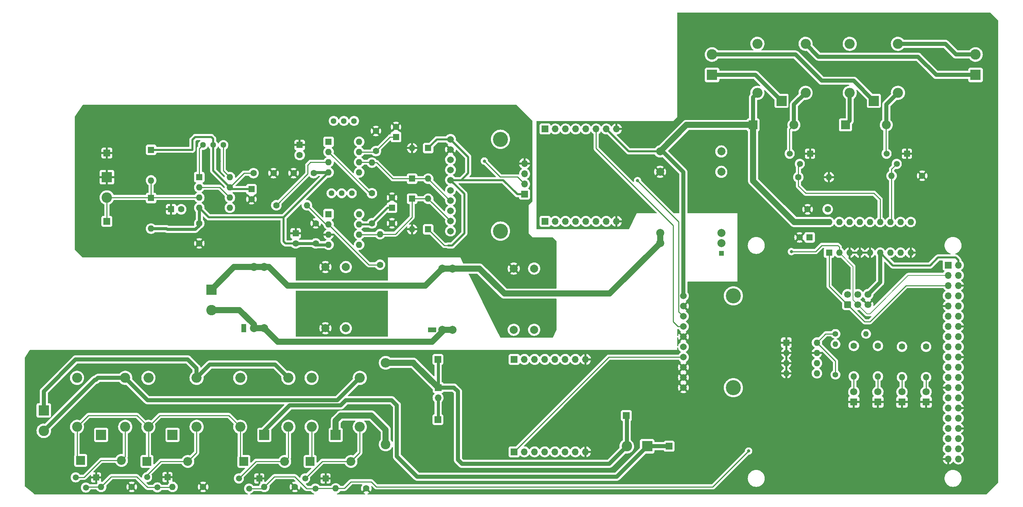
<source format=gbr>
%TF.GenerationSoftware,KiCad,Pcbnew,(6.0.9)*%
%TF.CreationDate,2023-02-22T20:31:19+01:00*%
%TF.ProjectId,mb.2024.0.0,6d622e32-3032-4342-9e30-2e302e6b6963,rev?*%
%TF.SameCoordinates,Original*%
%TF.FileFunction,Copper,L1,Top*%
%TF.FilePolarity,Positive*%
%FSLAX46Y46*%
G04 Gerber Fmt 4.6, Leading zero omitted, Abs format (unit mm)*
G04 Created by KiCad (PCBNEW (6.0.9)) date 2023-02-22 20:31:19*
%MOMM*%
%LPD*%
G01*
G04 APERTURE LIST*
G04 Aperture macros list*
%AMRoundRect*
0 Rectangle with rounded corners*
0 $1 Rounding radius*
0 $2 $3 $4 $5 $6 $7 $8 $9 X,Y pos of 4 corners*
0 Add a 4 corners polygon primitive as box body*
4,1,4,$2,$3,$4,$5,$6,$7,$8,$9,$2,$3,0*
0 Add four circle primitives for the rounded corners*
1,1,$1+$1,$2,$3*
1,1,$1+$1,$4,$5*
1,1,$1+$1,$6,$7*
1,1,$1+$1,$8,$9*
0 Add four rect primitives between the rounded corners*
20,1,$1+$1,$2,$3,$4,$5,0*
20,1,$1+$1,$4,$5,$6,$7,0*
20,1,$1+$1,$6,$7,$8,$9,0*
20,1,$1+$1,$8,$9,$2,$3,0*%
G04 Aperture macros list end*
%TA.AperFunction,ComponentPad*%
%ADD10C,1.440000*%
%TD*%
%TA.AperFunction,ComponentPad*%
%ADD11C,1.600000*%
%TD*%
%TA.AperFunction,ComponentPad*%
%ADD12O,1.600000X1.600000*%
%TD*%
%TA.AperFunction,ComponentPad*%
%ADD13R,2.600000X2.600000*%
%TD*%
%TA.AperFunction,ComponentPad*%
%ADD14C,2.600000*%
%TD*%
%TA.AperFunction,ComponentPad*%
%ADD15R,2.500000X2.500000*%
%TD*%
%TA.AperFunction,ComponentPad*%
%ADD16O,2.500000X2.500000*%
%TD*%
%TA.AperFunction,ComponentPad*%
%ADD17R,1.800000X1.800000*%
%TD*%
%TA.AperFunction,ComponentPad*%
%ADD18C,1.800000*%
%TD*%
%TA.AperFunction,ComponentPad*%
%ADD19R,1.700000X1.700000*%
%TD*%
%TA.AperFunction,ComponentPad*%
%ADD20R,2.200000X2.200000*%
%TD*%
%TA.AperFunction,ComponentPad*%
%ADD21O,2.200000X2.200000*%
%TD*%
%TA.AperFunction,ComponentPad*%
%ADD22R,1.600000X1.600000*%
%TD*%
%TA.AperFunction,ComponentPad*%
%ADD23O,1.700000X1.700000*%
%TD*%
%TA.AperFunction,ComponentPad*%
%ADD24C,1.665000*%
%TD*%
%TA.AperFunction,ComponentPad*%
%ADD25C,3.750000*%
%TD*%
%TA.AperFunction,ComponentPad*%
%ADD26R,1.300000X2.000000*%
%TD*%
%TA.AperFunction,ComponentPad*%
%ADD27C,2.000000*%
%TD*%
%TA.AperFunction,ComponentPad*%
%ADD28RoundRect,0.250000X0.600000X-0.600000X0.600000X0.600000X-0.600000X0.600000X-0.600000X-0.600000X0*%
%TD*%
%TA.AperFunction,ComponentPad*%
%ADD29C,1.700000*%
%TD*%
%TA.AperFunction,ComponentPad*%
%ADD30R,1.500000X1.500000*%
%TD*%
%TA.AperFunction,ComponentPad*%
%ADD31C,1.500000*%
%TD*%
%TA.AperFunction,ComponentPad*%
%ADD32R,2.000000X1.200000*%
%TD*%
%TA.AperFunction,ComponentPad*%
%ADD33C,1.400000*%
%TD*%
%TA.AperFunction,ComponentPad*%
%ADD34O,1.400000X1.400000*%
%TD*%
%TA.AperFunction,ComponentPad*%
%ADD35R,1.200000X1.200000*%
%TD*%
%TA.AperFunction,ComponentPad*%
%ADD36C,2.400000*%
%TD*%
%TA.AperFunction,ComponentPad*%
%ADD37O,2.400000X2.400000*%
%TD*%
%TA.AperFunction,ViaPad*%
%ADD38C,0.800000*%
%TD*%
%TA.AperFunction,Conductor*%
%ADD39C,0.500000*%
%TD*%
%TA.AperFunction,Conductor*%
%ADD40C,1.000000*%
%TD*%
%TA.AperFunction,Conductor*%
%ADD41C,0.250000*%
%TD*%
%TA.AperFunction,Conductor*%
%ADD42C,1.500000*%
%TD*%
%TA.AperFunction,Conductor*%
%ADD43C,0.200000*%
%TD*%
%TA.AperFunction,Conductor*%
%ADD44C,0.750000*%
%TD*%
G04 APERTURE END LIST*
D10*
%TO.P,RV2,1,1*%
%TO.N,Net-(RV2-Pad1)*%
X98550000Y-60000000D03*
%TO.P,RV2,2,2*%
%TO.N,+12V_A*%
X96010000Y-60000000D03*
%TO.P,RV2,3,3*%
%TO.N,Net-(RV2-Pad3)*%
X93470000Y-60000000D03*
%TD*%
D11*
%TO.P,R6,1*%
%TO.N,GNDD*%
X43180000Y-151130000D03*
D12*
%TO.P,R6,2*%
%TO.N,GP1*%
X35560000Y-151130000D03*
%TD*%
D13*
%TO.P,J1,1,Pin_1*%
%TO.N,/Relay_switch_dsp/out_12v_DSP*%
X253305000Y-48545000D03*
D14*
%TO.P,J1,2,Pin_2*%
%TO.N,/Relay_switch_dsp/out_GND_DSP*%
X253305000Y-43465000D03*
%TD*%
D11*
%TO.P,R1,1*%
%TO.N,GNDD*%
X240030000Y-73660000D03*
D12*
%TO.P,R1,2*%
%TO.N,GP2*%
X232410000Y-73660000D03*
%TD*%
D13*
%TO.P,J9,1,Pin_1*%
%TO.N,+12V_TX_bat*%
X187695000Y-48545000D03*
D14*
%TO.P,J9,2,Pin_2*%
%TO.N,GND_TX_bat*%
X187695000Y-43465000D03*
%TD*%
D15*
%TO.P,K6,1*%
%TO.N,Net-(J14-Pad2)*%
X93980000Y-138167500D03*
D16*
%TO.P,K6,2*%
%TO.N,Net-(D12-Pad2)*%
X99980000Y-136167500D03*
%TO.P,K6,3*%
%TO.N,/Current_injection_and_measurement/B*%
X99980000Y-123967500D03*
%TO.P,K6,4*%
%TO.N,unconnected-(K6-Pad4)*%
X87980000Y-123967500D03*
%TO.P,K6,5*%
%TO.N,5VD*%
X87980000Y-136167500D03*
%TD*%
D17*
%TO.P,D10-OHMPI-MEASURE1,1,K*%
%TO.N,GNDD*%
X235000000Y-130000000D03*
D18*
%TO.P,D10-OHMPI-MEASURE1,2,A*%
%TO.N,Net-(D10-OHMPI-MEASURE1-Pad2)*%
X235000000Y-127460000D03*
%TD*%
D15*
%TO.P,K1,1*%
%TO.N,GND_TX_bat*%
X228000000Y-55000000D03*
D16*
%TO.P,K1,2*%
%TO.N,Net-(D1-Pad2)*%
X234000000Y-53000000D03*
%TO.P,K1,3*%
%TO.N,/Relay_switch_dsp/out_GND_DSP*%
X234000000Y-40800000D03*
%TO.P,K1,4*%
%TO.N,unconnected-(K1-Pad4)*%
X222000000Y-40800000D03*
%TO.P,K1,5*%
%TO.N,5VD*%
X222000000Y-53000000D03*
%TD*%
D19*
%TO.P,J18,1,Pin_1*%
%TO.N,/Vmn_measurement/Electrode_M*%
X37000000Y-85000000D03*
%TD*%
%TO.P,J20,1,Pin_1*%
%TO.N,Net-(J14-Pad2)*%
X119430000Y-134380000D03*
%TD*%
D15*
%TO.P,K4,1*%
%TO.N,/Current_injection_and_measurement/Input_DSP_+_alim*%
X76200000Y-138167500D03*
D16*
%TO.P,K4,2*%
%TO.N,Net-(D10-Pad2)*%
X82200000Y-136167500D03*
%TO.P,K4,3*%
%TO.N,/Current_injection_and_measurement/A*%
X82200000Y-123967500D03*
%TO.P,K4,4*%
%TO.N,unconnected-(K4-Pad4)*%
X70200000Y-123967500D03*
%TO.P,K4,5*%
%TO.N,5VD*%
X70200000Y-136167500D03*
%TD*%
D20*
%TO.P,D10,1,K*%
%TO.N,5VD*%
X71120000Y-144780000D03*
D21*
%TO.P,D10,2,A*%
%TO.N,Net-(D10-Pad2)*%
X81280000Y-144780000D03*
%TD*%
D11*
%TO.P,R2,1*%
%TO.N,GP3*%
X209190000Y-74000000D03*
D12*
%TO.P,R2,2*%
%TO.N,GNDD*%
X216810000Y-74000000D03*
%TD*%
D22*
%TO.P,D8,1,K*%
%TO.N,/Vmn_measurement/Electrode_M*%
X48000000Y-79190000D03*
D12*
%TO.P,D8,2,A*%
%TO.N,-12V_A*%
X48000000Y-86810000D03*
%TD*%
D11*
%TO.P,C7,1*%
%TO.N,+12V_A*%
X103000000Y-85500000D03*
%TO.P,C7,2*%
%TO.N,GNDA*%
X108000000Y-85500000D03*
%TD*%
%TO.P,R12,1*%
%TO.N,GP6*%
X229000000Y-116000000D03*
D12*
%TO.P,R12,2*%
%TO.N,Net-(D11-OHMPI-STACK1-Pad2)*%
X229000000Y-123620000D03*
%TD*%
D19*
%TO.P,J4,1,Pin_1*%
%TO.N,unconnected-(J4-Pad1)*%
X146125000Y-85000000D03*
D23*
%TO.P,J4,2,Pin_2*%
%TO.N,unconnected-(J4-Pad2)*%
X148665000Y-85000000D03*
%TO.P,J4,3,Pin_3*%
%TO.N,unconnected-(J4-Pad3)*%
X151205000Y-85000000D03*
%TO.P,J4,4,Pin_4*%
%TO.N,unconnected-(J4-Pad4)*%
X153745000Y-85000000D03*
%TO.P,J4,5,Pin_5*%
%TO.N,unconnected-(J4-Pad5)*%
X156285000Y-85000000D03*
%TO.P,J4,6,Pin_6*%
%TO.N,unconnected-(J4-Pad6)*%
X158825000Y-85000000D03*
%TO.P,J4,7,Pin_7*%
%TO.N,unconnected-(J4-Pad7)*%
X161365000Y-85000000D03*
%TO.P,J4,8,Pin_8*%
%TO.N,GNDD*%
X163905000Y-85000000D03*
%TD*%
D11*
%TO.P,R13,1*%
%TO.N,GP7*%
X223000000Y-116000000D03*
D12*
%TO.P,R13,2*%
%TO.N,Net-(D12-LOW-TX-BATTERY1-Pad2)*%
X223000000Y-123620000D03*
%TD*%
D19*
%TO.P,J6,1,Pin_1*%
%TO.N,unconnected-(J6-Pad1)*%
X146125000Y-62000000D03*
D23*
%TO.P,J6,2,Pin_2*%
%TO.N,unconnected-(J6-Pad2)*%
X148665000Y-62000000D03*
%TO.P,J6,3,Pin_3*%
%TO.N,unconnected-(J6-Pad3)*%
X151205000Y-62000000D03*
%TO.P,J6,4,Pin_4*%
%TO.N,unconnected-(J6-Pad4)*%
X153745000Y-62000000D03*
%TO.P,J6,5,Pin_5*%
%TO.N,SCL1*%
X156285000Y-62000000D03*
%TO.P,J6,6,Pin_6*%
%TO.N,SDA1*%
X158825000Y-62000000D03*
%TO.P,J6,7,Pin_7*%
%TO.N,5VD*%
X161365000Y-62000000D03*
%TO.P,J6,8,Pin_8*%
%TO.N,GNDD*%
X163905000Y-62000000D03*
%TD*%
D19*
%TO.P,J5,1,Pin_1*%
%TO.N,5VA*%
X141000000Y-78250000D03*
D23*
%TO.P,J5,2,Pin_2*%
%TO.N,SCL2*%
X141000000Y-75710000D03*
%TO.P,J5,3,Pin_3*%
%TO.N,SDA2*%
X141000000Y-73170000D03*
%TO.P,J5,4,Pin_4*%
%TO.N,GNDA*%
X141000000Y-70630000D03*
%TD*%
D11*
%TO.P,C13,1*%
%TO.N,+12V_A*%
X104000000Y-67500000D03*
%TO.P,C13,2*%
%TO.N,GNDA*%
X104000000Y-62500000D03*
%TD*%
D24*
%TO.P,U4,1,A3*%
%TO.N,unconnected-(U4-Pad1)*%
X122571000Y-87430000D03*
%TO.P,U4,2,A2*%
%TO.N,Net-(D3-Pad2)*%
X122571000Y-84890000D03*
%TO.P,U4,3,A1*%
%TO.N,unconnected-(U4-Pad3)*%
X122571000Y-82350000D03*
%TO.P,U4,4,A0*%
%TO.N,Net-(D5-Pad2)*%
X122571000Y-79810000D03*
%TO.P,U4,5,ALRT*%
%TO.N,unconnected-(U4-Pad5)*%
X122571000Y-77270000D03*
%TO.P,U4,6,ADDR*%
%TO.N,5VA*%
X122571000Y-74730000D03*
%TO.P,U4,7,SDA*%
%TO.N,SDA2*%
X122571000Y-72190000D03*
%TO.P,U4,8,SCL*%
%TO.N,SCL2*%
X122571000Y-69650000D03*
%TO.P,U4,9,GND*%
%TO.N,GNDA*%
X122571000Y-67110000D03*
%TO.P,U4,10,VDD*%
%TO.N,5VA*%
X122571000Y-64570000D03*
D25*
%TO.P,U4,MH1,MH1*%
%TO.N,unconnected-(U4-PadMH1)*%
X135017000Y-64570000D03*
%TO.P,U4,MH2,MH2*%
%TO.N,unconnected-(U4-PadMH2)*%
X135017000Y-87430000D03*
%TD*%
D22*
%TO.P,U1,1,SCL*%
%TO.N,SCL1*%
X216850000Y-92800000D03*
D12*
%TO.P,U1,2,SDA*%
%TO.N,SDA1*%
X219390000Y-92800000D03*
%TO.P,U1,3,A2*%
%TO.N,GNDD*%
X221930000Y-92800000D03*
%TO.P,U1,4,A1*%
X224470000Y-92800000D03*
%TO.P,U1,5,A0*%
X227010000Y-92800000D03*
%TO.P,U1,6,~{RESET}*%
%TO.N,5VD*%
X229550000Y-92800000D03*
%TO.P,U1,7,NC*%
%TO.N,unconnected-(U1-Pad7)*%
X232090000Y-92800000D03*
%TO.P,U1,8,INT*%
%TO.N,unconnected-(U1-Pad8)*%
X234630000Y-92800000D03*
%TO.P,U1,9,VSS*%
%TO.N,GNDD*%
X237170000Y-92800000D03*
%TO.P,U1,10,GP0*%
%TO.N,GP0*%
X237170000Y-85180000D03*
%TO.P,U1,11,GP1*%
%TO.N,GP1*%
X234630000Y-85180000D03*
%TO.P,U1,12,GP2*%
%TO.N,GP2*%
X232090000Y-85180000D03*
%TO.P,U1,13,GP3*%
%TO.N,GP3*%
X229550000Y-85180000D03*
%TO.P,U1,14,GP4*%
%TO.N,GP4*%
X227010000Y-85180000D03*
%TO.P,U1,15,GP5*%
%TO.N,GP5*%
X224470000Y-85180000D03*
%TO.P,U1,16,GP6*%
%TO.N,GP6*%
X221930000Y-85180000D03*
%TO.P,U1,17,GP7*%
%TO.N,GP7*%
X219390000Y-85180000D03*
%TO.P,U1,18,VDD*%
%TO.N,5VD*%
X216850000Y-85180000D03*
%TD*%
D26*
%TO.P,Alim_analog_Vmn_measurement_ina128P_lm158,1,ON/OFF*%
%TO.N,unconnected-(Alim_analog_Vmn_measurement_ina128P_lm158-Pad1)*%
X71100000Y-111620000D03*
D27*
%TO.P,Alim_analog_Vmn_measurement_ina128P_lm158,2,-VIN(GND)*%
%TO.N,GND_RX_bat*%
X73640000Y-111620000D03*
%TO.P,Alim_analog_Vmn_measurement_ina128P_lm158,3,-VIN(GND)*%
X76180000Y-111620000D03*
%TO.P,Alim_analog_Vmn_measurement_ina128P_lm158,9,COMMON*%
%TO.N,GNDA*%
X91420000Y-111620000D03*
%TO.P,Alim_analog_Vmn_measurement_ina128P_lm158,11,-VOUT*%
%TO.N,-12V_A*%
X96500000Y-111620000D03*
%TO.P,Alim_analog_Vmn_measurement_ina128P_lm158,14,+VOUT*%
%TO.N,+12V_A*%
X96500000Y-96380000D03*
%TO.P,Alim_analog_Vmn_measurement_ina128P_lm158,16,COMMON*%
%TO.N,GNDA*%
X91420000Y-96380000D03*
%TO.P,Alim_analog_Vmn_measurement_ina128P_lm158,22,+VIN(VCC)*%
%TO.N,+12V_RX_bat*%
X76180000Y-96380000D03*
%TO.P,Alim_analog_Vmn_measurement_ina128P_lm158,23,+VIN(VCC)*%
X73640000Y-96380000D03*
%TD*%
D28*
%TO.P,J8,1,Pin_1*%
%TO.N,SCL1*%
X221455000Y-105752500D03*
D29*
%TO.P,J8,2,Pin_2*%
%TO.N,unconnected-(J8-Pad2)*%
X221455000Y-103212500D03*
%TO.P,J8,3,Pin_3*%
%TO.N,SDA1*%
X223995000Y-105752500D03*
%TO.P,J8,4,Pin_4*%
%TO.N,unconnected-(J8-Pad4)*%
X223995000Y-103212500D03*
%TO.P,J8,5,Pin_5*%
%TO.N,GNDD*%
X226535000Y-105752500D03*
%TO.P,J8,6,Pin_6*%
%TO.N,5VD*%
X226535000Y-103212500D03*
%TD*%
D22*
%TO.P,U3,1,A0*%
%TO.N,GNDD*%
X206200000Y-115200000D03*
D12*
%TO.P,U3,2,A1*%
X206200000Y-117740000D03*
%TO.P,U3,3,A2*%
X206200000Y-120280000D03*
%TO.P,U3,4,GND*%
X206200000Y-122820000D03*
%TO.P,U3,5,SDA*%
%TO.N,SDA1*%
X213820000Y-122820000D03*
%TO.P,U3,6,SCL*%
%TO.N,SCL1*%
X213820000Y-120280000D03*
%TO.P,U3,7,WP*%
%TO.N,GNDD*%
X213820000Y-117740000D03*
%TO.P,U3,8,VCC*%
%TO.N,5VD*%
X213820000Y-115200000D03*
%TD*%
D11*
%TO.P,R5,1*%
%TO.N,Net-(R3-Pad2)*%
X105000000Y-95810000D03*
D12*
%TO.P,R5,2*%
%TO.N,Net-(D3-Pad2)*%
X105000000Y-88190000D03*
%TD*%
D19*
%TO.P,J14,1,Pin_1*%
%TO.N,/Current_injection_and_measurement/Input_DSP_GND_alim*%
X119475000Y-126395000D03*
D23*
%TO.P,J14,2,Pin_2*%
%TO.N,Net-(J14-Pad2)*%
X119475000Y-128935000D03*
%TD*%
D11*
%TO.P,R4,1*%
%TO.N,Net-(R4-Pad1)*%
X103000000Y-78000000D03*
D12*
%TO.P,R4,2*%
%TO.N,Net-(D5-Pad2)*%
X103000000Y-70380000D03*
%TD*%
D22*
%TO.P,D7,1,K*%
%TO.N,+12V_A*%
X48000000Y-67190000D03*
D12*
%TO.P,D7,2,A*%
%TO.N,/Vmn_measurement/Electrode_M*%
X48000000Y-74810000D03*
%TD*%
D22*
%TO.P,D5,1,K*%
%TO.N,5VA*%
X117000000Y-66760000D03*
D12*
%TO.P,D5,2,A*%
%TO.N,Net-(D5-Pad2)*%
X117000000Y-74380000D03*
%TD*%
D30*
%TO.P,Q6,1*%
%TO.N,GNDD*%
X91450000Y-149010000D03*
D31*
%TO.P,Q6,2*%
%TO.N,GP0*%
X88910000Y-151550000D03*
%TO.P,Q6,3*%
%TO.N,Net-(D12-Pad2)*%
X86370000Y-149010000D03*
%TD*%
D13*
%TO.P,J3,1,Pin_1*%
%TO.N,/Current_injection_and_measurement/A*%
X21285000Y-132075000D03*
D14*
%TO.P,J3,2,Pin_2*%
%TO.N,/Current_injection_and_measurement/B*%
X21285000Y-137155000D03*
%TD*%
D30*
%TO.P,Q5,1*%
%TO.N,GNDD*%
X52080000Y-148700000D03*
D31*
%TO.P,Q5,2*%
%TO.N,GP1*%
X49540000Y-151240000D03*
%TO.P,Q5,3*%
%TO.N,Net-(D11-Pad2)*%
X47000000Y-148700000D03*
%TD*%
D30*
%TO.P,Q1,1*%
%TO.N,GNDD*%
X236230000Y-68160000D03*
D31*
%TO.P,Q1,2*%
%TO.N,GP2*%
X233690000Y-70700000D03*
%TO.P,Q1,3*%
%TO.N,Net-(D1-Pad2)*%
X231150000Y-68160000D03*
%TD*%
D11*
%TO.P,R15,1*%
%TO.N,GNDD*%
X60960000Y-151130000D03*
D12*
%TO.P,R15,2*%
%TO.N,GP1*%
X53340000Y-151130000D03*
%TD*%
D11*
%TO.P,C5,1*%
%TO.N,+12V_A*%
X73500000Y-73000000D03*
%TO.P,C5,2*%
%TO.N,GNDA*%
X78500000Y-73000000D03*
%TD*%
D22*
%TO.P,C10,1*%
%TO.N,GNDA*%
X53000000Y-82000000D03*
D11*
%TO.P,C10,2*%
%TO.N,-12V_A*%
X55500000Y-82000000D03*
%TD*%
D22*
%TO.P,C2,1*%
%TO.N,5VD*%
X212000000Y-89000000D03*
D11*
%TO.P,C2,2*%
%TO.N,GNDD*%
X209500000Y-89000000D03*
%TD*%
D13*
%TO.P,J2,1,Pin_1*%
%TO.N,/Current_injection_and_measurement/Input_DSP_+_alim*%
X171545000Y-141000000D03*
D14*
%TO.P,J2,2,Pin_2*%
%TO.N,/Current_injection_and_measurement/Input_DSP_GND_alim*%
X166465000Y-141000000D03*
%TD*%
D22*
%TO.P,U6,1,VOS*%
%TO.N,Net-(RV2-Pad3)*%
X92200000Y-65200000D03*
D12*
%TO.P,U6,2,-*%
%TO.N,Net-(R4-Pad1)*%
X92200000Y-67740000D03*
%TO.P,U6,3,+*%
%TO.N,Net-(R3-Pad1)*%
X92200000Y-70280000D03*
%TO.P,U6,4,V-*%
%TO.N,-12V_A*%
X92200000Y-72820000D03*
%TO.P,U6,5,NC*%
%TO.N,unconnected-(U6-Pad5)*%
X99820000Y-72820000D03*
%TO.P,U6,6*%
%TO.N,Net-(D5-Pad2)*%
X99820000Y-70280000D03*
%TO.P,U6,7,V+*%
%TO.N,+12V_A*%
X99820000Y-67740000D03*
%TO.P,U6,8,VOS*%
%TO.N,Net-(RV2-Pad1)*%
X99820000Y-65200000D03*
%TD*%
D22*
%TO.P,D6,1,K*%
%TO.N,Net-(D5-Pad2)*%
X113000000Y-74380000D03*
D12*
%TO.P,D6,2,A*%
%TO.N,GNDA*%
X113000000Y-66760000D03*
%TD*%
D19*
%TO.P,J19,1,Pin_1*%
%TO.N,GNDA*%
X37000000Y-68000000D03*
%TD*%
D24*
%TO.P,U5,1,A3*%
%TO.N,GNDD*%
X180571000Y-126430000D03*
%TO.P,U5,2,A2*%
X180571000Y-123890000D03*
%TO.P,U5,3,A1*%
X180571000Y-121350000D03*
%TO.P,U5,4,A0*%
%TO.N,AN*%
X180571000Y-118810000D03*
%TO.P,U5,5,ALRT*%
%TO.N,unconnected-(U5-Pad5)*%
X180571000Y-116270000D03*
%TO.P,U5,6,ADDR*%
%TO.N,GNDD*%
X180571000Y-113730000D03*
%TO.P,U5,7,SDA*%
%TO.N,SDA1*%
X180571000Y-111190000D03*
%TO.P,U5,8,SCL*%
%TO.N,SCL1*%
X180571000Y-108650000D03*
%TO.P,U5,9,GND*%
%TO.N,GNDD*%
X180571000Y-106110000D03*
%TO.P,U5,10,VDD*%
%TO.N,5VD*%
X180571000Y-103570000D03*
D25*
%TO.P,U5,MH1,MH1*%
%TO.N,unconnected-(U5-PadMH1)*%
X193017000Y-103570000D03*
%TO.P,U5,MH2,MH2*%
%TO.N,unconnected-(U5-PadMH2)*%
X193017000Y-126430000D03*
%TD*%
D32*
%TO.P,Alim_5V_I2C_isolator_Vmn_measurement1,1,REMOTE_ON/OFF*%
%TO.N,unconnected-(Alim_5V_I2C_isolator_Vmn_measurement1-Pad1)*%
X118000000Y-112000000D03*
D27*
%TO.P,Alim_5V_I2C_isolator_Vmn_measurement1,2,-VIN_(GND)_1*%
%TO.N,GND_RX_bat*%
X120540000Y-112000000D03*
%TO.P,Alim_5V_I2C_isolator_Vmn_measurement1,3,-VIN_(GND)_2*%
X123080000Y-112000000D03*
%TO.P,Alim_5V_I2C_isolator_Vmn_measurement1,9,NC*%
%TO.N,unconnected-(Alim_5V_I2C_isolator_Vmn_measurement1-Pad9)*%
X138320000Y-112000000D03*
%TO.P,Alim_5V_I2C_isolator_Vmn_measurement1,11,NC.*%
%TO.N,unconnected-(Alim_5V_I2C_isolator_Vmn_measurement1-Pad11)*%
X143400000Y-112000000D03*
%TO.P,Alim_5V_I2C_isolator_Vmn_measurement1,14,+VOUT*%
%TO.N,5VA*%
X143400000Y-96760000D03*
%TO.P,Alim_5V_I2C_isolator_Vmn_measurement1,16,-VOUT*%
%TO.N,GNDA*%
X138320000Y-96760000D03*
%TO.P,Alim_5V_I2C_isolator_Vmn_measurement1,22,+VIN_(VCC)_1*%
%TO.N,+12V_RX_bat*%
X123080000Y-96760000D03*
%TO.P,Alim_5V_I2C_isolator_Vmn_measurement1,23,+VIN_(VCC)_2*%
X120540000Y-96760000D03*
%TD*%
D17*
%TO.P,D9-OHMPI-RUN-WAITING1,1,K*%
%TO.N,GNDD*%
X241000000Y-130000000D03*
D18*
%TO.P,D9-OHMPI-RUN-WAITING1,2,A*%
%TO.N,Net-(D9-OHMPI-RUN-WAITING1-Pad2)*%
X241000000Y-127460000D03*
%TD*%
D20*
%TO.P,D11,1,K*%
%TO.N,5VD*%
X46990000Y-144780000D03*
D21*
%TO.P,D11,2,A*%
%TO.N,Net-(D11-Pad2)*%
X57150000Y-144780000D03*
%TD*%
D20*
%TO.P,D2,1,K*%
%TO.N,5VD*%
X197920000Y-61000000D03*
D21*
%TO.P,D2,2,A*%
%TO.N,Net-(D2-Pad2)*%
X208080000Y-61000000D03*
%TD*%
D11*
%TO.P,R7,1*%
%TO.N,GNDD*%
X83820000Y-151130000D03*
D12*
%TO.P,R7,2*%
%TO.N,GP0*%
X76200000Y-151130000D03*
%TD*%
D22*
%TO.P,U7,1,VOS*%
%TO.N,Net-(RV3-Pad3)*%
X92200000Y-83200000D03*
D12*
%TO.P,U7,2,-*%
%TO.N,Net-(R3-Pad2)*%
X92200000Y-85740000D03*
%TO.P,U7,3,+*%
%TO.N,GNDA*%
X92200000Y-88280000D03*
%TO.P,U7,4,V-*%
%TO.N,-12V_A*%
X92200000Y-90820000D03*
%TO.P,U7,5,NC*%
%TO.N,unconnected-(U7-Pad5)*%
X99820000Y-90820000D03*
%TO.P,U7,6*%
%TO.N,Net-(D3-Pad2)*%
X99820000Y-88280000D03*
%TO.P,U7,7,V+*%
%TO.N,+12V_A*%
X99820000Y-85740000D03*
%TO.P,U7,8,VOS*%
%TO.N,Net-(RV3-Pad1)*%
X99820000Y-83200000D03*
%TD*%
D22*
%TO.P,C9,1*%
%TO.N,+12V_A*%
X108000000Y-81600000D03*
D11*
%TO.P,C9,2*%
%TO.N,GNDA*%
X108000000Y-79100000D03*
%TD*%
D22*
%TO.P,D3,1,K*%
%TO.N,5VA*%
X117000000Y-87000000D03*
D12*
%TO.P,D3,2,A*%
%TO.N,Net-(D3-Pad2)*%
X117000000Y-79380000D03*
%TD*%
D19*
%TO.P,J12,1,Pin_1*%
%TO.N,AN*%
X138430000Y-142380000D03*
D23*
%TO.P,J12,2,Pin_2*%
%TO.N,unconnected-(J12-Pad2)*%
X140970000Y-142380000D03*
%TO.P,J12,3,Pin_3*%
%TO.N,unconnected-(J12-Pad3)*%
X143510000Y-142380000D03*
%TO.P,J12,4,Pin_4*%
%TO.N,unconnected-(J12-Pad4)*%
X146050000Y-142380000D03*
%TO.P,J12,5,Pin_5*%
%TO.N,unconnected-(J12-Pad5)*%
X148590000Y-142380000D03*
%TO.P,J12,6,Pin_6*%
%TO.N,unconnected-(J12-Pad6)*%
X151130000Y-142380000D03*
%TO.P,J12,7,Pin_7*%
%TO.N,unconnected-(J12-Pad7)*%
X153670000Y-142380000D03*
%TO.P,J12,8,Pin_8*%
%TO.N,GNDD*%
X156210000Y-142380000D03*
%TD*%
D19*
%TO.P,J17,1,Pin_1*%
%TO.N,/Current_injection_and_measurement/Input_DSP_GND_alim*%
X119430000Y-119380000D03*
%TD*%
D20*
%TO.P,D12,1,K*%
%TO.N,5VD*%
X87630000Y-144780000D03*
D21*
%TO.P,D12,2,A*%
%TO.N,Net-(D12-Pad2)*%
X97790000Y-144780000D03*
%TD*%
D20*
%TO.P,D1,1,K*%
%TO.N,5VD*%
X220920000Y-61000000D03*
D21*
%TO.P,D1,2,A*%
%TO.N,Net-(D1-Pad2)*%
X231080000Y-61000000D03*
%TD*%
D17*
%TO.P,D11-OHMPI-STACK1,1,K*%
%TO.N,GNDD*%
X229000000Y-130000000D03*
D18*
%TO.P,D11-OHMPI-STACK1,2,A*%
%TO.N,Net-(D11-OHMPI-STACK1-Pad2)*%
X229000000Y-127460000D03*
%TD*%
D33*
%TO.P,R14,1*%
%TO.N,5VD*%
X218440000Y-113030000D03*
D34*
%TO.P,R14,2*%
%TO.N,SDA1*%
X226060000Y-113030000D03*
%TD*%
D30*
%TO.P,Q4,1*%
%TO.N,GNDD*%
X74940000Y-149010000D03*
D31*
%TO.P,Q4,2*%
%TO.N,GP0*%
X72400000Y-151550000D03*
%TO.P,Q4,3*%
%TO.N,Net-(D10-Pad2)*%
X69860000Y-149010000D03*
%TD*%
D20*
%TO.P,D9,1,K*%
%TO.N,5VD*%
X30480000Y-144517500D03*
D21*
%TO.P,D9,2,A*%
%TO.N,Net-(D9-Pad2)*%
X40640000Y-144517500D03*
%TD*%
D15*
%TO.P,K2,1*%
%TO.N,+12V_TX_bat*%
X205000000Y-55000000D03*
D16*
%TO.P,K2,2*%
%TO.N,Net-(D2-Pad2)*%
X211000000Y-53000000D03*
%TO.P,K2,3*%
%TO.N,/Relay_switch_dsp/out_12v_DSP*%
X211000000Y-40800000D03*
%TO.P,K2,4*%
%TO.N,unconnected-(K2-Pad4)*%
X199000000Y-40800000D03*
%TO.P,K2,5*%
%TO.N,5VD*%
X199000000Y-53000000D03*
%TD*%
D11*
%TO.P,R3,1*%
%TO.N,Net-(R3-Pad1)*%
X79190000Y-81000000D03*
D12*
%TO.P,R3,2*%
%TO.N,Net-(R3-Pad2)*%
X86810000Y-81000000D03*
%TD*%
D11*
%TO.P,C8,1*%
%TO.N,-12V_A*%
X89000000Y-90500000D03*
%TO.P,C8,2*%
%TO.N,GNDA*%
X89000000Y-85500000D03*
%TD*%
D10*
%TO.P,RV3,1,1*%
%TO.N,Net-(RV3-Pad1)*%
X98000000Y-78000000D03*
%TO.P,RV3,2,2*%
%TO.N,+12V_A*%
X95460000Y-78000000D03*
%TO.P,RV3,3,3*%
%TO.N,Net-(RV3-Pad3)*%
X92920000Y-78000000D03*
%TD*%
D35*
%TO.P,Alim_5V_Digital_rasp_iso1540_mcp23008_current_7_click1,1,REMOTE_ON/OFF*%
%TO.N,unconnected-(Alim_5V_Digital_rasp_iso1540_mcp23008_current_7_click1-Pad1)*%
X190000000Y-93000000D03*
D27*
%TO.P,Alim_5V_Digital_rasp_iso1540_mcp23008_current_7_click1,2,-VIN_(GND)_1*%
%TO.N,GND_RX_bat*%
X190000000Y-90460000D03*
%TO.P,Alim_5V_Digital_rasp_iso1540_mcp23008_current_7_click1,3,-VIN_(GND)_2*%
X190000000Y-87920000D03*
%TO.P,Alim_5V_Digital_rasp_iso1540_mcp23008_current_7_click1,9,NC*%
%TO.N,unconnected-(Alim_5V_Digital_rasp_iso1540_mcp23008_current_7_click1-Pad9)*%
X190000000Y-72680000D03*
%TO.P,Alim_5V_Digital_rasp_iso1540_mcp23008_current_7_click1,11,NC.*%
%TO.N,unconnected-(Alim_5V_Digital_rasp_iso1540_mcp23008_current_7_click1-Pad11)*%
X190000000Y-67600000D03*
%TO.P,Alim_5V_Digital_rasp_iso1540_mcp23008_current_7_click1,14,+VOUT*%
%TO.N,5VD*%
X174760000Y-67600000D03*
%TO.P,Alim_5V_Digital_rasp_iso1540_mcp23008_current_7_click1,16,-VOUT*%
%TO.N,GNDD*%
X174760000Y-72680000D03*
%TO.P,Alim_5V_Digital_rasp_iso1540_mcp23008_current_7_click1,22,+VIN_(VCC)_1*%
%TO.N,+12V_RX_bat*%
X174760000Y-87920000D03*
%TO.P,Alim_5V_Digital_rasp_iso1540_mcp23008_current_7_click1,23,+VIN_(VCC)_2*%
X174760000Y-90460000D03*
%TD*%
D30*
%TO.P,Q3,1*%
%TO.N,GNDD*%
X34300000Y-148747500D03*
D31*
%TO.P,Q3,2*%
%TO.N,GP1*%
X31760000Y-151287500D03*
%TO.P,Q3,3*%
%TO.N,Net-(D9-Pad2)*%
X29220000Y-148747500D03*
%TD*%
D22*
%TO.P,C3,1*%
%TO.N,+12V_A*%
X73000000Y-77000000D03*
D11*
%TO.P,C3,2*%
%TO.N,GNDA*%
X73000000Y-79500000D03*
%TD*%
D10*
%TO.P,RV1,1,1*%
%TO.N,Net-(RV1-Pad1)*%
X66000000Y-66000000D03*
%TO.P,RV1,2,2*%
%TO.N,+12V_A*%
X63460000Y-66000000D03*
%TO.P,RV1,3,3*%
%TO.N,Net-(RV1-Pad3)*%
X60920000Y-66000000D03*
%TD*%
D11*
%TO.P,R16,1*%
%TO.N,GNDD*%
X101600000Y-151500000D03*
D12*
%TO.P,R16,2*%
%TO.N,GP0*%
X93980000Y-151500000D03*
%TD*%
D22*
%TO.P,C6,1*%
%TO.N,GNDA*%
X84000000Y-88000000D03*
D11*
%TO.P,C6,2*%
%TO.N,-12V_A*%
X84000000Y-90500000D03*
%TD*%
D33*
%TO.P,R9,1*%
%TO.N,5VD*%
X218440000Y-123190000D03*
D34*
%TO.P,R9,2*%
%TO.N,SCL1*%
X218440000Y-115570000D03*
%TD*%
D11*
%TO.P,R10,1*%
%TO.N,GP4*%
X241000000Y-116190000D03*
D12*
%TO.P,R10,2*%
%TO.N,Net-(D9-OHMPI-RUN-WAITING1-Pad2)*%
X241000000Y-123810000D03*
%TD*%
D19*
%TO.P,J10,1,Pin_1*%
%TO.N,/Current_injection_and_measurement/Input_DSP_+_alim*%
X177000000Y-141000000D03*
%TD*%
D17*
%TO.P,D12-LOW-TX-BATTERY1,1,K*%
%TO.N,GNDD*%
X223000000Y-130000000D03*
D18*
%TO.P,D12-LOW-TX-BATTERY1,2,A*%
%TO.N,Net-(D12-LOW-TX-BATTERY1-Pad2)*%
X223000000Y-127460000D03*
%TD*%
D19*
%TO.P,J21,1,Pin_1*%
%TO.N,/Current_injection_and_measurement/Input_DSP_GND_alim*%
X166370000Y-133350000D03*
%TD*%
D22*
%TO.P,C14,1*%
%TO.N,+12V_A*%
X109000000Y-64000000D03*
D11*
%TO.P,C14,2*%
%TO.N,GNDA*%
X109000000Y-61500000D03*
%TD*%
D22*
%TO.P,U2,1,VOS*%
%TO.N,Net-(RV1-Pad3)*%
X60000000Y-74000000D03*
D12*
%TO.P,U2,2,-*%
%TO.N,Net-(R3-Pad1)*%
X60000000Y-76540000D03*
%TO.P,U2,3,+*%
%TO.N,/Vmn_measurement/Electrode_M*%
X60000000Y-79080000D03*
%TO.P,U2,4,V-*%
%TO.N,-12V_A*%
X60000000Y-81620000D03*
%TO.P,U2,5,NC*%
%TO.N,unconnected-(U2-Pad5)*%
X67620000Y-81620000D03*
%TO.P,U2,6*%
%TO.N,Net-(R3-Pad1)*%
X67620000Y-79080000D03*
%TO.P,U2,7,V+*%
%TO.N,+12V_A*%
X67620000Y-76540000D03*
%TO.P,U2,8,VOS*%
%TO.N,Net-(RV1-Pad1)*%
X67620000Y-74000000D03*
%TD*%
D11*
%TO.P,C4,1*%
%TO.N,-12V_A*%
X60000000Y-85500000D03*
%TO.P,C4,2*%
%TO.N,GNDA*%
X60000000Y-90500000D03*
%TD*%
D13*
%TO.P,J16,1,Pin_1*%
%TO.N,+12V_RX_bat*%
X63000000Y-102000000D03*
D14*
%TO.P,J16,2,Pin_2*%
%TO.N,GND_RX_bat*%
X63000000Y-107080000D03*
%TD*%
D11*
%TO.P,C11,1*%
%TO.N,-12V_A*%
X88500000Y-73000000D03*
%TO.P,C11,2*%
%TO.N,GNDA*%
X83500000Y-73000000D03*
%TD*%
%TO.P,C1,1*%
%TO.N,5VD*%
X216500000Y-82000000D03*
%TO.P,C1,2*%
%TO.N,GNDD*%
X211500000Y-82000000D03*
%TD*%
D22*
%TO.P,D4,1,K*%
%TO.N,Net-(D3-Pad2)*%
X113000000Y-79380000D03*
D12*
%TO.P,D4,2,A*%
%TO.N,GNDA*%
X113000000Y-87000000D03*
%TD*%
D15*
%TO.P,K3,1*%
%TO.N,/Current_injection_and_measurement/Input_DSP_+_alim*%
X35560000Y-138167500D03*
D16*
%TO.P,K3,2*%
%TO.N,Net-(D9-Pad2)*%
X41560000Y-136167500D03*
%TO.P,K3,3*%
%TO.N,/Current_injection_and_measurement/B*%
X41560000Y-123967500D03*
%TO.P,K3,4*%
%TO.N,unconnected-(K3-Pad4)*%
X29560000Y-123967500D03*
%TO.P,K3,5*%
%TO.N,5VD*%
X29560000Y-136167500D03*
%TD*%
D36*
%TO.P,R8,1*%
%TO.N,Net-(J14-Pad2)*%
X106430000Y-140540000D03*
D37*
%TO.P,R8,2*%
%TO.N,/Current_injection_and_measurement/Input_DSP_GND_alim*%
X106430000Y-120220000D03*
%TD*%
D11*
%TO.P,R11,1*%
%TO.N,GP5*%
X235000000Y-116190000D03*
D12*
%TO.P,R11,2*%
%TO.N,Net-(D10-OHMPI-MEASURE1-Pad2)*%
X235000000Y-123810000D03*
%TD*%
D13*
%TO.P,J11,1,Pin_1*%
%TO.N,GNDA*%
X37000000Y-74000000D03*
D14*
%TO.P,J11,2,Pin_2*%
%TO.N,/Vmn_measurement/Electrode_M*%
X37000000Y-79080000D03*
%TD*%
D22*
%TO.P,C12,1*%
%TO.N,GNDA*%
X85000000Y-66000000D03*
D11*
%TO.P,C12,2*%
%TO.N,-12V_A*%
X85000000Y-68500000D03*
%TD*%
D19*
%TO.P,J15,1,Pin_1*%
%TO.N,unconnected-(J15-Pad1)*%
X138430000Y-119380000D03*
D23*
%TO.P,J15,2,Pin_2*%
%TO.N,unconnected-(J15-Pad2)*%
X140970000Y-119380000D03*
%TO.P,J15,3,Pin_3*%
%TO.N,unconnected-(J15-Pad3)*%
X143510000Y-119380000D03*
%TO.P,J15,4,Pin_4*%
%TO.N,unconnected-(J15-Pad4)*%
X146050000Y-119380000D03*
%TO.P,J15,5,Pin_5*%
%TO.N,unconnected-(J15-Pad5)*%
X148590000Y-119380000D03*
%TO.P,J15,6,Pin_6*%
%TO.N,unconnected-(J15-Pad6)*%
X151130000Y-119380000D03*
%TO.P,J15,7,Pin_7*%
%TO.N,5VD*%
X153670000Y-119380000D03*
%TO.P,J15,8,Pin_8*%
%TO.N,GNDD*%
X156210000Y-119380000D03*
%TD*%
D15*
%TO.P,K5,1*%
%TO.N,Net-(J14-Pad2)*%
X53340000Y-138167500D03*
D16*
%TO.P,K5,2*%
%TO.N,Net-(D11-Pad2)*%
X59340000Y-136167500D03*
%TO.P,K5,3*%
%TO.N,/Current_injection_and_measurement/A*%
X59340000Y-123967500D03*
%TO.P,K5,4*%
%TO.N,unconnected-(K5-Pad4)*%
X47340000Y-123967500D03*
%TO.P,K5,5*%
%TO.N,5VD*%
X47340000Y-136167500D03*
%TD*%
D30*
%TO.P,Q2,1*%
%TO.N,GNDD*%
X212100000Y-68160000D03*
D31*
%TO.P,Q2,2*%
%TO.N,GP3*%
X209560000Y-70700000D03*
%TO.P,Q2,3*%
%TO.N,Net-(D2-Pad2)*%
X207020000Y-68160000D03*
%TD*%
D19*
%TO.P,J7,1,3V3*%
%TO.N,unconnected-(J7-Pad1)*%
X246500000Y-95900000D03*
D23*
%TO.P,J7,2,5V*%
%TO.N,5VD*%
X249040000Y-95900000D03*
%TO.P,J7,3,SDA/GPIO2*%
%TO.N,SDA1*%
X246500000Y-98440000D03*
%TO.P,J7,4,5V*%
%TO.N,unconnected-(J7-Pad4)*%
X249040000Y-98440000D03*
%TO.P,J7,5,SCL/GPIO3*%
%TO.N,SCL1*%
X246500000Y-100980000D03*
%TO.P,J7,6,GND*%
%TO.N,GNDD*%
X249040000Y-100980000D03*
%TO.P,J7,7,GCLK0/GPIO4*%
%TO.N,unconnected-(J7-Pad7)*%
X246500000Y-103520000D03*
%TO.P,J7,8,GPIO14/TXD*%
%TO.N,unconnected-(J7-Pad8)*%
X249040000Y-103520000D03*
%TO.P,J7,9,GND*%
%TO.N,GNDD*%
X246500000Y-106060000D03*
%TO.P,J7,10,GPIO15/RXD*%
%TO.N,unconnected-(J7-Pad10)*%
X249040000Y-106060000D03*
%TO.P,J7,11,GPIO17*%
%TO.N,unconnected-(J7-Pad11)*%
X246500000Y-108600000D03*
%TO.P,J7,12,GPIO18/PWM0*%
%TO.N,unconnected-(J7-Pad12)*%
X249040000Y-108600000D03*
%TO.P,J7,13,GPIO27*%
%TO.N,unconnected-(J7-Pad13)*%
X246500000Y-111140000D03*
%TO.P,J7,14,GND*%
%TO.N,GNDD*%
X249040000Y-111140000D03*
%TO.P,J7,15,GPIO22*%
%TO.N,unconnected-(J7-Pad15)*%
X246500000Y-113680000D03*
%TO.P,J7,16,GPIO23*%
%TO.N,unconnected-(J7-Pad16)*%
X249040000Y-113680000D03*
%TO.P,J7,17,3V3*%
%TO.N,unconnected-(J7-Pad17)*%
X246500000Y-116220000D03*
%TO.P,J7,18,GPIO24*%
%TO.N,unconnected-(J7-Pad18)*%
X249040000Y-116220000D03*
%TO.P,J7,19,MOSI0/GPIO10*%
%TO.N,unconnected-(J7-Pad19)*%
X246500000Y-118760000D03*
%TO.P,J7,20,GND*%
%TO.N,GNDD*%
X249040000Y-118760000D03*
%TO.P,J7,21,MISO0/GPIO9*%
%TO.N,unconnected-(J7-Pad21)*%
X246500000Y-121300000D03*
%TO.P,J7,22,GPIO25*%
%TO.N,unconnected-(J7-Pad22)*%
X249040000Y-121300000D03*
%TO.P,J7,23,SCLK0/GPIO11*%
%TO.N,unconnected-(J7-Pad23)*%
X246500000Y-123840000D03*
%TO.P,J7,24,~{CE0}/GPIO8*%
%TO.N,unconnected-(J7-Pad24)*%
X249040000Y-123840000D03*
%TO.P,J7,25,GND*%
%TO.N,GNDD*%
X246500000Y-126380000D03*
%TO.P,J7,26,~{CE1}/GPIO7*%
%TO.N,unconnected-(J7-Pad26)*%
X249040000Y-126380000D03*
%TO.P,J7,27,ID_SD/GPIO0*%
%TO.N,unconnected-(J7-Pad27)*%
X246500000Y-128920000D03*
%TO.P,J7,28,ID_SC/GPIO1*%
%TO.N,unconnected-(J7-Pad28)*%
X249040000Y-128920000D03*
%TO.P,J7,29,GCLK1/GPIO5*%
%TO.N,unconnected-(J7-Pad29)*%
X246500000Y-131460000D03*
%TO.P,J7,30,GND*%
%TO.N,GNDD*%
X249040000Y-131460000D03*
%TO.P,J7,31,GCLK2/GPIO6*%
%TO.N,unconnected-(J7-Pad31)*%
X246500000Y-134000000D03*
%TO.P,J7,32,PWM0/GPIO12*%
%TO.N,unconnected-(J7-Pad32)*%
X249040000Y-134000000D03*
%TO.P,J7,33,PWM1/GPIO13*%
%TO.N,unconnected-(J7-Pad33)*%
X246500000Y-136540000D03*
%TO.P,J7,34,GND*%
%TO.N,GNDD*%
X249040000Y-136540000D03*
%TO.P,J7,35,GPIO19/MISO1*%
%TO.N,unconnected-(J7-Pad35)*%
X246500000Y-139080000D03*
%TO.P,J7,36,GPIO16*%
%TO.N,unconnected-(J7-Pad36)*%
X249040000Y-139080000D03*
%TO.P,J7,37,GPIO26*%
%TO.N,unconnected-(J7-Pad37)*%
X246500000Y-141620000D03*
%TO.P,J7,38,GPIO20/MOSI1*%
%TO.N,unconnected-(J7-Pad38)*%
X249040000Y-141620000D03*
%TO.P,J7,39,GND*%
%TO.N,GNDD*%
X246500000Y-144160000D03*
%TO.P,J7,40,GPIO21/SCLK1*%
%TO.N,unconnected-(J7-Pad40)*%
X249040000Y-144160000D03*
%TD*%
D38*
%TO.N,GNDD*%
X220000000Y-97000000D03*
X227965510Y-82955230D03*
X242000000Y-111000000D03*
X116430000Y-141380000D03*
X183000000Y-75000000D03*
X210000000Y-118000000D03*
X234000000Y-83000000D03*
X144000000Y-139000000D03*
X222997158Y-82955230D03*
X226000000Y-109000000D03*
X139430000Y-133380000D03*
X241000000Y-92000000D03*
%TO.N,GNDA*%
X65000000Y-70000000D03*
X137000000Y-100000000D03*
X115000000Y-76570000D03*
X132000000Y-104000000D03*
X63000000Y-74000000D03*
%TO.N,SDA1*%
X207460000Y-92540000D03*
%TO.N,SCL1*%
X169142500Y-74857500D03*
%TO.N,SCL2*%
X131000000Y-70000000D03*
%TO.N,GP0*%
X196805000Y-142195000D03*
%TD*%
D39*
%TO.N,5VD*%
X242000000Y-96000000D02*
X244000000Y-94000000D01*
D40*
X199000000Y-53000000D02*
X197920000Y-54080000D01*
D41*
X47340000Y-136167500D02*
X47340000Y-144430000D01*
X47340000Y-136167500D02*
X50157500Y-133350000D01*
D40*
X197920000Y-54080000D02*
X197920000Y-61000000D01*
D41*
X67382500Y-133350000D02*
X70200000Y-136167500D01*
D39*
X244000000Y-94000000D02*
X248342081Y-94000000D01*
X229550000Y-92800000D02*
X232750000Y-96000000D01*
X232750000Y-96000000D02*
X242000000Y-96000000D01*
X174760000Y-67600000D02*
X166965000Y-67600000D01*
D41*
X87980000Y-136167500D02*
X87980000Y-144430000D01*
D42*
X181360000Y-61000000D02*
X174760000Y-67600000D01*
D41*
X70200000Y-143860000D02*
X71120000Y-144780000D01*
X44522500Y-133350000D02*
X47340000Y-136167500D01*
X29560000Y-143597500D02*
X30480000Y-144517500D01*
D40*
X180571000Y-72771000D02*
X175400000Y-67600000D01*
D41*
X218440000Y-113030000D02*
X215990000Y-113030000D01*
D40*
X222000000Y-59920000D02*
X220920000Y-61000000D01*
D41*
X87980000Y-144430000D02*
X87630000Y-144780000D01*
D42*
X197920000Y-61000000D02*
X181360000Y-61000000D01*
D41*
X213820000Y-115200000D02*
X218440000Y-119820000D01*
D39*
X166965000Y-67600000D02*
X161365000Y-62000000D01*
D40*
X180571000Y-103570000D02*
X180571000Y-72771000D01*
D39*
X249040000Y-94697919D02*
X249040000Y-95900000D01*
D41*
X50157500Y-133350000D02*
X67382500Y-133350000D01*
X70200000Y-136167500D02*
X70200000Y-143860000D01*
D42*
X216850000Y-85180000D02*
X208180000Y-85180000D01*
X197920000Y-74920000D02*
X197920000Y-61000000D01*
D39*
X248342081Y-94000000D02*
X249040000Y-94697919D01*
D41*
X29560000Y-136167500D02*
X29560000Y-143597500D01*
D42*
X208180000Y-85180000D02*
X197920000Y-74920000D01*
D41*
X218440000Y-119820000D02*
X218440000Y-123190000D01*
X29560000Y-136167500D02*
X32377500Y-133350000D01*
D40*
X222000000Y-53000000D02*
X222000000Y-59920000D01*
X229550000Y-100197500D02*
X226535000Y-103212500D01*
D41*
X47340000Y-144430000D02*
X46990000Y-144780000D01*
X215990000Y-113030000D02*
X213820000Y-115200000D01*
D40*
X229550000Y-92800000D02*
X229550000Y-100197500D01*
D41*
X32377500Y-133350000D02*
X44522500Y-133350000D01*
%TO.N,Net-(D1-Pad2)*%
X231000000Y-68160000D02*
X231000000Y-61080000D01*
D40*
X231080000Y-61000000D02*
X231080000Y-55920000D01*
X231080000Y-55920000D02*
X234000000Y-53000000D01*
D41*
X231000000Y-61080000D02*
X231080000Y-61000000D01*
%TO.N,SDA1*%
X213460000Y-92540000D02*
X215000000Y-91000000D01*
X178000000Y-86000000D02*
X178000000Y-110000000D01*
X215000000Y-91000000D02*
X219000000Y-91000000D01*
D43*
X222820489Y-96230489D02*
X219390000Y-92800000D01*
D41*
X219390000Y-91390000D02*
X219390000Y-92800000D01*
D43*
X223995000Y-105752500D02*
X226242500Y-108000000D01*
D41*
X207460000Y-92540000D02*
X213460000Y-92540000D01*
X179190000Y-111190000D02*
X180571000Y-111190000D01*
D43*
X223995000Y-105752500D02*
X222820489Y-104577989D01*
D41*
X219000000Y-91000000D02*
X219390000Y-91390000D01*
D43*
X222820489Y-104577989D02*
X222820489Y-96230489D01*
D41*
X158825000Y-66825000D02*
X178000000Y-86000000D01*
D43*
X227000000Y-108000000D02*
X236560000Y-98440000D01*
D41*
X178000000Y-110000000D02*
X179190000Y-111190000D01*
X158825000Y-62000000D02*
X158825000Y-66825000D01*
D43*
X226242500Y-108000000D02*
X227000000Y-108000000D01*
X236560000Y-98440000D02*
X246500000Y-98440000D01*
D41*
%TO.N,SCL1*%
X179413989Y-107492989D02*
X179413989Y-85128989D01*
X225702500Y-110000000D02*
X221455000Y-105752500D01*
X227000000Y-110000000D02*
X225702500Y-110000000D01*
X236020000Y-100980000D02*
X227000000Y-110000000D01*
X216850000Y-92800000D02*
X216850000Y-101147500D01*
X180571000Y-108650000D02*
X179413989Y-107492989D01*
X216850000Y-101147500D02*
X221455000Y-105752500D01*
X246500000Y-100980000D02*
X236020000Y-100980000D01*
X179413989Y-85128989D02*
X169142500Y-74857500D01*
%TO.N,Net-(R3-Pad2)*%
X92200000Y-85740000D02*
X102270000Y-95810000D01*
X86810000Y-81000000D02*
X91550000Y-85740000D01*
X102270000Y-95810000D02*
X105000000Y-95810000D01*
X91550000Y-85740000D02*
X92200000Y-85740000D01*
%TO.N,SCL2*%
X131000000Y-70000000D02*
X134960000Y-73960000D01*
X139250000Y-73960000D02*
X141000000Y-75710000D01*
X134960000Y-73960000D02*
X139250000Y-73960000D01*
%TO.N,AN*%
X162000000Y-118810000D02*
X138430000Y-142380000D01*
X180571000Y-118810000D02*
X162000000Y-118810000D01*
D40*
%TO.N,/Relay_switch_dsp/out_12v_DSP*%
X243545000Y-48545000D02*
X239000000Y-44000000D01*
X214200000Y-44000000D02*
X211000000Y-40800000D01*
X253305000Y-48545000D02*
X243545000Y-48545000D01*
X239000000Y-44000000D02*
X214200000Y-44000000D01*
%TO.N,/Relay_switch_dsp/out_GND_DSP*%
X245800000Y-40800000D02*
X248465000Y-43465000D01*
X248465000Y-43465000D02*
X253305000Y-43465000D01*
X234000000Y-40800000D02*
X245800000Y-40800000D01*
%TO.N,/Current_injection_and_measurement/Input_DSP_+_alim*%
X95250000Y-130810000D02*
X82550000Y-130810000D01*
X109220000Y-143510000D02*
X109220000Y-130810000D01*
X96520000Y-129540000D02*
X95250000Y-130810000D01*
X171545000Y-141000000D02*
X163955000Y-148590000D01*
X76200000Y-137160000D02*
X76200000Y-138167500D01*
X109220000Y-130810000D02*
X107950000Y-129540000D01*
X163955000Y-148590000D02*
X114300000Y-148590000D01*
X107950000Y-129540000D02*
X96520000Y-129540000D01*
X114300000Y-148590000D02*
X109220000Y-143510000D01*
X82550000Y-130810000D02*
X76200000Y-137160000D01*
X171545000Y-141000000D02*
X177000000Y-141000000D01*
%TO.N,/Current_injection_and_measurement/Input_DSP_GND_alim*%
X119475000Y-126395000D02*
X123445000Y-126395000D01*
X124430000Y-127380000D02*
X124430000Y-144380000D01*
X166465000Y-141000000D02*
X162085000Y-145380000D01*
X123445000Y-126395000D02*
X124430000Y-127380000D01*
X124430000Y-144380000D02*
X125430000Y-145380000D01*
D42*
X106430000Y-120220000D02*
X113300000Y-120220000D01*
D44*
X119475000Y-119425000D02*
X119430000Y-119380000D01*
D42*
X113445000Y-120365000D02*
X119475000Y-126395000D01*
D40*
X166465000Y-141000000D02*
X166465000Y-133445000D01*
X166465000Y-133445000D02*
X166370000Y-133350000D01*
X162085000Y-145380000D02*
X125430000Y-145380000D01*
D44*
X119475000Y-126395000D02*
X119475000Y-119425000D01*
D42*
X113300000Y-120220000D02*
X113445000Y-120365000D01*
D40*
%TO.N,+12V_TX_bat*%
X187695000Y-48545000D02*
X198545000Y-48545000D01*
X198545000Y-48545000D02*
X205000000Y-55000000D01*
%TO.N,GND_TX_bat*%
X187695000Y-43465000D02*
X208465000Y-43465000D01*
X223000000Y-50000000D02*
X228000000Y-55000000D01*
X208465000Y-43465000D02*
X215000000Y-50000000D01*
X215000000Y-50000000D02*
X223000000Y-50000000D01*
D41*
%TO.N,/Vmn_measurement/Electrode_M*%
X37000000Y-79080000D02*
X37000000Y-85000000D01*
X60000000Y-79080000D02*
X48110000Y-79080000D01*
X37000000Y-79080000D02*
X47890000Y-79080000D01*
X48000000Y-74810000D02*
X48000000Y-79190000D01*
D42*
%TO.N,+12V_RX_bat*%
X120540000Y-96760000D02*
X123080000Y-96760000D01*
X123080000Y-96760000D02*
X129760000Y-96760000D01*
X116300000Y-101000000D02*
X120540000Y-96760000D01*
X129760000Y-96760000D02*
X136000000Y-103000000D01*
X174760000Y-87920000D02*
X174760000Y-90460000D01*
X76180000Y-96380000D02*
X77380000Y-96380000D01*
X77380000Y-96380000D02*
X82000000Y-101000000D01*
X162220000Y-103000000D02*
X174760000Y-90460000D01*
X136000000Y-103000000D02*
X162220000Y-103000000D01*
X76180000Y-96380000D02*
X73640000Y-96380000D01*
X73640000Y-96380000D02*
X68620000Y-96380000D01*
X82000000Y-101000000D02*
X116300000Y-101000000D01*
X68620000Y-96380000D02*
X63000000Y-102000000D01*
%TO.N,GND_RX_bat*%
X120540000Y-112460000D02*
X120540000Y-112000000D01*
X118000000Y-115000000D02*
X120540000Y-112460000D01*
X76180000Y-111620000D02*
X79560000Y-115000000D01*
X123080000Y-112000000D02*
X120540000Y-112000000D01*
X73640000Y-111620000D02*
X73640000Y-110700762D01*
X73640000Y-110700762D02*
X70019238Y-107080000D01*
X79560000Y-115000000D02*
X118000000Y-115000000D01*
X70019238Y-107080000D02*
X63000000Y-107080000D01*
X73640000Y-111620000D02*
X76180000Y-111620000D01*
D39*
%TO.N,-12V_A*%
X81020000Y-89980000D02*
X81000000Y-90000000D01*
X81500000Y-90500000D02*
X84000000Y-90500000D01*
D44*
X60000000Y-86000000D02*
X59000000Y-87000000D01*
D39*
X81020000Y-84000000D02*
X62380000Y-84000000D01*
D44*
X51810000Y-86810000D02*
X48000000Y-86810000D01*
D39*
X92200000Y-72820000D02*
X81020000Y-84000000D01*
D44*
X52000000Y-87000000D02*
X51810000Y-86810000D01*
D39*
X62380000Y-84000000D02*
X60000000Y-81620000D01*
D44*
X88680000Y-72820000D02*
X88500000Y-73000000D01*
X92200000Y-90820000D02*
X89320000Y-90820000D01*
X89000000Y-90500000D02*
X84000000Y-90500000D01*
X92200000Y-72820000D02*
X88680000Y-72820000D01*
X89320000Y-90820000D02*
X89000000Y-90500000D01*
X60000000Y-81620000D02*
X60000000Y-86000000D01*
X59000000Y-87000000D02*
X52000000Y-87000000D01*
D39*
X81000000Y-90000000D02*
X81500000Y-90500000D01*
X81020000Y-84000000D02*
X81020000Y-89980000D01*
D41*
%TO.N,+12V_A*%
X99820000Y-67740000D02*
X103760000Y-67740000D01*
D39*
X63460000Y-66000000D02*
X63460000Y-64460000D01*
D41*
X103760000Y-67740000D02*
X104000000Y-67500000D01*
X109000000Y-64000000D02*
X107500000Y-64000000D01*
D39*
X58270000Y-64730000D02*
X58270000Y-67190000D01*
X67620000Y-76540000D02*
X63460000Y-72380000D01*
X73000000Y-77000000D02*
X68080000Y-77000000D01*
X106900000Y-81600000D02*
X103000000Y-85500000D01*
X63460000Y-64460000D02*
X63000000Y-64000000D01*
D41*
X107500000Y-64000000D02*
X104000000Y-67500000D01*
X71160000Y-73000000D02*
X67620000Y-76540000D01*
D39*
X59000000Y-64000000D02*
X58270000Y-64730000D01*
X108000000Y-81600000D02*
X106900000Y-81600000D01*
X99820000Y-85740000D02*
X102760000Y-85740000D01*
X102760000Y-85740000D02*
X103000000Y-85500000D01*
X63460000Y-72380000D02*
X63460000Y-66000000D01*
X63000000Y-64000000D02*
X59000000Y-64000000D01*
D41*
X73500000Y-73000000D02*
X71160000Y-73000000D01*
D39*
X58270000Y-67190000D02*
X48000000Y-67190000D01*
%TO.N,5VA*%
X127000000Y-68999000D02*
X122571000Y-64570000D01*
X127000000Y-73000000D02*
X127000000Y-68999000D01*
X126000000Y-88000000D02*
X126000000Y-78159000D01*
X119190000Y-64570000D02*
X117000000Y-66760000D01*
X125270000Y-74730000D02*
X127000000Y-73000000D01*
X141000000Y-78250000D02*
X139230978Y-78250000D01*
X122571000Y-74730000D02*
X125270000Y-74730000D01*
X126000000Y-78159000D02*
X122571000Y-74730000D01*
X122000000Y-91000000D02*
X123000000Y-91000000D01*
D41*
X117000000Y-87000000D02*
X121000000Y-91000000D01*
D39*
X135710978Y-74730000D02*
X122571000Y-74730000D01*
D41*
X121000000Y-91000000D02*
X122000000Y-91000000D01*
D39*
X122571000Y-64570000D02*
X119190000Y-64570000D01*
X139230978Y-78250000D02*
X135710978Y-74730000D01*
X123000000Y-91000000D02*
X126000000Y-88000000D01*
D42*
%TO.N,Net-(J14-Pad2)*%
X102870000Y-133350000D02*
X95250000Y-133350000D01*
X119475000Y-134335000D02*
X119430000Y-134380000D01*
X106430000Y-136910000D02*
X102870000Y-133350000D01*
X93980000Y-134620000D02*
X93980000Y-138167500D01*
X106430000Y-140540000D02*
X106430000Y-136910000D01*
X95250000Y-133350000D02*
X93980000Y-134620000D01*
D44*
X119475000Y-128935000D02*
X119475000Y-134335000D01*
D41*
%TO.N,Net-(D5-Pad2)*%
X117000000Y-74380000D02*
X122430000Y-79810000D01*
X117000000Y-74380000D02*
X113000000Y-74380000D01*
X99820000Y-70280000D02*
X102900000Y-70280000D01*
X104190000Y-70380000D02*
X108190000Y-74380000D01*
X103000000Y-70380000D02*
X104190000Y-70380000D01*
X113000000Y-74380000D02*
X108190000Y-74380000D01*
X122430000Y-79810000D02*
X122571000Y-79810000D01*
%TO.N,GP2*%
X232410000Y-73660000D02*
X232410000Y-84860000D01*
X233690000Y-70700000D02*
X232410000Y-71980000D01*
X232410000Y-71980000D02*
X232410000Y-73660000D01*
X232410000Y-84860000D02*
X232090000Y-85180000D01*
%TO.N,GP3*%
X209190000Y-74000000D02*
X209190000Y-71070000D01*
X209190000Y-74000000D02*
X209190000Y-76190000D01*
X209190000Y-76190000D02*
X211000000Y-78000000D01*
X209190000Y-71070000D02*
X209560000Y-70700000D01*
X211000000Y-78000000D02*
X228000000Y-78000000D01*
X229550000Y-79550000D02*
X229550000Y-85180000D01*
X209540000Y-71110000D02*
X209550000Y-71120000D01*
X209550000Y-71120000D02*
X209190000Y-71480000D01*
X228000000Y-78000000D02*
X229550000Y-79550000D01*
%TO.N,GP0*%
X187870000Y-151130000D02*
X104140000Y-151130000D01*
X196805000Y-142195000D02*
X187870000Y-151130000D01*
X72400000Y-151550000D02*
X75780000Y-151550000D01*
X78740000Y-148590000D02*
X83820000Y-148590000D01*
X97790000Y-149860000D02*
X96150000Y-151500000D01*
X76200000Y-151130000D02*
X78740000Y-148590000D01*
X104140000Y-151130000D02*
X102870000Y-149860000D01*
X88960000Y-151500000D02*
X88910000Y-151550000D01*
X93980000Y-151500000D02*
X88960000Y-151500000D01*
X86780000Y-151550000D02*
X88910000Y-151550000D01*
X75780000Y-151550000D02*
X76200000Y-151130000D01*
X96150000Y-151500000D02*
X93980000Y-151500000D01*
X102870000Y-149860000D02*
X97790000Y-149860000D01*
X83820000Y-148590000D02*
X86780000Y-151550000D01*
%TO.N,GP1*%
X47100000Y-151240000D02*
X44450000Y-148590000D01*
X53230000Y-151240000D02*
X53340000Y-151130000D01*
X31917500Y-151130000D02*
X31760000Y-151287500D01*
X49540000Y-151240000D02*
X47100000Y-151240000D01*
X44450000Y-148590000D02*
X38100000Y-148590000D01*
X49540000Y-151240000D02*
X53230000Y-151240000D01*
X35560000Y-151130000D02*
X31917500Y-151130000D01*
X38100000Y-148590000D02*
X35560000Y-151130000D01*
D40*
%TO.N,Net-(D2-Pad2)*%
X208080000Y-61000000D02*
X208080000Y-55920000D01*
D41*
X207000000Y-62080000D02*
X208080000Y-61000000D01*
D40*
X208080000Y-55920000D02*
X211000000Y-53000000D01*
D41*
X207000000Y-68160000D02*
X207000000Y-62080000D01*
D40*
%TO.N,/Current_injection_and_measurement/A*%
X59340000Y-121570000D02*
X59340000Y-123967500D01*
X78882500Y-120650000D02*
X62657500Y-120650000D01*
X29210000Y-119380000D02*
X57150000Y-119380000D01*
X21285000Y-132075000D02*
X21285000Y-127305000D01*
X21285000Y-127305000D02*
X29210000Y-119380000D01*
X82200000Y-123967500D02*
X78882500Y-120650000D01*
X57150000Y-119380000D02*
X59340000Y-121570000D01*
X62657500Y-120650000D02*
X59340000Y-123967500D01*
%TO.N,/Current_injection_and_measurement/B*%
X33980000Y-124460000D02*
X34290000Y-124460000D01*
X94407500Y-129540000D02*
X99980000Y-123967500D01*
X34290000Y-124460000D02*
X34782500Y-123967500D01*
X21285000Y-137155000D02*
X33980000Y-124460000D01*
X47132500Y-129540000D02*
X94407500Y-129540000D01*
X41560000Y-123967500D02*
X47132500Y-129540000D01*
X34782500Y-123967500D02*
X41560000Y-123967500D01*
D41*
%TO.N,Net-(D3-Pad2)*%
X99820000Y-88280000D02*
X104910000Y-88280000D01*
X104910000Y-88280000D02*
X105000000Y-88190000D01*
X122571000Y-84890000D02*
X118000000Y-80319000D01*
X113000000Y-84000000D02*
X108810000Y-88190000D01*
X108810000Y-88190000D02*
X105000000Y-88190000D01*
X117939000Y-80319000D02*
X118000000Y-80319000D01*
X113000000Y-79380000D02*
X113000000Y-84000000D01*
X117000000Y-79380000D02*
X117939000Y-80319000D01*
X113000000Y-79380000D02*
X117000000Y-79380000D01*
%TO.N,Net-(D9-OHMPI-RUN-WAITING1-Pad2)*%
X241000000Y-123810000D02*
X241000000Y-127460000D01*
%TO.N,Net-(D10-OHMPI-MEASURE1-Pad2)*%
X235000000Y-123810000D02*
X235000000Y-127460000D01*
%TO.N,Net-(D11-OHMPI-STACK1-Pad2)*%
X229000000Y-123620000D02*
X229000000Y-127460000D01*
%TO.N,Net-(D12-LOW-TX-BATTERY1-Pad2)*%
X223000000Y-123620000D02*
X223000000Y-127460000D01*
%TO.N,Net-(R3-Pad1)*%
X87000000Y-71000000D02*
X87000000Y-73190000D01*
X87720000Y-70280000D02*
X87000000Y-71000000D01*
X65080000Y-76540000D02*
X67620000Y-79080000D01*
X60000000Y-76540000D02*
X65080000Y-76540000D01*
X87000000Y-73190000D02*
X79190000Y-81000000D01*
X92200000Y-70280000D02*
X87720000Y-70280000D01*
%TO.N,Net-(R4-Pad1)*%
X102460000Y-78000000D02*
X103000000Y-78000000D01*
X92200000Y-67740000D02*
X102460000Y-78000000D01*
X102270000Y-77810000D02*
X103000000Y-77810000D01*
%TO.N,Net-(RV1-Pad1)*%
X66000000Y-72380000D02*
X67620000Y-74000000D01*
X66000000Y-66000000D02*
X66000000Y-72380000D01*
%TO.N,Net-(RV1-Pad3)*%
X60000000Y-66920000D02*
X60920000Y-66000000D01*
X60000000Y-74000000D02*
X60000000Y-66920000D01*
%TO.N,Net-(D9-Pad2)*%
X40640000Y-144517500D02*
X35560000Y-144517500D01*
X35560000Y-144517500D02*
X31330000Y-148747500D01*
X41560000Y-143597500D02*
X40640000Y-144517500D01*
X41560000Y-136167500D02*
X41560000Y-143597500D01*
X31330000Y-148747500D02*
X29220000Y-148747500D01*
%TO.N,Net-(D10-Pad2)*%
X74090000Y-144780000D02*
X69860000Y-149010000D01*
X81280000Y-144780000D02*
X74090000Y-144780000D01*
X82200000Y-143860000D02*
X81280000Y-144780000D01*
X82200000Y-136167500D02*
X82200000Y-143860000D01*
%TO.N,Net-(D11-Pad2)*%
X59340000Y-136167500D02*
X59340000Y-142590000D01*
X59340000Y-142590000D02*
X57150000Y-144780000D01*
X50390000Y-144780000D02*
X47000000Y-148170000D01*
X57150000Y-144780000D02*
X50390000Y-144780000D01*
%TO.N,Net-(D12-Pad2)*%
X90600000Y-144780000D02*
X86370000Y-149010000D01*
X99980000Y-142590000D02*
X97790000Y-144780000D01*
X97790000Y-144780000D02*
X90600000Y-144780000D01*
X99980000Y-136167500D02*
X99980000Y-142590000D01*
%TD*%
%TA.AperFunction,Conductor*%
%TO.N,GNDD*%
G36*
X257015931Y-33020002D02*
G01*
X257036905Y-33036905D01*
X258963095Y-34963095D01*
X258997121Y-35025407D01*
X259000000Y-35052190D01*
X259000000Y-149947810D01*
X258979998Y-150015931D01*
X258963095Y-150036905D01*
X256036905Y-152963095D01*
X255974593Y-152997121D01*
X255947810Y-153000000D01*
X102012714Y-153000000D01*
X101944593Y-152979998D01*
X101898100Y-152926342D01*
X101887996Y-152856068D01*
X101917490Y-152791488D01*
X101980103Y-152752293D01*
X102043761Y-152735236D01*
X102054053Y-152731490D01*
X102251511Y-152639414D01*
X102261006Y-152633931D01*
X102313048Y-152597491D01*
X102321424Y-152587012D01*
X102314356Y-152573566D01*
X101612812Y-151872022D01*
X101598868Y-151864408D01*
X101597035Y-151864539D01*
X101590420Y-151868790D01*
X100884923Y-152574287D01*
X100878493Y-152586062D01*
X100887789Y-152598077D01*
X100938994Y-152633931D01*
X100948489Y-152639414D01*
X101145947Y-152731490D01*
X101156239Y-152735236D01*
X101219897Y-152752293D01*
X101280520Y-152789245D01*
X101311541Y-152853106D01*
X101303113Y-152923600D01*
X101257910Y-152978347D01*
X101187286Y-153000000D01*
X94394644Y-153000000D01*
X94326523Y-152979998D01*
X94280030Y-152926342D01*
X94269926Y-152856068D01*
X94299420Y-152791488D01*
X94362033Y-152752293D01*
X94423933Y-152735707D01*
X94423935Y-152735706D01*
X94429243Y-152734284D01*
X94525498Y-152689400D01*
X94631762Y-152639849D01*
X94631767Y-152639846D01*
X94636749Y-152637523D01*
X94813369Y-152513852D01*
X94819789Y-152509357D01*
X94819792Y-152509355D01*
X94824300Y-152506198D01*
X94986198Y-152344300D01*
X94995582Y-152330899D01*
X95096181Y-152187229D01*
X95151638Y-152142901D01*
X95199394Y-152133500D01*
X96071233Y-152133500D01*
X96082416Y-152134027D01*
X96089909Y-152135702D01*
X96097835Y-152135453D01*
X96097836Y-152135453D01*
X96157986Y-152133562D01*
X96161945Y-152133500D01*
X96189856Y-152133500D01*
X96193791Y-152133003D01*
X96193856Y-152132995D01*
X96205693Y-152132062D01*
X96237951Y-152131048D01*
X96241970Y-152130922D01*
X96249889Y-152130673D01*
X96269343Y-152125021D01*
X96288700Y-152121013D01*
X96300930Y-152119468D01*
X96300931Y-152119468D01*
X96308797Y-152118474D01*
X96316168Y-152115555D01*
X96316170Y-152115555D01*
X96349912Y-152102196D01*
X96361142Y-152098351D01*
X96395983Y-152088229D01*
X96395984Y-152088229D01*
X96403593Y-152086018D01*
X96410412Y-152081985D01*
X96410417Y-152081983D01*
X96421028Y-152075707D01*
X96438776Y-152067012D01*
X96457617Y-152059552D01*
X96493387Y-152033564D01*
X96503307Y-152027048D01*
X96534535Y-152008580D01*
X96534538Y-152008578D01*
X96541362Y-152004542D01*
X96555683Y-151990221D01*
X96570717Y-151977380D01*
X96587107Y-151965472D01*
X96615298Y-151931395D01*
X96623288Y-151922616D01*
X98015499Y-150530405D01*
X98077811Y-150496379D01*
X98104594Y-150493500D01*
X100465942Y-150493500D01*
X100534063Y-150513502D01*
X100580556Y-150567158D01*
X100590660Y-150637432D01*
X100569155Y-150691771D01*
X100466069Y-150838993D01*
X100460586Y-150848489D01*
X100368510Y-151045947D01*
X100364764Y-151056239D01*
X100308375Y-151266688D01*
X100306472Y-151277481D01*
X100287483Y-151494525D01*
X100287483Y-151505475D01*
X100306472Y-151722519D01*
X100308375Y-151733312D01*
X100364764Y-151943761D01*
X100368510Y-151954053D01*
X100460586Y-152151511D01*
X100466069Y-152161006D01*
X100502509Y-152213048D01*
X100512988Y-152221424D01*
X100526434Y-152214356D01*
X101510905Y-151229885D01*
X101573217Y-151195859D01*
X101644032Y-151200924D01*
X101689095Y-151229885D01*
X102674287Y-152215077D01*
X102686062Y-152221507D01*
X102698077Y-152212211D01*
X102733931Y-152161006D01*
X102739414Y-152151511D01*
X102831490Y-151954053D01*
X102835236Y-151943761D01*
X102891625Y-151733312D01*
X102893528Y-151722519D01*
X102912517Y-151505475D01*
X102912517Y-151494525D01*
X102893528Y-151277481D01*
X102891625Y-151266688D01*
X102834287Y-151052699D01*
X102835977Y-150981723D01*
X102875771Y-150922927D01*
X102941035Y-150894979D01*
X103011049Y-150906752D01*
X103045089Y-150930993D01*
X103636343Y-151522247D01*
X103643887Y-151530537D01*
X103648000Y-151537018D01*
X103653777Y-151542443D01*
X103697667Y-151583658D01*
X103700509Y-151586413D01*
X103720230Y-151606134D01*
X103723425Y-151608612D01*
X103732447Y-151616318D01*
X103764679Y-151646586D01*
X103771628Y-151650406D01*
X103782432Y-151656346D01*
X103798956Y-151667199D01*
X103814959Y-151679613D01*
X103855543Y-151697176D01*
X103866173Y-151702383D01*
X103904940Y-151723695D01*
X103912617Y-151725666D01*
X103912622Y-151725668D01*
X103924558Y-151728732D01*
X103943266Y-151735137D01*
X103961855Y-151743181D01*
X103969683Y-151744421D01*
X103969690Y-151744423D01*
X104005524Y-151750099D01*
X104017144Y-151752505D01*
X104047923Y-151760407D01*
X104059970Y-151763500D01*
X104080224Y-151763500D01*
X104099934Y-151765051D01*
X104119943Y-151768220D01*
X104127835Y-151767474D01*
X104146580Y-151765702D01*
X104163962Y-151764059D01*
X104175819Y-151763500D01*
X187791233Y-151763500D01*
X187802416Y-151764027D01*
X187809909Y-151765702D01*
X187817835Y-151765453D01*
X187817836Y-151765453D01*
X187877986Y-151763562D01*
X187881945Y-151763500D01*
X187909856Y-151763500D01*
X187913791Y-151763003D01*
X187913856Y-151762995D01*
X187925693Y-151762062D01*
X187957951Y-151761048D01*
X187961970Y-151760922D01*
X187969889Y-151760673D01*
X187989343Y-151755021D01*
X188008700Y-151751013D01*
X188020930Y-151749468D01*
X188020931Y-151749468D01*
X188028797Y-151748474D01*
X188036168Y-151745555D01*
X188036170Y-151745555D01*
X188069912Y-151732196D01*
X188081142Y-151728351D01*
X188115983Y-151718229D01*
X188115984Y-151718229D01*
X188123593Y-151716018D01*
X188130412Y-151711985D01*
X188130417Y-151711983D01*
X188141028Y-151705707D01*
X188158776Y-151697012D01*
X188177617Y-151689552D01*
X188197987Y-151674753D01*
X188213387Y-151663564D01*
X188223307Y-151657048D01*
X188254535Y-151638580D01*
X188254538Y-151638578D01*
X188261362Y-151634542D01*
X188275683Y-151620221D01*
X188290717Y-151607380D01*
X188292432Y-151606134D01*
X188307107Y-151595472D01*
X188335298Y-151561395D01*
X188343288Y-151552616D01*
X190763201Y-149132703D01*
X196600743Y-149132703D01*
X196601302Y-149136947D01*
X196601302Y-149136951D01*
X196617555Y-149260405D01*
X196638268Y-149417734D01*
X196639401Y-149421874D01*
X196639401Y-149421876D01*
X196656029Y-149482657D01*
X196714129Y-149695036D01*
X196715813Y-149698984D01*
X196824385Y-149953525D01*
X196826923Y-149959476D01*
X196877993Y-150044808D01*
X196970002Y-150198543D01*
X196974561Y-150206161D01*
X197154313Y-150430528D01*
X197362851Y-150628423D01*
X197596317Y-150796186D01*
X197600112Y-150798195D01*
X197600113Y-150798196D01*
X197641346Y-150820028D01*
X197850392Y-150930712D01*
X198120373Y-151029511D01*
X198401264Y-151090755D01*
X198429841Y-151093004D01*
X198624282Y-151108307D01*
X198624291Y-151108307D01*
X198626739Y-151108500D01*
X198782271Y-151108500D01*
X198784407Y-151108354D01*
X198784418Y-151108354D01*
X198992548Y-151094165D01*
X198992554Y-151094164D01*
X198996825Y-151093873D01*
X199001020Y-151093004D01*
X199001022Y-151093004D01*
X199228252Y-151045947D01*
X199278342Y-151035574D01*
X199549343Y-150939607D01*
X199696564Y-150863621D01*
X199801005Y-150809715D01*
X199801006Y-150809715D01*
X199804812Y-150807750D01*
X199808313Y-150805289D01*
X199808317Y-150805287D01*
X199969833Y-150691771D01*
X200040023Y-150642441D01*
X200197204Y-150496379D01*
X200247479Y-150449661D01*
X200247481Y-150449658D01*
X200250622Y-150446740D01*
X200432713Y-150224268D01*
X200582927Y-149979142D01*
X200598928Y-149942692D01*
X200696757Y-149719830D01*
X200698483Y-149715898D01*
X200777244Y-149439406D01*
X200814970Y-149174327D01*
X200817146Y-149159036D01*
X200817146Y-149159034D01*
X200817751Y-149154784D01*
X200817845Y-149136951D01*
X200817867Y-149132703D01*
X245600743Y-149132703D01*
X245601302Y-149136947D01*
X245601302Y-149136951D01*
X245617555Y-149260405D01*
X245638268Y-149417734D01*
X245639401Y-149421874D01*
X245639401Y-149421876D01*
X245656029Y-149482657D01*
X245714129Y-149695036D01*
X245715813Y-149698984D01*
X245824385Y-149953525D01*
X245826923Y-149959476D01*
X245877993Y-150044808D01*
X245970002Y-150198543D01*
X245974561Y-150206161D01*
X246154313Y-150430528D01*
X246362851Y-150628423D01*
X246596317Y-150796186D01*
X246600112Y-150798195D01*
X246600113Y-150798196D01*
X246641346Y-150820028D01*
X246850392Y-150930712D01*
X247120373Y-151029511D01*
X247401264Y-151090755D01*
X247429841Y-151093004D01*
X247624282Y-151108307D01*
X247624291Y-151108307D01*
X247626739Y-151108500D01*
X247782271Y-151108500D01*
X247784407Y-151108354D01*
X247784418Y-151108354D01*
X247992548Y-151094165D01*
X247992554Y-151094164D01*
X247996825Y-151093873D01*
X248001020Y-151093004D01*
X248001022Y-151093004D01*
X248228252Y-151045947D01*
X248278342Y-151035574D01*
X248549343Y-150939607D01*
X248696564Y-150863621D01*
X248801005Y-150809715D01*
X248801006Y-150809715D01*
X248804812Y-150807750D01*
X248808313Y-150805289D01*
X248808317Y-150805287D01*
X248969833Y-150691771D01*
X249040023Y-150642441D01*
X249197204Y-150496379D01*
X249247479Y-150449661D01*
X249247481Y-150449658D01*
X249250622Y-150446740D01*
X249432713Y-150224268D01*
X249582927Y-149979142D01*
X249598928Y-149942692D01*
X249696757Y-149719830D01*
X249698483Y-149715898D01*
X249777244Y-149439406D01*
X249814970Y-149174327D01*
X249817146Y-149159036D01*
X249817146Y-149159034D01*
X249817751Y-149154784D01*
X249817845Y-149136951D01*
X249819235Y-148871583D01*
X249819235Y-148871576D01*
X249819257Y-148867297D01*
X249815214Y-148836582D01*
X249795692Y-148688304D01*
X249781732Y-148582266D01*
X249779181Y-148572939D01*
X249739498Y-148427885D01*
X249705871Y-148304964D01*
X249662155Y-148202473D01*
X249594763Y-148044476D01*
X249594761Y-148044472D01*
X249593077Y-148040524D01*
X249504017Y-147891715D01*
X249447643Y-147797521D01*
X249447640Y-147797517D01*
X249445439Y-147793839D01*
X249265687Y-147569472D01*
X249131748Y-147442369D01*
X249060258Y-147374527D01*
X249060255Y-147374525D01*
X249057149Y-147371577D01*
X248823683Y-147203814D01*
X248801843Y-147192250D01*
X248778654Y-147179972D01*
X248569608Y-147069288D01*
X248299627Y-146970489D01*
X248018736Y-146909245D01*
X247987685Y-146906801D01*
X247795718Y-146891693D01*
X247795709Y-146891693D01*
X247793261Y-146891500D01*
X247637729Y-146891500D01*
X247635593Y-146891646D01*
X247635582Y-146891646D01*
X247427452Y-146905835D01*
X247427446Y-146905836D01*
X247423175Y-146906127D01*
X247418980Y-146906996D01*
X247418978Y-146906996D01*
X247282416Y-146935277D01*
X247141658Y-146964426D01*
X246870657Y-147060393D01*
X246615188Y-147192250D01*
X246611687Y-147194711D01*
X246611683Y-147194713D01*
X246601594Y-147201804D01*
X246379977Y-147357559D01*
X246364892Y-147371577D01*
X246178703Y-147544595D01*
X246169378Y-147553260D01*
X245987287Y-147775732D01*
X245837073Y-148020858D01*
X245835347Y-148024791D01*
X245835346Y-148024792D01*
X245730809Y-148262934D01*
X245721517Y-148284102D01*
X245642756Y-148560594D01*
X245602249Y-148845216D01*
X245602227Y-148849505D01*
X245602226Y-148849512D01*
X245600774Y-149126765D01*
X245600743Y-149132703D01*
X200817867Y-149132703D01*
X200819235Y-148871583D01*
X200819235Y-148871576D01*
X200819257Y-148867297D01*
X200815214Y-148836582D01*
X200795692Y-148688304D01*
X200781732Y-148582266D01*
X200779181Y-148572939D01*
X200739498Y-148427885D01*
X200705871Y-148304964D01*
X200662155Y-148202473D01*
X200594763Y-148044476D01*
X200594761Y-148044472D01*
X200593077Y-148040524D01*
X200504017Y-147891715D01*
X200447643Y-147797521D01*
X200447640Y-147797517D01*
X200445439Y-147793839D01*
X200265687Y-147569472D01*
X200131748Y-147442369D01*
X200060258Y-147374527D01*
X200060255Y-147374525D01*
X200057149Y-147371577D01*
X199823683Y-147203814D01*
X199801843Y-147192250D01*
X199778654Y-147179972D01*
X199569608Y-147069288D01*
X199299627Y-146970489D01*
X199018736Y-146909245D01*
X198987685Y-146906801D01*
X198795718Y-146891693D01*
X198795709Y-146891693D01*
X198793261Y-146891500D01*
X198637729Y-146891500D01*
X198635593Y-146891646D01*
X198635582Y-146891646D01*
X198427452Y-146905835D01*
X198427446Y-146905836D01*
X198423175Y-146906127D01*
X198418980Y-146906996D01*
X198418978Y-146906996D01*
X198282416Y-146935277D01*
X198141658Y-146964426D01*
X197870657Y-147060393D01*
X197615188Y-147192250D01*
X197611687Y-147194711D01*
X197611683Y-147194713D01*
X197601594Y-147201804D01*
X197379977Y-147357559D01*
X197364892Y-147371577D01*
X197178703Y-147544595D01*
X197169378Y-147553260D01*
X196987287Y-147775732D01*
X196837073Y-148020858D01*
X196835347Y-148024791D01*
X196835346Y-148024792D01*
X196730809Y-148262934D01*
X196721517Y-148284102D01*
X196642756Y-148560594D01*
X196602249Y-148845216D01*
X196602227Y-148849505D01*
X196602226Y-148849512D01*
X196600774Y-149126765D01*
X196600743Y-149132703D01*
X190763201Y-149132703D01*
X195467938Y-144427966D01*
X245168257Y-144427966D01*
X245198565Y-144562446D01*
X245201645Y-144572275D01*
X245281770Y-144769603D01*
X245286413Y-144778794D01*
X245397694Y-144960388D01*
X245403777Y-144968699D01*
X245543213Y-145129667D01*
X245550580Y-145136883D01*
X245714434Y-145272916D01*
X245722881Y-145278831D01*
X245906756Y-145386279D01*
X245916042Y-145390729D01*
X246115001Y-145466703D01*
X246124899Y-145469579D01*
X246228250Y-145490606D01*
X246242299Y-145489410D01*
X246246000Y-145479065D01*
X246246000Y-144432115D01*
X246241525Y-144416876D01*
X246240135Y-144415671D01*
X246232452Y-144414000D01*
X245183225Y-144414000D01*
X245169694Y-144417973D01*
X245168257Y-144427966D01*
X195467938Y-144427966D01*
X196755499Y-143140405D01*
X196817811Y-143106379D01*
X196844594Y-143103500D01*
X196900487Y-143103500D01*
X196906939Y-143102128D01*
X196906944Y-143102128D01*
X197001636Y-143082000D01*
X197087288Y-143063794D01*
X197093319Y-143061109D01*
X197255722Y-142988803D01*
X197255724Y-142988802D01*
X197261752Y-142986118D01*
X197290377Y-142965321D01*
X197317157Y-142945864D01*
X197416253Y-142873866D01*
X197438338Y-142849338D01*
X197539621Y-142736852D01*
X197539622Y-142736851D01*
X197544040Y-142731944D01*
X197639527Y-142566556D01*
X197698542Y-142384928D01*
X197701359Y-142358131D01*
X197717814Y-142201565D01*
X197718504Y-142195000D01*
X197709858Y-142112734D01*
X197699232Y-142011635D01*
X197699232Y-142011633D01*
X197698542Y-142005072D01*
X197639527Y-141823444D01*
X197544040Y-141658056D01*
X197462194Y-141567156D01*
X197420675Y-141521045D01*
X197420674Y-141521044D01*
X197416253Y-141516134D01*
X197294314Y-141427540D01*
X197267094Y-141407763D01*
X197267093Y-141407762D01*
X197261752Y-141403882D01*
X197255724Y-141401198D01*
X197255722Y-141401197D01*
X197093319Y-141328891D01*
X197093318Y-141328891D01*
X197087288Y-141326206D01*
X196993888Y-141306353D01*
X196906944Y-141287872D01*
X196906939Y-141287872D01*
X196900487Y-141286500D01*
X196709513Y-141286500D01*
X196703061Y-141287872D01*
X196703056Y-141287872D01*
X196616112Y-141306353D01*
X196522712Y-141326206D01*
X196516682Y-141328891D01*
X196516681Y-141328891D01*
X196354278Y-141401197D01*
X196354276Y-141401198D01*
X196348248Y-141403882D01*
X196342907Y-141407762D01*
X196342906Y-141407763D01*
X196315686Y-141427540D01*
X196193747Y-141516134D01*
X196189326Y-141521044D01*
X196189325Y-141521045D01*
X196147807Y-141567156D01*
X196065960Y-141658056D01*
X195970473Y-141823444D01*
X195911458Y-142005072D01*
X195910768Y-142011633D01*
X195910768Y-142011635D01*
X195905521Y-142061557D01*
X195898701Y-142126453D01*
X195894093Y-142170292D01*
X195867080Y-142235949D01*
X195857878Y-142246217D01*
X187644500Y-150459595D01*
X187582188Y-150493621D01*
X187555405Y-150496500D01*
X104454595Y-150496500D01*
X104386474Y-150476498D01*
X104365500Y-150459595D01*
X103373652Y-149467747D01*
X103366112Y-149459461D01*
X103362000Y-149452982D01*
X103348061Y-149439892D01*
X103312349Y-149406357D01*
X103309507Y-149403602D01*
X103289770Y-149383865D01*
X103286573Y-149381385D01*
X103277551Y-149373680D01*
X103273400Y-149369782D01*
X103245321Y-149343414D01*
X103238375Y-149339595D01*
X103238372Y-149339593D01*
X103227566Y-149333652D01*
X103211047Y-149322801D01*
X103205062Y-149318159D01*
X103195041Y-149310386D01*
X103187772Y-149307241D01*
X103187768Y-149307238D01*
X103154463Y-149292826D01*
X103143813Y-149287609D01*
X103105060Y-149266305D01*
X103085437Y-149261267D01*
X103066734Y-149254863D01*
X103055420Y-149249967D01*
X103055419Y-149249967D01*
X103048145Y-149246819D01*
X103040322Y-149245580D01*
X103040312Y-149245577D01*
X103004476Y-149239901D01*
X102992856Y-149237495D01*
X102957711Y-149228472D01*
X102957710Y-149228472D01*
X102950030Y-149226500D01*
X102929776Y-149226500D01*
X102910065Y-149224949D01*
X102909630Y-149224880D01*
X102890057Y-149221780D01*
X102860786Y-149224547D01*
X102846039Y-149225941D01*
X102834181Y-149226500D01*
X97868767Y-149226500D01*
X97857584Y-149225973D01*
X97850091Y-149224298D01*
X97842165Y-149224547D01*
X97842164Y-149224547D01*
X97782014Y-149226438D01*
X97778055Y-149226500D01*
X97750144Y-149226500D01*
X97746210Y-149226997D01*
X97746209Y-149226997D01*
X97746144Y-149227005D01*
X97734307Y-149227938D01*
X97702490Y-149228938D01*
X97698029Y-149229078D01*
X97690110Y-149229327D01*
X97672454Y-149234456D01*
X97670658Y-149234978D01*
X97651306Y-149238986D01*
X97644235Y-149239880D01*
X97631203Y-149241526D01*
X97623834Y-149244443D01*
X97623832Y-149244444D01*
X97590097Y-149257800D01*
X97578869Y-149261645D01*
X97536407Y-149273982D01*
X97529585Y-149278016D01*
X97529579Y-149278019D01*
X97518968Y-149284294D01*
X97501218Y-149292990D01*
X97489756Y-149297528D01*
X97489751Y-149297531D01*
X97482383Y-149300448D01*
X97465164Y-149312958D01*
X97446625Y-149326427D01*
X97436707Y-149332943D01*
X97430869Y-149336396D01*
X97398637Y-149355458D01*
X97384313Y-149369782D01*
X97369281Y-149382621D01*
X97352893Y-149394528D01*
X97330269Y-149421876D01*
X97324712Y-149428593D01*
X97316722Y-149437373D01*
X95924500Y-150829595D01*
X95862188Y-150863621D01*
X95835405Y-150866500D01*
X95199394Y-150866500D01*
X95131273Y-150846498D01*
X95096181Y-150812771D01*
X94989357Y-150660211D01*
X94989355Y-150660208D01*
X94986198Y-150655700D01*
X94824300Y-150493802D01*
X94819792Y-150490645D01*
X94819789Y-150490643D01*
X94729163Y-150427186D01*
X94636749Y-150362477D01*
X94631767Y-150360154D01*
X94631762Y-150360151D01*
X94434225Y-150268039D01*
X94434224Y-150268039D01*
X94429243Y-150265716D01*
X94423935Y-150264294D01*
X94423933Y-150264293D01*
X94213402Y-150207881D01*
X94213400Y-150207881D01*
X94208087Y-150206457D01*
X93980000Y-150186502D01*
X93751913Y-150206457D01*
X93746600Y-150207881D01*
X93746598Y-150207881D01*
X93536067Y-150264293D01*
X93536065Y-150264294D01*
X93530757Y-150265716D01*
X93525776Y-150268039D01*
X93525775Y-150268039D01*
X93328238Y-150360151D01*
X93328233Y-150360154D01*
X93323251Y-150362477D01*
X93230837Y-150427186D01*
X93140211Y-150490643D01*
X93140208Y-150490645D01*
X93135700Y-150493802D01*
X92973802Y-150655700D01*
X92970645Y-150660208D01*
X92970643Y-150660211D01*
X92863819Y-150812771D01*
X92808362Y-150857099D01*
X92760606Y-150866500D01*
X90033343Y-150866500D01*
X89965222Y-150846498D01*
X89930132Y-150812773D01*
X89877749Y-150737962D01*
X89722038Y-150582251D01*
X89703964Y-150569595D01*
X89601286Y-150497699D01*
X89541654Y-150455944D01*
X89342076Y-150362880D01*
X89129371Y-150305885D01*
X88910000Y-150286693D01*
X88690629Y-150305885D01*
X88477924Y-150362880D01*
X88384562Y-150406415D01*
X88283334Y-150453618D01*
X88283329Y-150453621D01*
X88278347Y-150455944D01*
X88273840Y-150459100D01*
X88273838Y-150459101D01*
X88102473Y-150579092D01*
X88102470Y-150579094D01*
X88097962Y-150582251D01*
X87942251Y-150737962D01*
X87939095Y-150742469D01*
X87939092Y-150742473D01*
X87903237Y-150793679D01*
X87856285Y-150860735D01*
X87854859Y-150862771D01*
X87799402Y-150907099D01*
X87751646Y-150916500D01*
X87094594Y-150916500D01*
X87026473Y-150896498D01*
X87005499Y-150879595D01*
X86578578Y-150452674D01*
X86544552Y-150390362D01*
X86549617Y-150319547D01*
X86592164Y-150262711D01*
X86635060Y-150241872D01*
X86802076Y-150197120D01*
X87001654Y-150104056D01*
X87115025Y-150024672D01*
X87177527Y-149980908D01*
X87177529Y-149980906D01*
X87182038Y-149977749D01*
X87337749Y-149822038D01*
X87340939Y-149817483D01*
X87349911Y-149804669D01*
X90192001Y-149804669D01*
X90192371Y-149811490D01*
X90197895Y-149862352D01*
X90201521Y-149877604D01*
X90246676Y-149998054D01*
X90255214Y-150013649D01*
X90331715Y-150115724D01*
X90344276Y-150128285D01*
X90446351Y-150204786D01*
X90461946Y-150213324D01*
X90582394Y-150258478D01*
X90597649Y-150262105D01*
X90648514Y-150267631D01*
X90655328Y-150268000D01*
X91177885Y-150268000D01*
X91193124Y-150263525D01*
X91194329Y-150262135D01*
X91196000Y-150254452D01*
X91196000Y-150249884D01*
X91704000Y-150249884D01*
X91708475Y-150265123D01*
X91709865Y-150266328D01*
X91717548Y-150267999D01*
X92244669Y-150267999D01*
X92251490Y-150267629D01*
X92302352Y-150262105D01*
X92317604Y-150258479D01*
X92438054Y-150213324D01*
X92453649Y-150204786D01*
X92555724Y-150128285D01*
X92568285Y-150115724D01*
X92644786Y-150013649D01*
X92653324Y-149998054D01*
X92698478Y-149877606D01*
X92702105Y-149862351D01*
X92707631Y-149811486D01*
X92708000Y-149804672D01*
X92708000Y-149282115D01*
X92703525Y-149266876D01*
X92702135Y-149265671D01*
X92694452Y-149264000D01*
X91722115Y-149264000D01*
X91706876Y-149268475D01*
X91705671Y-149269865D01*
X91704000Y-149277548D01*
X91704000Y-150249884D01*
X91196000Y-150249884D01*
X91196000Y-149282115D01*
X91191525Y-149266876D01*
X91190135Y-149265671D01*
X91182452Y-149264000D01*
X90210116Y-149264000D01*
X90194877Y-149268475D01*
X90193672Y-149269865D01*
X90192001Y-149277548D01*
X90192001Y-149804669D01*
X87349911Y-149804669D01*
X87460899Y-149646162D01*
X87460900Y-149646160D01*
X87464056Y-149641653D01*
X87466379Y-149636671D01*
X87466382Y-149636666D01*
X87532594Y-149494672D01*
X87557120Y-149442076D01*
X87614115Y-149229371D01*
X87633307Y-149010000D01*
X87614115Y-148790629D01*
X87612692Y-148785319D01*
X87612691Y-148785312D01*
X87605716Y-148759281D01*
X87606225Y-148737885D01*
X90192000Y-148737885D01*
X90196475Y-148753124D01*
X90197865Y-148754329D01*
X90205548Y-148756000D01*
X91177885Y-148756000D01*
X91193124Y-148751525D01*
X91194329Y-148750135D01*
X91196000Y-148742452D01*
X91196000Y-148737885D01*
X91704000Y-148737885D01*
X91708475Y-148753124D01*
X91709865Y-148754329D01*
X91717548Y-148756000D01*
X92689884Y-148756000D01*
X92705123Y-148751525D01*
X92706328Y-148750135D01*
X92707999Y-148742452D01*
X92707999Y-148215331D01*
X92707629Y-148208510D01*
X92702105Y-148157648D01*
X92698479Y-148142396D01*
X92653324Y-148021946D01*
X92644786Y-148006351D01*
X92568285Y-147904276D01*
X92555724Y-147891715D01*
X92453649Y-147815214D01*
X92438054Y-147806676D01*
X92317606Y-147761522D01*
X92302351Y-147757895D01*
X92251486Y-147752369D01*
X92244672Y-147752000D01*
X91722115Y-147752000D01*
X91706876Y-147756475D01*
X91705671Y-147757865D01*
X91704000Y-147765548D01*
X91704000Y-148737885D01*
X91196000Y-148737885D01*
X91196000Y-147770116D01*
X91191525Y-147754877D01*
X91190135Y-147753672D01*
X91182452Y-147752001D01*
X90655331Y-147752001D01*
X90648510Y-147752371D01*
X90597648Y-147757895D01*
X90582396Y-147761521D01*
X90461946Y-147806676D01*
X90446351Y-147815214D01*
X90344276Y-147891715D01*
X90331715Y-147904276D01*
X90255214Y-148006351D01*
X90246676Y-148021946D01*
X90201522Y-148142394D01*
X90197895Y-148157649D01*
X90192369Y-148208514D01*
X90192000Y-148215328D01*
X90192000Y-148737885D01*
X87606225Y-148737885D01*
X87607406Y-148688304D01*
X87638328Y-148637576D01*
X90825499Y-145450405D01*
X90887811Y-145416379D01*
X90914594Y-145413500D01*
X96227185Y-145413500D01*
X96295306Y-145433502D01*
X96343593Y-145491280D01*
X96350488Y-145507925D01*
X96352384Y-145512502D01*
X96484672Y-145728376D01*
X96649102Y-145920898D01*
X96841624Y-146085328D01*
X97057498Y-146217616D01*
X97062068Y-146219509D01*
X97062072Y-146219511D01*
X97286836Y-146312611D01*
X97291409Y-146314505D01*
X97358513Y-146330615D01*
X97532784Y-146372454D01*
X97532790Y-146372455D01*
X97537597Y-146373609D01*
X97790000Y-146393474D01*
X98042403Y-146373609D01*
X98047210Y-146372455D01*
X98047216Y-146372454D01*
X98221487Y-146330615D01*
X98288591Y-146314505D01*
X98293164Y-146312611D01*
X98517928Y-146219511D01*
X98517932Y-146219509D01*
X98522502Y-146217616D01*
X98738376Y-146085328D01*
X98930898Y-145920898D01*
X99095328Y-145728376D01*
X99227616Y-145512502D01*
X99235062Y-145494527D01*
X99322611Y-145283164D01*
X99322612Y-145283162D01*
X99324505Y-145278591D01*
X99350335Y-145171002D01*
X99382454Y-145037216D01*
X99382455Y-145037210D01*
X99383609Y-145032403D01*
X99403474Y-144780000D01*
X99383609Y-144527597D01*
X99380002Y-144512570D01*
X99336594Y-144331764D01*
X99324505Y-144281409D01*
X99320368Y-144271420D01*
X99315715Y-144260188D01*
X99308126Y-144189598D01*
X99343029Y-144122875D01*
X100372247Y-143093657D01*
X100380537Y-143086113D01*
X100387018Y-143082000D01*
X100421294Y-143045500D01*
X100433658Y-143032333D01*
X100436413Y-143029491D01*
X100456135Y-143009769D01*
X100458619Y-143006567D01*
X100466317Y-142997555D01*
X100491161Y-142971098D01*
X100496586Y-142965321D01*
X100506347Y-142947566D01*
X100517198Y-142931047D01*
X100529614Y-142915041D01*
X100543806Y-142882245D01*
X100547174Y-142874463D01*
X100552391Y-142863813D01*
X100573695Y-142825060D01*
X100576146Y-142815516D01*
X100578733Y-142805438D01*
X100585137Y-142786734D01*
X100590033Y-142775420D01*
X100590033Y-142775419D01*
X100593181Y-142768145D01*
X100594420Y-142760322D01*
X100594423Y-142760312D01*
X100600099Y-142724476D01*
X100602505Y-142712856D01*
X100611528Y-142677711D01*
X100611528Y-142677710D01*
X100613500Y-142670030D01*
X100613500Y-142649776D01*
X100615051Y-142630065D01*
X100616980Y-142617886D01*
X100618220Y-142610057D01*
X100614059Y-142566038D01*
X100613500Y-142554181D01*
X100613500Y-137892347D01*
X100633502Y-137824226D01*
X100689762Y-137776579D01*
X100723535Y-137762069D01*
X100794262Y-137731682D01*
X100911325Y-137659242D01*
X101012547Y-137596604D01*
X101012548Y-137596604D01*
X101016519Y-137594146D01*
X101020082Y-137591129D01*
X101020087Y-137591126D01*
X101212439Y-137428287D01*
X101212440Y-137428286D01*
X101216005Y-137425268D01*
X101369786Y-137249915D01*
X101385257Y-137232274D01*
X101385261Y-137232269D01*
X101388339Y-137228759D01*
X101529733Y-137008937D01*
X101637083Y-136770629D01*
X101650080Y-136724547D01*
X101706760Y-136523576D01*
X101706761Y-136523573D01*
X101708030Y-136519072D01*
X101722399Y-136406121D01*
X101740616Y-136262921D01*
X101740616Y-136262917D01*
X101741014Y-136259791D01*
X101743431Y-136167500D01*
X101731724Y-136009968D01*
X101724407Y-135911500D01*
X101724406Y-135911496D01*
X101724061Y-135906848D01*
X101721571Y-135895840D01*
X101667408Y-135656480D01*
X101666377Y-135651923D01*
X101647603Y-135603646D01*
X101573340Y-135412676D01*
X101573339Y-135412673D01*
X101571647Y-135408323D01*
X101568331Y-135402520D01*
X101492100Y-135269144D01*
X101441951Y-135181402D01*
X101280138Y-134976143D01*
X101120823Y-134826275D01*
X101084911Y-134765031D01*
X101087811Y-134694094D01*
X101128602Y-134635985D01*
X101194333Y-134609154D01*
X101207156Y-134608500D01*
X102296523Y-134608500D01*
X102364644Y-134628502D01*
X102385618Y-134645405D01*
X105134595Y-137394383D01*
X105168621Y-137456695D01*
X105171500Y-137483478D01*
X105171500Y-139335635D01*
X105151498Y-139403756D01*
X105142374Y-139416204D01*
X105098438Y-139469031D01*
X105035183Y-139545087D01*
X104903447Y-139762182D01*
X104901638Y-139766496D01*
X104901637Y-139766498D01*
X104807415Y-139991193D01*
X104805246Y-139996365D01*
X104804095Y-140000897D01*
X104804094Y-140000900D01*
X104790624Y-140053938D01*
X104742738Y-140242490D01*
X104717296Y-140495151D01*
X104717520Y-140499817D01*
X104717520Y-140499822D01*
X104723033Y-140614579D01*
X104729480Y-140748798D01*
X104736573Y-140784457D01*
X104774642Y-140975840D01*
X104779021Y-140997857D01*
X104780600Y-141002255D01*
X104780602Y-141002262D01*
X104853637Y-141205681D01*
X104864831Y-141236858D01*
X104867048Y-141240984D01*
X104967288Y-141427540D01*
X104985025Y-141460551D01*
X104987820Y-141464294D01*
X104987822Y-141464297D01*
X105134171Y-141660282D01*
X105134176Y-141660288D01*
X105136963Y-141664020D01*
X105140272Y-141667300D01*
X105140277Y-141667306D01*
X105283935Y-141809715D01*
X105317307Y-141842797D01*
X105321069Y-141845555D01*
X105321072Y-141845558D01*
X105477583Y-141960316D01*
X105522094Y-141992953D01*
X105526229Y-141995129D01*
X105526233Y-141995131D01*
X105644289Y-142057243D01*
X105746827Y-142111191D01*
X105777857Y-142122027D01*
X105968021Y-142188435D01*
X105986568Y-142194912D01*
X106236050Y-142242278D01*
X106356532Y-142247011D01*
X106485125Y-142252064D01*
X106485130Y-142252064D01*
X106489793Y-142252247D01*
X106588774Y-142241407D01*
X106737569Y-142225112D01*
X106737575Y-142225111D01*
X106742222Y-142224602D01*
X106764860Y-142218642D01*
X106983273Y-142161138D01*
X106987793Y-142159948D01*
X107118270Y-142103891D01*
X107216807Y-142061557D01*
X107216810Y-142061555D01*
X107221110Y-142059708D01*
X107225090Y-142057245D01*
X107225094Y-142057243D01*
X107433064Y-141928547D01*
X107433066Y-141928545D01*
X107437047Y-141926082D01*
X107478008Y-141891406D01*
X107627289Y-141765031D01*
X107627291Y-141765029D01*
X107630862Y-141762006D01*
X107798295Y-141571084D01*
X107810174Y-141552617D01*
X107900438Y-141412285D01*
X107935669Y-141357512D01*
X107970618Y-141279928D01*
X108016834Y-141226034D01*
X108084850Y-141205681D01*
X108153073Y-141225331D01*
X108199842Y-141278746D01*
X108211500Y-141331679D01*
X108211500Y-143448157D01*
X108210763Y-143461764D01*
X108207520Y-143491623D01*
X108206676Y-143499388D01*
X108207213Y-143505523D01*
X108211050Y-143549388D01*
X108211379Y-143554214D01*
X108211500Y-143556686D01*
X108211500Y-143559769D01*
X108211801Y-143562837D01*
X108215690Y-143602506D01*
X108215812Y-143603819D01*
X108216417Y-143610729D01*
X108223913Y-143696413D01*
X108225400Y-143701532D01*
X108225920Y-143706833D01*
X108252791Y-143795834D01*
X108253126Y-143796967D01*
X108277267Y-143880057D01*
X108279091Y-143886336D01*
X108281544Y-143891068D01*
X108283084Y-143896169D01*
X108285978Y-143901612D01*
X108326731Y-143978260D01*
X108327343Y-143979426D01*
X108355786Y-144034296D01*
X108370108Y-144061926D01*
X108373431Y-144066089D01*
X108375934Y-144070796D01*
X108434755Y-144142918D01*
X108435446Y-144143774D01*
X108466738Y-144182973D01*
X108469242Y-144185477D01*
X108469884Y-144186195D01*
X108473585Y-144190528D01*
X108500935Y-144224062D01*
X108505682Y-144227989D01*
X108505684Y-144227991D01*
X108536262Y-144253287D01*
X108545042Y-144261277D01*
X113543145Y-149259379D01*
X113552247Y-149269522D01*
X113575968Y-149299025D01*
X113612266Y-149329483D01*
X113614421Y-149331291D01*
X113618069Y-149334472D01*
X113619881Y-149336115D01*
X113622075Y-149338309D01*
X113655349Y-149365642D01*
X113656147Y-149366304D01*
X113727474Y-149426154D01*
X113732144Y-149428722D01*
X113736261Y-149432103D01*
X113791090Y-149461502D01*
X113818086Y-149475977D01*
X113819245Y-149476606D01*
X113895381Y-149518462D01*
X113895389Y-149518465D01*
X113900787Y-149521433D01*
X113905869Y-149523045D01*
X113910563Y-149525562D01*
X113983771Y-149547945D01*
X113999477Y-149552747D01*
X114000735Y-149553139D01*
X114033193Y-149563435D01*
X114089306Y-149581235D01*
X114094597Y-149581829D01*
X114099698Y-149583388D01*
X114192263Y-149592790D01*
X114193450Y-149592916D01*
X114222838Y-149596213D01*
X114239730Y-149598108D01*
X114239735Y-149598108D01*
X114243227Y-149598500D01*
X114246752Y-149598500D01*
X114247737Y-149598555D01*
X114253432Y-149599003D01*
X114261778Y-149599851D01*
X114290334Y-149602752D01*
X114290339Y-149602752D01*
X114296462Y-149603374D01*
X114342108Y-149599059D01*
X114353967Y-149598500D01*
X163893157Y-149598500D01*
X163906764Y-149599237D01*
X163938262Y-149602659D01*
X163938267Y-149602659D01*
X163944388Y-149603324D01*
X163970638Y-149601027D01*
X163994388Y-149598950D01*
X163999214Y-149598621D01*
X164001686Y-149598500D01*
X164004769Y-149598500D01*
X164016738Y-149597326D01*
X164047506Y-149594310D01*
X164048819Y-149594188D01*
X164093084Y-149590315D01*
X164141413Y-149586087D01*
X164146532Y-149584600D01*
X164151833Y-149584080D01*
X164240834Y-149557209D01*
X164241967Y-149556874D01*
X164325414Y-149532630D01*
X164325418Y-149532628D01*
X164331336Y-149530909D01*
X164336068Y-149528456D01*
X164341169Y-149526916D01*
X164348167Y-149523195D01*
X164423260Y-149483269D01*
X164424426Y-149482657D01*
X164501453Y-149442729D01*
X164506926Y-149439892D01*
X164511089Y-149436569D01*
X164515796Y-149434066D01*
X164587918Y-149375245D01*
X164588774Y-149374554D01*
X164627973Y-149343262D01*
X164630477Y-149340758D01*
X164631195Y-149340116D01*
X164635528Y-149336415D01*
X164669062Y-149309065D01*
X164682361Y-149292990D01*
X164694133Y-149278760D01*
X164698288Y-149273737D01*
X164706277Y-149264958D01*
X167912071Y-146059164D01*
X171125829Y-142845405D01*
X171188141Y-142811379D01*
X171214924Y-142808500D01*
X172893134Y-142808500D01*
X172955316Y-142801745D01*
X173091705Y-142750615D01*
X173208261Y-142663261D01*
X173295615Y-142546705D01*
X173346745Y-142410316D01*
X173353500Y-142348134D01*
X173353500Y-142134500D01*
X173373502Y-142066379D01*
X173427158Y-142019886D01*
X173479500Y-142008500D01*
X175578991Y-142008500D01*
X175647112Y-142028502D01*
X175693605Y-142082158D01*
X175695903Y-142087694D01*
X175696232Y-142088296D01*
X175699385Y-142096705D01*
X175786739Y-142213261D01*
X175903295Y-142300615D01*
X176039684Y-142351745D01*
X176101866Y-142358500D01*
X177898134Y-142358500D01*
X177960316Y-142351745D01*
X178096705Y-142300615D01*
X178213261Y-142213261D01*
X178300615Y-142096705D01*
X178351745Y-141960316D01*
X178358500Y-141898134D01*
X178358500Y-140101866D01*
X178351745Y-140039684D01*
X178300615Y-139903295D01*
X178213261Y-139786739D01*
X178096705Y-139699385D01*
X177960316Y-139648255D01*
X177898134Y-139641500D01*
X176101866Y-139641500D01*
X176039684Y-139648255D01*
X175903295Y-139699385D01*
X175786739Y-139786739D01*
X175699385Y-139903295D01*
X175696233Y-139911703D01*
X175691923Y-139919575D01*
X175690259Y-139918664D01*
X175654337Y-139966490D01*
X175587776Y-139991193D01*
X175578991Y-139991500D01*
X173479500Y-139991500D01*
X173411379Y-139971498D01*
X173364886Y-139917842D01*
X173353500Y-139865500D01*
X173353500Y-139651866D01*
X173346745Y-139589684D01*
X173295615Y-139453295D01*
X173208261Y-139336739D01*
X173091705Y-139249385D01*
X172955316Y-139198255D01*
X172893134Y-139191500D01*
X170196866Y-139191500D01*
X170134684Y-139198255D01*
X169998295Y-139249385D01*
X169881739Y-139336739D01*
X169794385Y-139453295D01*
X169743255Y-139589684D01*
X169736500Y-139651866D01*
X169736500Y-141330075D01*
X169716498Y-141398196D01*
X169699595Y-141419170D01*
X163574171Y-147544595D01*
X163511859Y-147578621D01*
X163485076Y-147581500D01*
X114769925Y-147581500D01*
X114701804Y-147561498D01*
X114680830Y-147544595D01*
X110265405Y-143129171D01*
X110231379Y-143066859D01*
X110228500Y-143040076D01*
X110228500Y-130871842D01*
X110229237Y-130858235D01*
X110232659Y-130826737D01*
X110232659Y-130826732D01*
X110233324Y-130820611D01*
X110230766Y-130791375D01*
X110228950Y-130770609D01*
X110228621Y-130765784D01*
X110228500Y-130763313D01*
X110228500Y-130760231D01*
X110224309Y-130717489D01*
X110224187Y-130716174D01*
X110221364Y-130683913D01*
X110216087Y-130623587D01*
X110214600Y-130618468D01*
X110214080Y-130613167D01*
X110187218Y-130524194D01*
X110186862Y-130522994D01*
X110160909Y-130433663D01*
X110158455Y-130428929D01*
X110156916Y-130423831D01*
X110150487Y-130411739D01*
X110113316Y-130341831D01*
X110112702Y-130340663D01*
X110072726Y-130263541D01*
X110072725Y-130263540D01*
X110069892Y-130258074D01*
X110066569Y-130253911D01*
X110064066Y-130249204D01*
X110060000Y-130244218D01*
X110039858Y-130219522D01*
X110005245Y-130177082D01*
X110004554Y-130176226D01*
X109973262Y-130137027D01*
X109970758Y-130134523D01*
X109970116Y-130133805D01*
X109966415Y-130129472D01*
X109939065Y-130095938D01*
X109932971Y-130090896D01*
X109903738Y-130066713D01*
X109894958Y-130058723D01*
X108706855Y-128870621D01*
X108697753Y-128860478D01*
X108677897Y-128835782D01*
X108674032Y-128830975D01*
X108635578Y-128798708D01*
X108631931Y-128795528D01*
X108630119Y-128793885D01*
X108627925Y-128791691D01*
X108594651Y-128764358D01*
X108593853Y-128763696D01*
X108522526Y-128703846D01*
X108517856Y-128701278D01*
X108513739Y-128697897D01*
X108451584Y-128664570D01*
X108431914Y-128654023D01*
X108430755Y-128653394D01*
X108354619Y-128611538D01*
X108354611Y-128611535D01*
X108349213Y-128608567D01*
X108344131Y-128606955D01*
X108339437Y-128604438D01*
X108250469Y-128577238D01*
X108249441Y-128576918D01*
X108160694Y-128548765D01*
X108155398Y-128548171D01*
X108150302Y-128546613D01*
X108057743Y-128537210D01*
X108056607Y-128537089D01*
X108022992Y-128533319D01*
X108010270Y-128531892D01*
X108010266Y-128531892D01*
X108006773Y-128531500D01*
X108003246Y-128531500D01*
X108002261Y-128531445D01*
X107996581Y-128530998D01*
X107967175Y-128528011D01*
X107959663Y-128527248D01*
X107959661Y-128527248D01*
X107953538Y-128526626D01*
X107911259Y-128530623D01*
X107907891Y-128530941D01*
X107896033Y-128531500D01*
X97146425Y-128531500D01*
X97078304Y-128511498D01*
X97031811Y-128457842D01*
X97021707Y-128387568D01*
X97051201Y-128322988D01*
X97057330Y-128316405D01*
X99627157Y-125746577D01*
X99689469Y-125712552D01*
X99739753Y-125711883D01*
X99756409Y-125715045D01*
X99775785Y-125718724D01*
X99775788Y-125718724D01*
X99780374Y-125719595D01*
X99910958Y-125724726D01*
X100036875Y-125729674D01*
X100036881Y-125729674D01*
X100041543Y-125729857D01*
X100124332Y-125720790D01*
X100296707Y-125701912D01*
X100296712Y-125701911D01*
X100301360Y-125701402D01*
X100308763Y-125699453D01*
X100549594Y-125636048D01*
X100549596Y-125636047D01*
X100554117Y-125634857D01*
X100794262Y-125531682D01*
X100813412Y-125519832D01*
X101012547Y-125396604D01*
X101012548Y-125396604D01*
X101016519Y-125394146D01*
X101020082Y-125391129D01*
X101020087Y-125391126D01*
X101212439Y-125228287D01*
X101212440Y-125228286D01*
X101216005Y-125225268D01*
X101249594Y-125186967D01*
X101385257Y-125032274D01*
X101385261Y-125032269D01*
X101388339Y-125028759D01*
X101407175Y-124999476D01*
X101524392Y-124817240D01*
X101529733Y-124808937D01*
X101637083Y-124570629D01*
X101665972Y-124468197D01*
X101706760Y-124323576D01*
X101706761Y-124323573D01*
X101708030Y-124319072D01*
X101713648Y-124274913D01*
X101740616Y-124062921D01*
X101740616Y-124062917D01*
X101741014Y-124059791D01*
X101741134Y-124055236D01*
X101743348Y-123970660D01*
X101743431Y-123967500D01*
X101733165Y-123829357D01*
X101724407Y-123711500D01*
X101724406Y-123711496D01*
X101724061Y-123706848D01*
X101717428Y-123677531D01*
X101672958Y-123481007D01*
X101666377Y-123451923D01*
X101647603Y-123403646D01*
X101573340Y-123212676D01*
X101573339Y-123212673D01*
X101571647Y-123208323D01*
X101564513Y-123195840D01*
X101483102Y-123053402D01*
X101441951Y-122981402D01*
X101280138Y-122776143D01*
X101089763Y-122597057D01*
X100907904Y-122470896D01*
X100878851Y-122450741D01*
X100878848Y-122450739D01*
X100875009Y-122448076D01*
X100870816Y-122446008D01*
X100644781Y-122334540D01*
X100644778Y-122334539D01*
X100640593Y-122332475D01*
X100626242Y-122327881D01*
X100396123Y-122254220D01*
X100391665Y-122252793D01*
X100133693Y-122210779D01*
X100019942Y-122209290D01*
X99877022Y-122207419D01*
X99877019Y-122207419D01*
X99872345Y-122207358D01*
X99613362Y-122242604D01*
X99362433Y-122315743D01*
X99358180Y-122317703D01*
X99358179Y-122317704D01*
X99321659Y-122334540D01*
X99125072Y-122425168D01*
X99086067Y-122450741D01*
X98910404Y-122565910D01*
X98910399Y-122565914D01*
X98906491Y-122568476D01*
X98774249Y-122686507D01*
X98733209Y-122723137D01*
X98711494Y-122742518D01*
X98544363Y-122943470D01*
X98537541Y-122954713D01*
X98411513Y-123162401D01*
X98408771Y-123166919D01*
X98307697Y-123407955D01*
X98243359Y-123661283D01*
X98242891Y-123665934D01*
X98242890Y-123665938D01*
X98234860Y-123745684D01*
X98217173Y-123921339D01*
X98217397Y-123926005D01*
X98217397Y-123926011D01*
X98222130Y-124024547D01*
X98229713Y-124182408D01*
X98230624Y-124186990D01*
X98230626Y-124187003D01*
X98234682Y-124207393D01*
X98228353Y-124278107D01*
X98200198Y-124321067D01*
X94026671Y-128494595D01*
X93964359Y-128528621D01*
X93937576Y-128531500D01*
X47602425Y-128531500D01*
X47534304Y-128511498D01*
X47513330Y-128494595D01*
X43337344Y-124318609D01*
X43303318Y-124256297D01*
X43301446Y-124213613D01*
X43320616Y-124062921D01*
X43320616Y-124062918D01*
X43321014Y-124059791D01*
X43321134Y-124055236D01*
X43323348Y-123970660D01*
X43323431Y-123967500D01*
X43320001Y-123921339D01*
X45577173Y-123921339D01*
X45577397Y-123926005D01*
X45577397Y-123926011D01*
X45582130Y-124024547D01*
X45589713Y-124182408D01*
X45640704Y-124438756D01*
X45729026Y-124684752D01*
X45731242Y-124688876D01*
X45812118Y-124839394D01*
X45852737Y-124914991D01*
X45855532Y-124918734D01*
X45855534Y-124918737D01*
X46006330Y-125120677D01*
X46006335Y-125120683D01*
X46009122Y-125124415D01*
X46012431Y-125127695D01*
X46012436Y-125127701D01*
X46189216Y-125302944D01*
X46194743Y-125308423D01*
X46198505Y-125311181D01*
X46198508Y-125311184D01*
X46400862Y-125459556D01*
X46405524Y-125462974D01*
X46409667Y-125465154D01*
X46409669Y-125465155D01*
X46632684Y-125582489D01*
X46632689Y-125582491D01*
X46636834Y-125584672D01*
X46736548Y-125619494D01*
X46825415Y-125650528D01*
X46883590Y-125670844D01*
X46888183Y-125671716D01*
X47135785Y-125718724D01*
X47135788Y-125718724D01*
X47140374Y-125719595D01*
X47270958Y-125724726D01*
X47396875Y-125729674D01*
X47396881Y-125729674D01*
X47401543Y-125729857D01*
X47484332Y-125720790D01*
X47656707Y-125701912D01*
X47656712Y-125701911D01*
X47661360Y-125701402D01*
X47668763Y-125699453D01*
X47909594Y-125636048D01*
X47909596Y-125636047D01*
X47914117Y-125634857D01*
X48154262Y-125531682D01*
X48173412Y-125519832D01*
X48372547Y-125396604D01*
X48372548Y-125396604D01*
X48376519Y-125394146D01*
X48380082Y-125391129D01*
X48380087Y-125391126D01*
X48572439Y-125228287D01*
X48572440Y-125228286D01*
X48576005Y-125225268D01*
X48609594Y-125186967D01*
X48745257Y-125032274D01*
X48745261Y-125032269D01*
X48748339Y-125028759D01*
X48767175Y-124999476D01*
X48884392Y-124817240D01*
X48889733Y-124808937D01*
X48997083Y-124570629D01*
X49025972Y-124468197D01*
X49066760Y-124323576D01*
X49066761Y-124323573D01*
X49068030Y-124319072D01*
X49073648Y-124274913D01*
X49100616Y-124062921D01*
X49100616Y-124062917D01*
X49101014Y-124059791D01*
X49101134Y-124055236D01*
X49103348Y-123970660D01*
X49103431Y-123967500D01*
X49093165Y-123829357D01*
X49084407Y-123711500D01*
X49084406Y-123711496D01*
X49084061Y-123706848D01*
X49077428Y-123677531D01*
X49032958Y-123481007D01*
X49026377Y-123451923D01*
X49007603Y-123403646D01*
X48933340Y-123212676D01*
X48933339Y-123212673D01*
X48931647Y-123208323D01*
X48924513Y-123195840D01*
X48843102Y-123053402D01*
X48801951Y-122981402D01*
X48640138Y-122776143D01*
X48449763Y-122597057D01*
X48267904Y-122470896D01*
X48238851Y-122450741D01*
X48238848Y-122450739D01*
X48235009Y-122448076D01*
X48230816Y-122446008D01*
X48004781Y-122334540D01*
X48004778Y-122334539D01*
X48000593Y-122332475D01*
X47986242Y-122327881D01*
X47756123Y-122254220D01*
X47751665Y-122252793D01*
X47493693Y-122210779D01*
X47379942Y-122209290D01*
X47237022Y-122207419D01*
X47237019Y-122207419D01*
X47232345Y-122207358D01*
X46973362Y-122242604D01*
X46722433Y-122315743D01*
X46718180Y-122317703D01*
X46718179Y-122317704D01*
X46681659Y-122334540D01*
X46485072Y-122425168D01*
X46446067Y-122450741D01*
X46270404Y-122565910D01*
X46270399Y-122565914D01*
X46266491Y-122568476D01*
X46134249Y-122686507D01*
X46093209Y-122723137D01*
X46071494Y-122742518D01*
X45904363Y-122943470D01*
X45897541Y-122954713D01*
X45771513Y-123162401D01*
X45768771Y-123166919D01*
X45667697Y-123407955D01*
X45603359Y-123661283D01*
X45602891Y-123665934D01*
X45602890Y-123665938D01*
X45594860Y-123745684D01*
X45577173Y-123921339D01*
X43320001Y-123921339D01*
X43313165Y-123829357D01*
X43304407Y-123711500D01*
X43304406Y-123711496D01*
X43304061Y-123706848D01*
X43297428Y-123677531D01*
X43252958Y-123481007D01*
X43246377Y-123451923D01*
X43227603Y-123403646D01*
X43153340Y-123212676D01*
X43153339Y-123212673D01*
X43151647Y-123208323D01*
X43144513Y-123195840D01*
X43063102Y-123053402D01*
X43021951Y-122981402D01*
X42860138Y-122776143D01*
X42669763Y-122597057D01*
X42487904Y-122470896D01*
X42458851Y-122450741D01*
X42458848Y-122450739D01*
X42455009Y-122448076D01*
X42450816Y-122446008D01*
X42224781Y-122334540D01*
X42224778Y-122334539D01*
X42220593Y-122332475D01*
X42206242Y-122327881D01*
X41976123Y-122254220D01*
X41971665Y-122252793D01*
X41713693Y-122210779D01*
X41599942Y-122209290D01*
X41457022Y-122207419D01*
X41457019Y-122207419D01*
X41452345Y-122207358D01*
X41193362Y-122242604D01*
X40942433Y-122315743D01*
X40938180Y-122317703D01*
X40938179Y-122317704D01*
X40901659Y-122334540D01*
X40705072Y-122425168D01*
X40666067Y-122450741D01*
X40490404Y-122565910D01*
X40490399Y-122565914D01*
X40486491Y-122568476D01*
X40354249Y-122686507D01*
X40313209Y-122723137D01*
X40291494Y-122742518D01*
X40288506Y-122746111D01*
X40288500Y-122746117D01*
X40149231Y-122913569D01*
X40090293Y-122953153D01*
X40052357Y-122959000D01*
X34844342Y-122959000D01*
X34830735Y-122958263D01*
X34799237Y-122954841D01*
X34799232Y-122954841D01*
X34793111Y-122954176D01*
X34775111Y-122955751D01*
X34743109Y-122958550D01*
X34738284Y-122958879D01*
X34735813Y-122959000D01*
X34732731Y-122959000D01*
X34710263Y-122961203D01*
X34689989Y-122963191D01*
X34688674Y-122963313D01*
X34656413Y-122966136D01*
X34596087Y-122971413D01*
X34590968Y-122972900D01*
X34585667Y-122973420D01*
X34496666Y-123000291D01*
X34495533Y-123000626D01*
X34412086Y-123024870D01*
X34412082Y-123024872D01*
X34406164Y-123026591D01*
X34401432Y-123029044D01*
X34396331Y-123030584D01*
X34390888Y-123033478D01*
X34314240Y-123074231D01*
X34313074Y-123074843D01*
X34279754Y-123092115D01*
X34230574Y-123117608D01*
X34226411Y-123120931D01*
X34221704Y-123123434D01*
X34149582Y-123182255D01*
X34148726Y-123182946D01*
X34109527Y-123214238D01*
X34107023Y-123216742D01*
X34106305Y-123217384D01*
X34101972Y-123221085D01*
X34068438Y-123248435D01*
X34064510Y-123253183D01*
X34064509Y-123253184D01*
X34039216Y-123283758D01*
X34031228Y-123292537D01*
X33954461Y-123369305D01*
X33898635Y-123425131D01*
X33836323Y-123459156D01*
X33820521Y-123461557D01*
X33816812Y-123461881D01*
X33799719Y-123463376D01*
X33799714Y-123463377D01*
X33793587Y-123463913D01*
X33788468Y-123465400D01*
X33783167Y-123465920D01*
X33694166Y-123492791D01*
X33693033Y-123493126D01*
X33609586Y-123517370D01*
X33609582Y-123517372D01*
X33603664Y-123519091D01*
X33598932Y-123521544D01*
X33593831Y-123523084D01*
X33588388Y-123525978D01*
X33511740Y-123566731D01*
X33510574Y-123567343D01*
X33438102Y-123604910D01*
X33428074Y-123610108D01*
X33423911Y-123613431D01*
X33419204Y-123615934D01*
X33347082Y-123674755D01*
X33346226Y-123675446D01*
X33307027Y-123706738D01*
X33304523Y-123709242D01*
X33303805Y-123709884D01*
X33299472Y-123713585D01*
X33265938Y-123740935D01*
X33262011Y-123745682D01*
X33262009Y-123745684D01*
X33236713Y-123776262D01*
X33228723Y-123785042D01*
X27433909Y-129579857D01*
X23219958Y-133793808D01*
X23157646Y-133827834D01*
X23086831Y-133822769D01*
X23029995Y-133780222D01*
X23005184Y-133713702D01*
X23020275Y-133644328D01*
X23030035Y-133629150D01*
X23030230Y-133628890D01*
X23035615Y-133621705D01*
X23086745Y-133485316D01*
X23093500Y-133423134D01*
X23093500Y-130726866D01*
X23086745Y-130664684D01*
X23035615Y-130528295D01*
X22948261Y-130411739D01*
X22831705Y-130324385D01*
X22695316Y-130273255D01*
X22633134Y-130266500D01*
X22419500Y-130266500D01*
X22351379Y-130246498D01*
X22304886Y-130192842D01*
X22293500Y-130140500D01*
X22293500Y-127774925D01*
X22313502Y-127706804D01*
X22330405Y-127685830D01*
X26094896Y-123921339D01*
X27797173Y-123921339D01*
X27797397Y-123926005D01*
X27797397Y-123926011D01*
X27802130Y-124024547D01*
X27809713Y-124182408D01*
X27860704Y-124438756D01*
X27949026Y-124684752D01*
X27951242Y-124688876D01*
X28032118Y-124839394D01*
X28072737Y-124914991D01*
X28075532Y-124918734D01*
X28075534Y-124918737D01*
X28226330Y-125120677D01*
X28226335Y-125120683D01*
X28229122Y-125124415D01*
X28232431Y-125127695D01*
X28232436Y-125127701D01*
X28409216Y-125302944D01*
X28414743Y-125308423D01*
X28418505Y-125311181D01*
X28418508Y-125311184D01*
X28620862Y-125459556D01*
X28625524Y-125462974D01*
X28629667Y-125465154D01*
X28629669Y-125465155D01*
X28852684Y-125582489D01*
X28852689Y-125582491D01*
X28856834Y-125584672D01*
X28956548Y-125619494D01*
X29045415Y-125650528D01*
X29103590Y-125670844D01*
X29108183Y-125671716D01*
X29355785Y-125718724D01*
X29355788Y-125718724D01*
X29360374Y-125719595D01*
X29490958Y-125724726D01*
X29616875Y-125729674D01*
X29616881Y-125729674D01*
X29621543Y-125729857D01*
X29704332Y-125720790D01*
X29876707Y-125701912D01*
X29876712Y-125701911D01*
X29881360Y-125701402D01*
X29888763Y-125699453D01*
X30129594Y-125636048D01*
X30129596Y-125636047D01*
X30134117Y-125634857D01*
X30374262Y-125531682D01*
X30393412Y-125519832D01*
X30592547Y-125396604D01*
X30592548Y-125396604D01*
X30596519Y-125394146D01*
X30600082Y-125391129D01*
X30600087Y-125391126D01*
X30792439Y-125228287D01*
X30792440Y-125228286D01*
X30796005Y-125225268D01*
X30829594Y-125186967D01*
X30965257Y-125032274D01*
X30965261Y-125032269D01*
X30968339Y-125028759D01*
X30987175Y-124999476D01*
X31104392Y-124817240D01*
X31109733Y-124808937D01*
X31217083Y-124570629D01*
X31245972Y-124468197D01*
X31286760Y-124323576D01*
X31286761Y-124323573D01*
X31288030Y-124319072D01*
X31293648Y-124274913D01*
X31320616Y-124062921D01*
X31320616Y-124062917D01*
X31321014Y-124059791D01*
X31321134Y-124055236D01*
X31323348Y-123970660D01*
X31323431Y-123967500D01*
X31313165Y-123829357D01*
X31304407Y-123711500D01*
X31304406Y-123711496D01*
X31304061Y-123706848D01*
X31297428Y-123677531D01*
X31252958Y-123481007D01*
X31246377Y-123451923D01*
X31227603Y-123403646D01*
X31153340Y-123212676D01*
X31153339Y-123212673D01*
X31151647Y-123208323D01*
X31144513Y-123195840D01*
X31063102Y-123053402D01*
X31021951Y-122981402D01*
X30860138Y-122776143D01*
X30669763Y-122597057D01*
X30487904Y-122470896D01*
X30458851Y-122450741D01*
X30458848Y-122450739D01*
X30455009Y-122448076D01*
X30450816Y-122446008D01*
X30224781Y-122334540D01*
X30224778Y-122334539D01*
X30220593Y-122332475D01*
X30206242Y-122327881D01*
X29976123Y-122254220D01*
X29971665Y-122252793D01*
X29713693Y-122210779D01*
X29599942Y-122209290D01*
X29457022Y-122207419D01*
X29457019Y-122207419D01*
X29452345Y-122207358D01*
X29193362Y-122242604D01*
X28942433Y-122315743D01*
X28938180Y-122317703D01*
X28938179Y-122317704D01*
X28901659Y-122334540D01*
X28705072Y-122425168D01*
X28666067Y-122450741D01*
X28490404Y-122565910D01*
X28490399Y-122565914D01*
X28486491Y-122568476D01*
X28354249Y-122686507D01*
X28313209Y-122723137D01*
X28291494Y-122742518D01*
X28124363Y-122943470D01*
X28117541Y-122954713D01*
X27991513Y-123162401D01*
X27988771Y-123166919D01*
X27887697Y-123407955D01*
X27823359Y-123661283D01*
X27822891Y-123665934D01*
X27822890Y-123665938D01*
X27814860Y-123745684D01*
X27797173Y-123921339D01*
X26094896Y-123921339D01*
X29590830Y-120425405D01*
X29653142Y-120391379D01*
X29679925Y-120388500D01*
X56680075Y-120388500D01*
X56748196Y-120408502D01*
X56769170Y-120425405D01*
X58294595Y-121950829D01*
X58328620Y-122013141D01*
X58331500Y-122039924D01*
X58331500Y-122457797D01*
X58311498Y-122525918D01*
X58274588Y-122563167D01*
X58272816Y-122564329D01*
X58266491Y-122568476D01*
X58134249Y-122686507D01*
X58093209Y-122723137D01*
X58071494Y-122742518D01*
X57904363Y-122943470D01*
X57897541Y-122954713D01*
X57771513Y-123162401D01*
X57768771Y-123166919D01*
X57667697Y-123407955D01*
X57603359Y-123661283D01*
X57602891Y-123665934D01*
X57602890Y-123665938D01*
X57594860Y-123745684D01*
X57577173Y-123921339D01*
X57577397Y-123926005D01*
X57577397Y-123926011D01*
X57582130Y-124024547D01*
X57589713Y-124182408D01*
X57640704Y-124438756D01*
X57729026Y-124684752D01*
X57731242Y-124688876D01*
X57812118Y-124839394D01*
X57852737Y-124914991D01*
X57855532Y-124918734D01*
X57855534Y-124918737D01*
X58006330Y-125120677D01*
X58006335Y-125120683D01*
X58009122Y-125124415D01*
X58012431Y-125127695D01*
X58012436Y-125127701D01*
X58189216Y-125302944D01*
X58194743Y-125308423D01*
X58198505Y-125311181D01*
X58198508Y-125311184D01*
X58400862Y-125459556D01*
X58405524Y-125462974D01*
X58409667Y-125465154D01*
X58409669Y-125465155D01*
X58632684Y-125582489D01*
X58632689Y-125582491D01*
X58636834Y-125584672D01*
X58736548Y-125619494D01*
X58825415Y-125650528D01*
X58883590Y-125670844D01*
X58888183Y-125671716D01*
X59135785Y-125718724D01*
X59135788Y-125718724D01*
X59140374Y-125719595D01*
X59270958Y-125724726D01*
X59396875Y-125729674D01*
X59396881Y-125729674D01*
X59401543Y-125729857D01*
X59484332Y-125720790D01*
X59656707Y-125701912D01*
X59656712Y-125701911D01*
X59661360Y-125701402D01*
X59668763Y-125699453D01*
X59909594Y-125636048D01*
X59909596Y-125636047D01*
X59914117Y-125634857D01*
X60154262Y-125531682D01*
X60173412Y-125519832D01*
X60372547Y-125396604D01*
X60372548Y-125396604D01*
X60376519Y-125394146D01*
X60380082Y-125391129D01*
X60380087Y-125391126D01*
X60572439Y-125228287D01*
X60572440Y-125228286D01*
X60576005Y-125225268D01*
X60609594Y-125186967D01*
X60745257Y-125032274D01*
X60745261Y-125032269D01*
X60748339Y-125028759D01*
X60767175Y-124999476D01*
X60884392Y-124817240D01*
X60889733Y-124808937D01*
X60997083Y-124570629D01*
X61025972Y-124468197D01*
X61066760Y-124323576D01*
X61066761Y-124323573D01*
X61068030Y-124319072D01*
X61073648Y-124274913D01*
X61100616Y-124062921D01*
X61100616Y-124062917D01*
X61101014Y-124059791D01*
X61101134Y-124055236D01*
X61103348Y-123970660D01*
X61103431Y-123967500D01*
X61100001Y-123921339D01*
X68437173Y-123921339D01*
X68437397Y-123926005D01*
X68437397Y-123926011D01*
X68442130Y-124024547D01*
X68449713Y-124182408D01*
X68500704Y-124438756D01*
X68589026Y-124684752D01*
X68591242Y-124688876D01*
X68672118Y-124839394D01*
X68712737Y-124914991D01*
X68715532Y-124918734D01*
X68715534Y-124918737D01*
X68866330Y-125120677D01*
X68866335Y-125120683D01*
X68869122Y-125124415D01*
X68872431Y-125127695D01*
X68872436Y-125127701D01*
X69049216Y-125302944D01*
X69054743Y-125308423D01*
X69058505Y-125311181D01*
X69058508Y-125311184D01*
X69260862Y-125459556D01*
X69265524Y-125462974D01*
X69269667Y-125465154D01*
X69269669Y-125465155D01*
X69492684Y-125582489D01*
X69492689Y-125582491D01*
X69496834Y-125584672D01*
X69596548Y-125619494D01*
X69685415Y-125650528D01*
X69743590Y-125670844D01*
X69748183Y-125671716D01*
X69995785Y-125718724D01*
X69995788Y-125718724D01*
X70000374Y-125719595D01*
X70130958Y-125724726D01*
X70256875Y-125729674D01*
X70256881Y-125729674D01*
X70261543Y-125729857D01*
X70344332Y-125720790D01*
X70516707Y-125701912D01*
X70516712Y-125701911D01*
X70521360Y-125701402D01*
X70528763Y-125699453D01*
X70769594Y-125636048D01*
X70769596Y-125636047D01*
X70774117Y-125634857D01*
X71014262Y-125531682D01*
X71033412Y-125519832D01*
X71232547Y-125396604D01*
X71232548Y-125396604D01*
X71236519Y-125394146D01*
X71240082Y-125391129D01*
X71240087Y-125391126D01*
X71432439Y-125228287D01*
X71432440Y-125228286D01*
X71436005Y-125225268D01*
X71469594Y-125186967D01*
X71605257Y-125032274D01*
X71605261Y-125032269D01*
X71608339Y-125028759D01*
X71627175Y-124999476D01*
X71744392Y-124817240D01*
X71749733Y-124808937D01*
X71857083Y-124570629D01*
X71885972Y-124468197D01*
X71926760Y-124323576D01*
X71926761Y-124323573D01*
X71928030Y-124319072D01*
X71933648Y-124274913D01*
X71960616Y-124062921D01*
X71960616Y-124062917D01*
X71961014Y-124059791D01*
X71961134Y-124055236D01*
X71963348Y-123970660D01*
X71963431Y-123967500D01*
X71953165Y-123829357D01*
X71944407Y-123711500D01*
X71944406Y-123711496D01*
X71944061Y-123706848D01*
X71937428Y-123677531D01*
X71892958Y-123481007D01*
X71886377Y-123451923D01*
X71867603Y-123403646D01*
X71793340Y-123212676D01*
X71793339Y-123212673D01*
X71791647Y-123208323D01*
X71784513Y-123195840D01*
X71703102Y-123053402D01*
X71661951Y-122981402D01*
X71500138Y-122776143D01*
X71309763Y-122597057D01*
X71127904Y-122470896D01*
X71098851Y-122450741D01*
X71098848Y-122450739D01*
X71095009Y-122448076D01*
X71090816Y-122446008D01*
X70864781Y-122334540D01*
X70864778Y-122334539D01*
X70860593Y-122332475D01*
X70846242Y-122327881D01*
X70616123Y-122254220D01*
X70611665Y-122252793D01*
X70353693Y-122210779D01*
X70239942Y-122209290D01*
X70097022Y-122207419D01*
X70097019Y-122207419D01*
X70092345Y-122207358D01*
X69833362Y-122242604D01*
X69582433Y-122315743D01*
X69578180Y-122317703D01*
X69578179Y-122317704D01*
X69541659Y-122334540D01*
X69345072Y-122425168D01*
X69306067Y-122450741D01*
X69130404Y-122565910D01*
X69130399Y-122565914D01*
X69126491Y-122568476D01*
X68994249Y-122686507D01*
X68953209Y-122723137D01*
X68931494Y-122742518D01*
X68764363Y-122943470D01*
X68757541Y-122954713D01*
X68631513Y-123162401D01*
X68628771Y-123166919D01*
X68527697Y-123407955D01*
X68463359Y-123661283D01*
X68462891Y-123665934D01*
X68462890Y-123665938D01*
X68454860Y-123745684D01*
X68437173Y-123921339D01*
X61100001Y-123921339D01*
X61084386Y-123711223D01*
X61099285Y-123641807D01*
X61120945Y-123612790D01*
X63038330Y-121695405D01*
X63100642Y-121661379D01*
X63127425Y-121658500D01*
X78412575Y-121658500D01*
X78480696Y-121678502D01*
X78501670Y-121695405D01*
X80421484Y-123615219D01*
X80455510Y-123677531D01*
X80457755Y-123716937D01*
X80437173Y-123921339D01*
X80437397Y-123926005D01*
X80437397Y-123926011D01*
X80442130Y-124024547D01*
X80449713Y-124182408D01*
X80500704Y-124438756D01*
X80589026Y-124684752D01*
X80591242Y-124688876D01*
X80672118Y-124839394D01*
X80712737Y-124914991D01*
X80715532Y-124918734D01*
X80715534Y-124918737D01*
X80866330Y-125120677D01*
X80866335Y-125120683D01*
X80869122Y-125124415D01*
X80872431Y-125127695D01*
X80872436Y-125127701D01*
X81049216Y-125302944D01*
X81054743Y-125308423D01*
X81058505Y-125311181D01*
X81058508Y-125311184D01*
X81260862Y-125459556D01*
X81265524Y-125462974D01*
X81269667Y-125465154D01*
X81269669Y-125465155D01*
X81492684Y-125582489D01*
X81492689Y-125582491D01*
X81496834Y-125584672D01*
X81596548Y-125619494D01*
X81685415Y-125650528D01*
X81743590Y-125670844D01*
X81748183Y-125671716D01*
X81995785Y-125718724D01*
X81995788Y-125718724D01*
X82000374Y-125719595D01*
X82130958Y-125724726D01*
X82256875Y-125729674D01*
X82256881Y-125729674D01*
X82261543Y-125729857D01*
X82344332Y-125720790D01*
X82516707Y-125701912D01*
X82516712Y-125701911D01*
X82521360Y-125701402D01*
X82528763Y-125699453D01*
X82769594Y-125636048D01*
X82769596Y-125636047D01*
X82774117Y-125634857D01*
X83014262Y-125531682D01*
X83033412Y-125519832D01*
X83232547Y-125396604D01*
X83232548Y-125396604D01*
X83236519Y-125394146D01*
X83240082Y-125391129D01*
X83240087Y-125391126D01*
X83432439Y-125228287D01*
X83432440Y-125228286D01*
X83436005Y-125225268D01*
X83469594Y-125186967D01*
X83605257Y-125032274D01*
X83605261Y-125032269D01*
X83608339Y-125028759D01*
X83627175Y-124999476D01*
X83744392Y-124817240D01*
X83749733Y-124808937D01*
X83857083Y-124570629D01*
X83885972Y-124468197D01*
X83926760Y-124323576D01*
X83926761Y-124323573D01*
X83928030Y-124319072D01*
X83933648Y-124274913D01*
X83960616Y-124062921D01*
X83960616Y-124062917D01*
X83961014Y-124059791D01*
X83961134Y-124055236D01*
X83963348Y-123970660D01*
X83963431Y-123967500D01*
X83960001Y-123921339D01*
X86217173Y-123921339D01*
X86217397Y-123926005D01*
X86217397Y-123926011D01*
X86222130Y-124024547D01*
X86229713Y-124182408D01*
X86280704Y-124438756D01*
X86369026Y-124684752D01*
X86371242Y-124688876D01*
X86452118Y-124839394D01*
X86492737Y-124914991D01*
X86495532Y-124918734D01*
X86495534Y-124918737D01*
X86646330Y-125120677D01*
X86646335Y-125120683D01*
X86649122Y-125124415D01*
X86652431Y-125127695D01*
X86652436Y-125127701D01*
X86829216Y-125302944D01*
X86834743Y-125308423D01*
X86838505Y-125311181D01*
X86838508Y-125311184D01*
X87040862Y-125459556D01*
X87045524Y-125462974D01*
X87049667Y-125465154D01*
X87049669Y-125465155D01*
X87272684Y-125582489D01*
X87272689Y-125582491D01*
X87276834Y-125584672D01*
X87376548Y-125619494D01*
X87465415Y-125650528D01*
X87523590Y-125670844D01*
X87528183Y-125671716D01*
X87775785Y-125718724D01*
X87775788Y-125718724D01*
X87780374Y-125719595D01*
X87910958Y-125724726D01*
X88036875Y-125729674D01*
X88036881Y-125729674D01*
X88041543Y-125729857D01*
X88124332Y-125720790D01*
X88296707Y-125701912D01*
X88296712Y-125701911D01*
X88301360Y-125701402D01*
X88308763Y-125699453D01*
X88549594Y-125636048D01*
X88549596Y-125636047D01*
X88554117Y-125634857D01*
X88794262Y-125531682D01*
X88813412Y-125519832D01*
X89012547Y-125396604D01*
X89012548Y-125396604D01*
X89016519Y-125394146D01*
X89020082Y-125391129D01*
X89020087Y-125391126D01*
X89212439Y-125228287D01*
X89212440Y-125228286D01*
X89216005Y-125225268D01*
X89249594Y-125186967D01*
X89385257Y-125032274D01*
X89385261Y-125032269D01*
X89388339Y-125028759D01*
X89407175Y-124999476D01*
X89524392Y-124817240D01*
X89529733Y-124808937D01*
X89637083Y-124570629D01*
X89665972Y-124468197D01*
X89706760Y-124323576D01*
X89706761Y-124323573D01*
X89708030Y-124319072D01*
X89713648Y-124274913D01*
X89740616Y-124062921D01*
X89740616Y-124062917D01*
X89741014Y-124059791D01*
X89741134Y-124055236D01*
X89743348Y-123970660D01*
X89743431Y-123967500D01*
X89733165Y-123829357D01*
X89724407Y-123711500D01*
X89724406Y-123711496D01*
X89724061Y-123706848D01*
X89717428Y-123677531D01*
X89672958Y-123481007D01*
X89666377Y-123451923D01*
X89647603Y-123403646D01*
X89573340Y-123212676D01*
X89573339Y-123212673D01*
X89571647Y-123208323D01*
X89564513Y-123195840D01*
X89483102Y-123053402D01*
X89441951Y-122981402D01*
X89280138Y-122776143D01*
X89089763Y-122597057D01*
X88907904Y-122470896D01*
X88878851Y-122450741D01*
X88878848Y-122450739D01*
X88875009Y-122448076D01*
X88870816Y-122446008D01*
X88644781Y-122334540D01*
X88644778Y-122334539D01*
X88640593Y-122332475D01*
X88626242Y-122327881D01*
X88396123Y-122254220D01*
X88391665Y-122252793D01*
X88133693Y-122210779D01*
X88019942Y-122209290D01*
X87877022Y-122207419D01*
X87877019Y-122207419D01*
X87872345Y-122207358D01*
X87613362Y-122242604D01*
X87362433Y-122315743D01*
X87358180Y-122317703D01*
X87358179Y-122317704D01*
X87321659Y-122334540D01*
X87125072Y-122425168D01*
X87086067Y-122450741D01*
X86910404Y-122565910D01*
X86910399Y-122565914D01*
X86906491Y-122568476D01*
X86774249Y-122686507D01*
X86733209Y-122723137D01*
X86711494Y-122742518D01*
X86544363Y-122943470D01*
X86537541Y-122954713D01*
X86411513Y-123162401D01*
X86408771Y-123166919D01*
X86307697Y-123407955D01*
X86243359Y-123661283D01*
X86242891Y-123665934D01*
X86242890Y-123665938D01*
X86234860Y-123745684D01*
X86217173Y-123921339D01*
X83960001Y-123921339D01*
X83953165Y-123829357D01*
X83944407Y-123711500D01*
X83944406Y-123711496D01*
X83944061Y-123706848D01*
X83937428Y-123677531D01*
X83892958Y-123481007D01*
X83886377Y-123451923D01*
X83867603Y-123403646D01*
X83793340Y-123212676D01*
X83793339Y-123212673D01*
X83791647Y-123208323D01*
X83784513Y-123195840D01*
X83703102Y-123053402D01*
X83661951Y-122981402D01*
X83500138Y-122776143D01*
X83309763Y-122597057D01*
X83127904Y-122470896D01*
X83098851Y-122450741D01*
X83098848Y-122450739D01*
X83095009Y-122448076D01*
X83090816Y-122446008D01*
X82864781Y-122334540D01*
X82864778Y-122334539D01*
X82860593Y-122332475D01*
X82846242Y-122327881D01*
X82616123Y-122254220D01*
X82611665Y-122252793D01*
X82353693Y-122210779D01*
X82239942Y-122209290D01*
X82097022Y-122207419D01*
X82097019Y-122207419D01*
X82092345Y-122207358D01*
X81955102Y-122226036D01*
X81884906Y-122215403D01*
X81849016Y-122190282D01*
X79833885Y-120175151D01*
X104717296Y-120175151D01*
X104717520Y-120179817D01*
X104717520Y-120179822D01*
X104722595Y-120285475D01*
X104729480Y-120428798D01*
X104743492Y-120499242D01*
X104774642Y-120655840D01*
X104779021Y-120677857D01*
X104780600Y-120682255D01*
X104780602Y-120682262D01*
X104853317Y-120884789D01*
X104864831Y-120916858D01*
X104867048Y-120920984D01*
X104963545Y-121100574D01*
X104985025Y-121140551D01*
X104987820Y-121144294D01*
X104987822Y-121144297D01*
X105134171Y-121340282D01*
X105134176Y-121340288D01*
X105136963Y-121344020D01*
X105140272Y-121347300D01*
X105140277Y-121347306D01*
X105283935Y-121489715D01*
X105317307Y-121522797D01*
X105321069Y-121525555D01*
X105321072Y-121525558D01*
X105407568Y-121588979D01*
X105522094Y-121672953D01*
X105526229Y-121675129D01*
X105526233Y-121675131D01*
X105644289Y-121737243D01*
X105746827Y-121791191D01*
X105986568Y-121874912D01*
X106236050Y-121922278D01*
X106356532Y-121927011D01*
X106485125Y-121932064D01*
X106485130Y-121932064D01*
X106489793Y-121932247D01*
X106588774Y-121921407D01*
X106737569Y-121905112D01*
X106737575Y-121905111D01*
X106742222Y-121904602D01*
X106851680Y-121875784D01*
X106983273Y-121841138D01*
X106987793Y-121839948D01*
X107109451Y-121787680D01*
X107216807Y-121741557D01*
X107216810Y-121741555D01*
X107221110Y-121739708D01*
X107225090Y-121737245D01*
X107225094Y-121737243D01*
X107433074Y-121608541D01*
X107433078Y-121608538D01*
X107437047Y-121606082D01*
X107464385Y-121582939D01*
X107552513Y-121508333D01*
X107617429Y-121479584D01*
X107633925Y-121478500D01*
X112726523Y-121478500D01*
X112794644Y-121498502D01*
X112815618Y-121515405D01*
X118079595Y-126779382D01*
X118113621Y-126841694D01*
X118116500Y-126868477D01*
X118116500Y-127293134D01*
X118123255Y-127355316D01*
X118174385Y-127491705D01*
X118261739Y-127608261D01*
X118378295Y-127695615D01*
X118386704Y-127698767D01*
X118386705Y-127698768D01*
X118495451Y-127739535D01*
X118552216Y-127782176D01*
X118576916Y-127848738D01*
X118561709Y-127918087D01*
X118542316Y-127944568D01*
X118425888Y-128066403D01*
X118415629Y-128077138D01*
X118289743Y-128261680D01*
X118274407Y-128294719D01*
X118200334Y-128454297D01*
X118195688Y-128464305D01*
X118135989Y-128679570D01*
X118112251Y-128901695D01*
X118112548Y-128906848D01*
X118112548Y-128906851D01*
X118118011Y-129001590D01*
X118125110Y-129124715D01*
X118126247Y-129129761D01*
X118126248Y-129129767D01*
X118142739Y-129202939D01*
X118174222Y-129342639D01*
X118258266Y-129549616D01*
X118260965Y-129554020D01*
X118370308Y-129732452D01*
X118374987Y-129740088D01*
X118521250Y-129908938D01*
X118525230Y-129912242D01*
X118545986Y-129929475D01*
X118585621Y-129988378D01*
X118591500Y-130026418D01*
X118591500Y-132901968D01*
X118571498Y-132970089D01*
X118517842Y-133016582D01*
X118485217Y-133025552D01*
X118485222Y-133025575D01*
X118484571Y-133025730D01*
X118479111Y-133027231D01*
X118469684Y-133028255D01*
X118333295Y-133079385D01*
X118216739Y-133166739D01*
X118129385Y-133283295D01*
X118078255Y-133419684D01*
X118071500Y-133481866D01*
X118071500Y-135278134D01*
X118078255Y-135340316D01*
X118129385Y-135476705D01*
X118216739Y-135593261D01*
X118333295Y-135680615D01*
X118469684Y-135731745D01*
X118531866Y-135738500D01*
X120328134Y-135738500D01*
X120390316Y-135731745D01*
X120526705Y-135680615D01*
X120643261Y-135593261D01*
X120730615Y-135476705D01*
X120781745Y-135340316D01*
X120788500Y-135278134D01*
X120788500Y-133481866D01*
X120781745Y-133419684D01*
X120730615Y-133283295D01*
X120643261Y-133166739D01*
X120526705Y-133079385D01*
X120518296Y-133076233D01*
X120518295Y-133076232D01*
X120440271Y-133046982D01*
X120383506Y-133004341D01*
X120358806Y-132937779D01*
X120358500Y-132929000D01*
X120358500Y-130024866D01*
X120378502Y-129956745D01*
X120395560Y-129935615D01*
X120513096Y-129818489D01*
X120526891Y-129799292D01*
X120640435Y-129641277D01*
X120643453Y-129637077D01*
X120648437Y-129626994D01*
X120740136Y-129441453D01*
X120740137Y-129441451D01*
X120742430Y-129436811D01*
X120807370Y-129223069D01*
X120836529Y-129001590D01*
X120836625Y-128997648D01*
X120838074Y-128938365D01*
X120838074Y-128938361D01*
X120838156Y-128935000D01*
X120819852Y-128712361D01*
X120765431Y-128495702D01*
X120676354Y-128290840D01*
X120606769Y-128183278D01*
X120557822Y-128107617D01*
X120557820Y-128107614D01*
X120555014Y-128103277D01*
X120545314Y-128092617D01*
X120407798Y-127941488D01*
X120376746Y-127877642D01*
X120385141Y-127807143D01*
X120430317Y-127752375D01*
X120456761Y-127738706D01*
X120563297Y-127698767D01*
X120571705Y-127695615D01*
X120688261Y-127608261D01*
X120775615Y-127491705D01*
X120778767Y-127483296D01*
X120783077Y-127475425D01*
X120784741Y-127476336D01*
X120820663Y-127428510D01*
X120887224Y-127403807D01*
X120896009Y-127403500D01*
X122975074Y-127403500D01*
X123043195Y-127423502D01*
X123064169Y-127440404D01*
X123384595Y-127760829D01*
X123418620Y-127823142D01*
X123421500Y-127849925D01*
X123421500Y-144318157D01*
X123420763Y-144331764D01*
X123418934Y-144348605D01*
X123416676Y-144369388D01*
X123417213Y-144375523D01*
X123421050Y-144419388D01*
X123421379Y-144424214D01*
X123421500Y-144426686D01*
X123421500Y-144429769D01*
X123421801Y-144432837D01*
X123425690Y-144472506D01*
X123425812Y-144473819D01*
X123429634Y-144517500D01*
X123433913Y-144566413D01*
X123435400Y-144571532D01*
X123435920Y-144576833D01*
X123462791Y-144665834D01*
X123463126Y-144666967D01*
X123489091Y-144756336D01*
X123491544Y-144761068D01*
X123493084Y-144766169D01*
X123495978Y-144771612D01*
X123536731Y-144848260D01*
X123537343Y-144849426D01*
X123577271Y-144926453D01*
X123580108Y-144931926D01*
X123583431Y-144936089D01*
X123585934Y-144940796D01*
X123644755Y-145012918D01*
X123645446Y-145013774D01*
X123676738Y-145052973D01*
X123679242Y-145055477D01*
X123679884Y-145056195D01*
X123683585Y-145060528D01*
X123710935Y-145094062D01*
X123746267Y-145123291D01*
X123755037Y-145131272D01*
X124673149Y-146049383D01*
X124682251Y-146059527D01*
X124705968Y-146089025D01*
X124710696Y-146092992D01*
X124744421Y-146121291D01*
X124748070Y-146124473D01*
X124749883Y-146126117D01*
X124752075Y-146128309D01*
X124785276Y-146155580D01*
X124786164Y-146156318D01*
X124821437Y-146185915D01*
X124852753Y-146212193D01*
X124852756Y-146212195D01*
X124857474Y-146216154D01*
X124862147Y-146218723D01*
X124866262Y-146222103D01*
X124871691Y-146225014D01*
X124871694Y-146225016D01*
X124948180Y-146266028D01*
X124949338Y-146266657D01*
X125025388Y-146308465D01*
X125030787Y-146311433D01*
X125035865Y-146313044D01*
X125040563Y-146315563D01*
X125129498Y-146342753D01*
X125130702Y-146343128D01*
X125219306Y-146371235D01*
X125224597Y-146371828D01*
X125229698Y-146373388D01*
X125322311Y-146382795D01*
X125323431Y-146382915D01*
X125373227Y-146388500D01*
X125376756Y-146388500D01*
X125377739Y-146388555D01*
X125383426Y-146389003D01*
X125403683Y-146391060D01*
X125420336Y-146392752D01*
X125420339Y-146392752D01*
X125426463Y-146393374D01*
X125472112Y-146389059D01*
X125483969Y-146388500D01*
X162023157Y-146388500D01*
X162036764Y-146389237D01*
X162068262Y-146392659D01*
X162068267Y-146392659D01*
X162074388Y-146393324D01*
X162100638Y-146391027D01*
X162124388Y-146388950D01*
X162129214Y-146388621D01*
X162131686Y-146388500D01*
X162134769Y-146388500D01*
X162146738Y-146387326D01*
X162177506Y-146384310D01*
X162178819Y-146384188D01*
X162223084Y-146380315D01*
X162271413Y-146376087D01*
X162276532Y-146374600D01*
X162281833Y-146374080D01*
X162370834Y-146347209D01*
X162371967Y-146346874D01*
X162455414Y-146322630D01*
X162455418Y-146322628D01*
X162461336Y-146320909D01*
X162466068Y-146318456D01*
X162471169Y-146316916D01*
X162483360Y-146310434D01*
X162553260Y-146273269D01*
X162554426Y-146272657D01*
X162631453Y-146232729D01*
X162636926Y-146229892D01*
X162641089Y-146226569D01*
X162645796Y-146224066D01*
X162651997Y-146219009D01*
X162660354Y-146212193D01*
X162717918Y-146165245D01*
X162718774Y-146164554D01*
X162757973Y-146133262D01*
X162760477Y-146130758D01*
X162761195Y-146130116D01*
X162765528Y-146126415D01*
X162799062Y-146099065D01*
X162828288Y-146063737D01*
X162836277Y-146054958D01*
X166069383Y-142821852D01*
X166131695Y-142787826D01*
X166181980Y-142787158D01*
X166255109Y-142801042D01*
X166255112Y-142801042D01*
X166259698Y-142801913D01*
X166387370Y-142806929D01*
X166523625Y-142812283D01*
X166523630Y-142812283D01*
X166528293Y-142812466D01*
X166632607Y-142801042D01*
X166790844Y-142783713D01*
X166790850Y-142783712D01*
X166795497Y-142783203D01*
X166907302Y-142753767D01*
X167050918Y-142715956D01*
X167050920Y-142715955D01*
X167055441Y-142714765D01*
X167059738Y-142712919D01*
X167298120Y-142610502D01*
X167298122Y-142610501D01*
X167302414Y-142608657D01*
X167479146Y-142499292D01*
X167527017Y-142469669D01*
X167527021Y-142469666D01*
X167530990Y-142467210D01*
X167736149Y-142293530D01*
X167913382Y-142091434D01*
X167935375Y-142057243D01*
X168056269Y-141869291D01*
X168058797Y-141865361D01*
X168169199Y-141620278D01*
X168188194Y-141552926D01*
X168240893Y-141366072D01*
X168240894Y-141366069D01*
X168242163Y-141361568D01*
X168265172Y-141180702D01*
X168275688Y-141098045D01*
X168275688Y-141098041D01*
X168276086Y-141094915D01*
X168278571Y-141000000D01*
X168258650Y-140731937D01*
X168234012Y-140623051D01*
X168200361Y-140474331D01*
X168200360Y-140474326D01*
X168199327Y-140469763D01*
X168101902Y-140219238D01*
X167968518Y-139985864D01*
X167947571Y-139959292D01*
X167878177Y-139871267D01*
X167802105Y-139774769D01*
X167606317Y-139590591D01*
X167593661Y-139581811D01*
X167527680Y-139536038D01*
X167483110Y-139480775D01*
X167473500Y-139432511D01*
X167473500Y-134708549D01*
X167493502Y-134640428D01*
X167523931Y-134607726D01*
X167583261Y-134563261D01*
X167670615Y-134446705D01*
X167721745Y-134310316D01*
X167728500Y-134248134D01*
X167728500Y-132451866D01*
X167721745Y-132389684D01*
X167670615Y-132253295D01*
X167583261Y-132136739D01*
X167466705Y-132049385D01*
X167330316Y-131998255D01*
X167268134Y-131991500D01*
X165471866Y-131991500D01*
X165409684Y-131998255D01*
X165273295Y-132049385D01*
X165156739Y-132136739D01*
X165069385Y-132253295D01*
X165018255Y-132389684D01*
X165011500Y-132451866D01*
X165011500Y-134248134D01*
X165018255Y-134310316D01*
X165069385Y-134446705D01*
X165156739Y-134563261D01*
X165273295Y-134650615D01*
X165281704Y-134653767D01*
X165281705Y-134653768D01*
X165374729Y-134688641D01*
X165431494Y-134731282D01*
X165456194Y-134797844D01*
X165456500Y-134806623D01*
X165456500Y-139430507D01*
X165436498Y-139498628D01*
X165399586Y-139535878D01*
X165360968Y-139561197D01*
X165337341Y-139582285D01*
X165174502Y-139727625D01*
X165160426Y-139740188D01*
X164988544Y-139946854D01*
X164849096Y-140176656D01*
X164847287Y-140180970D01*
X164847285Y-140180974D01*
X164775654Y-140351797D01*
X164745148Y-140424545D01*
X164678981Y-140685077D01*
X164652050Y-140952526D01*
X164652274Y-140957192D01*
X164652274Y-140957197D01*
X164656908Y-141053660D01*
X164664947Y-141221019D01*
X164665860Y-141225608D01*
X164677159Y-141282415D01*
X164670831Y-141353129D01*
X164642675Y-141396091D01*
X161704171Y-144334595D01*
X161641859Y-144368621D01*
X161615076Y-144371500D01*
X125899924Y-144371500D01*
X125831803Y-144351498D01*
X125810829Y-144334595D01*
X125475405Y-143999171D01*
X125441379Y-143936859D01*
X125438500Y-143910076D01*
X125438500Y-127441840D01*
X125439237Y-127428232D01*
X125442659Y-127396736D01*
X125442659Y-127396732D01*
X125443324Y-127390611D01*
X125441749Y-127372611D01*
X125438950Y-127340609D01*
X125438621Y-127335784D01*
X125438500Y-127333313D01*
X125438500Y-127330231D01*
X125435679Y-127301462D01*
X125434309Y-127287489D01*
X125434187Y-127286174D01*
X125429650Y-127234318D01*
X125426087Y-127193587D01*
X125424600Y-127188468D01*
X125424080Y-127183167D01*
X125397218Y-127094194D01*
X125396862Y-127092994D01*
X125395538Y-127088437D01*
X125370909Y-127003663D01*
X125368455Y-126998929D01*
X125366916Y-126993831D01*
X125364021Y-126988386D01*
X125323316Y-126911831D01*
X125322702Y-126910663D01*
X125282726Y-126833541D01*
X125282725Y-126833540D01*
X125279892Y-126828074D01*
X125276569Y-126823911D01*
X125274066Y-126819204D01*
X125215245Y-126747082D01*
X125214554Y-126746226D01*
X125183262Y-126707027D01*
X125180758Y-126704523D01*
X125180116Y-126703805D01*
X125176415Y-126699472D01*
X125149065Y-126665938D01*
X125113733Y-126636709D01*
X125104963Y-126628728D01*
X124201851Y-125725617D01*
X124192749Y-125715473D01*
X124172897Y-125690782D01*
X124169032Y-125685975D01*
X124130578Y-125653708D01*
X124126931Y-125650528D01*
X124125119Y-125648885D01*
X124122925Y-125646691D01*
X124089651Y-125619358D01*
X124088853Y-125618696D01*
X124017526Y-125558846D01*
X124012856Y-125556278D01*
X124008739Y-125552897D01*
X123950855Y-125521860D01*
X123926914Y-125509023D01*
X123925755Y-125508394D01*
X123849619Y-125466538D01*
X123849611Y-125466535D01*
X123844213Y-125463567D01*
X123839131Y-125461955D01*
X123834437Y-125459438D01*
X123745469Y-125432238D01*
X123744441Y-125431918D01*
X123655694Y-125403765D01*
X123650398Y-125403171D01*
X123645302Y-125401613D01*
X123552743Y-125392210D01*
X123551607Y-125392089D01*
X123517992Y-125388319D01*
X123505270Y-125386892D01*
X123505266Y-125386892D01*
X123501773Y-125386500D01*
X123498246Y-125386500D01*
X123497261Y-125386445D01*
X123491581Y-125385998D01*
X123462175Y-125383011D01*
X123454663Y-125382248D01*
X123454661Y-125382248D01*
X123448538Y-125381626D01*
X123406259Y-125385623D01*
X123402891Y-125385941D01*
X123391033Y-125386500D01*
X120896009Y-125386500D01*
X120827888Y-125366498D01*
X120781395Y-125312842D01*
X120779097Y-125307306D01*
X120778768Y-125306704D01*
X120775615Y-125298295D01*
X120688261Y-125181739D01*
X120571705Y-125094385D01*
X120504892Y-125069338D01*
X120440270Y-125045112D01*
X120383506Y-125002470D01*
X120358806Y-124935909D01*
X120358500Y-124927130D01*
X120358500Y-120831000D01*
X120378502Y-120762879D01*
X120432158Y-120716386D01*
X120440271Y-120713018D01*
X120518295Y-120683768D01*
X120518296Y-120683767D01*
X120526705Y-120680615D01*
X120643261Y-120593261D01*
X120730615Y-120476705D01*
X120781745Y-120340316D01*
X120788500Y-120278134D01*
X137071500Y-120278134D01*
X137078255Y-120340316D01*
X137129385Y-120476705D01*
X137216739Y-120593261D01*
X137333295Y-120680615D01*
X137469684Y-120731745D01*
X137531866Y-120738500D01*
X139328134Y-120738500D01*
X139390316Y-120731745D01*
X139526705Y-120680615D01*
X139643261Y-120593261D01*
X139730615Y-120476705D01*
X139752799Y-120417529D01*
X139774598Y-120359382D01*
X139817240Y-120302618D01*
X139883802Y-120277918D01*
X139953150Y-120293126D01*
X139987817Y-120321114D01*
X140016250Y-120353938D01*
X140188126Y-120496632D01*
X140381000Y-120609338D01*
X140385825Y-120611180D01*
X140385826Y-120611181D01*
X140415208Y-120622401D01*
X140589692Y-120689030D01*
X140594760Y-120690061D01*
X140594763Y-120690062D01*
X140689862Y-120709410D01*
X140808597Y-120733567D01*
X140813772Y-120733757D01*
X140813774Y-120733757D01*
X141026673Y-120741564D01*
X141026677Y-120741564D01*
X141031837Y-120741753D01*
X141036957Y-120741097D01*
X141036959Y-120741097D01*
X141248288Y-120714025D01*
X141248289Y-120714025D01*
X141253416Y-120713368D01*
X141258366Y-120711883D01*
X141462429Y-120650661D01*
X141462434Y-120650659D01*
X141467384Y-120649174D01*
X141667994Y-120550896D01*
X141849860Y-120421173D01*
X141862576Y-120408502D01*
X141964563Y-120306870D01*
X142008096Y-120263489D01*
X142068217Y-120179822D01*
X142138453Y-120082077D01*
X142139776Y-120083028D01*
X142186645Y-120039857D01*
X142256580Y-120027625D01*
X142322026Y-120055144D01*
X142349875Y-120086994D01*
X142361765Y-120106396D01*
X142409987Y-120185088D01*
X142556250Y-120353938D01*
X142728126Y-120496632D01*
X142921000Y-120609338D01*
X142925825Y-120611180D01*
X142925826Y-120611181D01*
X142955208Y-120622401D01*
X143129692Y-120689030D01*
X143134760Y-120690061D01*
X143134763Y-120690062D01*
X143229862Y-120709410D01*
X143348597Y-120733567D01*
X143353772Y-120733757D01*
X143353774Y-120733757D01*
X143566673Y-120741564D01*
X143566677Y-120741564D01*
X143571837Y-120741753D01*
X143576957Y-120741097D01*
X143576959Y-120741097D01*
X143788288Y-120714025D01*
X143788289Y-120714025D01*
X143793416Y-120713368D01*
X143798366Y-120711883D01*
X144002429Y-120650661D01*
X144002434Y-120650659D01*
X144007384Y-120649174D01*
X144207994Y-120550896D01*
X144389860Y-120421173D01*
X144402576Y-120408502D01*
X144504563Y-120306870D01*
X144548096Y-120263489D01*
X144608217Y-120179822D01*
X144678453Y-120082077D01*
X144679776Y-120083028D01*
X144726645Y-120039857D01*
X144796580Y-120027625D01*
X144862026Y-120055144D01*
X144889875Y-120086994D01*
X144901765Y-120106396D01*
X144949987Y-120185088D01*
X145096250Y-120353938D01*
X145268126Y-120496632D01*
X145461000Y-120609338D01*
X145465825Y-120611180D01*
X145465826Y-120611181D01*
X145495208Y-120622401D01*
X145669692Y-120689030D01*
X145674760Y-120690061D01*
X145674763Y-120690062D01*
X145769862Y-120709410D01*
X145888597Y-120733567D01*
X145893772Y-120733757D01*
X145893774Y-120733757D01*
X146106673Y-120741564D01*
X146106677Y-120741564D01*
X146111837Y-120741753D01*
X146116957Y-120741097D01*
X146116959Y-120741097D01*
X146328288Y-120714025D01*
X146328289Y-120714025D01*
X146333416Y-120713368D01*
X146338366Y-120711883D01*
X146542429Y-120650661D01*
X146542434Y-120650659D01*
X146547384Y-120649174D01*
X146747994Y-120550896D01*
X146929860Y-120421173D01*
X146942576Y-120408502D01*
X147044563Y-120306870D01*
X147088096Y-120263489D01*
X147148217Y-120179822D01*
X147218453Y-120082077D01*
X147219776Y-120083028D01*
X147266645Y-120039857D01*
X147336580Y-120027625D01*
X147402026Y-120055144D01*
X147429875Y-120086994D01*
X147441765Y-120106396D01*
X147489987Y-120185088D01*
X147636250Y-120353938D01*
X147808126Y-120496632D01*
X148001000Y-120609338D01*
X148005825Y-120611180D01*
X148005826Y-120611181D01*
X148035208Y-120622401D01*
X148209692Y-120689030D01*
X148214760Y-120690061D01*
X148214763Y-120690062D01*
X148309862Y-120709410D01*
X148428597Y-120733567D01*
X148433772Y-120733757D01*
X148433774Y-120733757D01*
X148646673Y-120741564D01*
X148646677Y-120741564D01*
X148651837Y-120741753D01*
X148656957Y-120741097D01*
X148656959Y-120741097D01*
X148868288Y-120714025D01*
X148868289Y-120714025D01*
X148873416Y-120713368D01*
X148878366Y-120711883D01*
X149082429Y-120650661D01*
X149082434Y-120650659D01*
X149087384Y-120649174D01*
X149287994Y-120550896D01*
X149469860Y-120421173D01*
X149482576Y-120408502D01*
X149584563Y-120306870D01*
X149628096Y-120263489D01*
X149688217Y-120179822D01*
X149758453Y-120082077D01*
X149759776Y-120083028D01*
X149806645Y-120039857D01*
X149876580Y-120027625D01*
X149942026Y-120055144D01*
X149969875Y-120086994D01*
X149981765Y-120106396D01*
X150029987Y-120185088D01*
X150176250Y-120353938D01*
X150348126Y-120496632D01*
X150541000Y-120609338D01*
X150545825Y-120611180D01*
X150545826Y-120611181D01*
X150575208Y-120622401D01*
X150749692Y-120689030D01*
X150754760Y-120690061D01*
X150754763Y-120690062D01*
X150849862Y-120709410D01*
X150968597Y-120733567D01*
X150973772Y-120733757D01*
X150973774Y-120733757D01*
X151186673Y-120741564D01*
X151186677Y-120741564D01*
X151191837Y-120741753D01*
X151196957Y-120741097D01*
X151196959Y-120741097D01*
X151408288Y-120714025D01*
X151408289Y-120714025D01*
X151413416Y-120713368D01*
X151418366Y-120711883D01*
X151622429Y-120650661D01*
X151622434Y-120650659D01*
X151627384Y-120649174D01*
X151827994Y-120550896D01*
X152009860Y-120421173D01*
X152022576Y-120408502D01*
X152124563Y-120306870D01*
X152168096Y-120263489D01*
X152228217Y-120179822D01*
X152298453Y-120082077D01*
X152299776Y-120083028D01*
X152346645Y-120039857D01*
X152416580Y-120027625D01*
X152482026Y-120055144D01*
X152509875Y-120086994D01*
X152521765Y-120106396D01*
X152569987Y-120185088D01*
X152716250Y-120353938D01*
X152888126Y-120496632D01*
X153081000Y-120609338D01*
X153085825Y-120611180D01*
X153085826Y-120611181D01*
X153115208Y-120622401D01*
X153289692Y-120689030D01*
X153294760Y-120690061D01*
X153294763Y-120690062D01*
X153389862Y-120709410D01*
X153508597Y-120733567D01*
X153513772Y-120733757D01*
X153513774Y-120733757D01*
X153726673Y-120741564D01*
X153726677Y-120741564D01*
X153731837Y-120741753D01*
X153736957Y-120741097D01*
X153736959Y-120741097D01*
X153948288Y-120714025D01*
X153948289Y-120714025D01*
X153953416Y-120713368D01*
X153958366Y-120711883D01*
X154162429Y-120650661D01*
X154162434Y-120650659D01*
X154167384Y-120649174D01*
X154367994Y-120550896D01*
X154549860Y-120421173D01*
X154562576Y-120408502D01*
X154664563Y-120306870D01*
X154708096Y-120263489D01*
X154768217Y-120179822D01*
X154838453Y-120082077D01*
X154839640Y-120082930D01*
X154886960Y-120039362D01*
X154956897Y-120027145D01*
X155022338Y-120054678D01*
X155050166Y-120086511D01*
X155107694Y-120180388D01*
X155113777Y-120188699D01*
X155253213Y-120349667D01*
X155260580Y-120356883D01*
X155424434Y-120492916D01*
X155432881Y-120498831D01*
X155616756Y-120606279D01*
X155626042Y-120610729D01*
X155825001Y-120686703D01*
X155834899Y-120689579D01*
X155938250Y-120710606D01*
X155952299Y-120709410D01*
X155956000Y-120699065D01*
X155956000Y-120698517D01*
X156464000Y-120698517D01*
X156468064Y-120712359D01*
X156481478Y-120714393D01*
X156488184Y-120713534D01*
X156498262Y-120711392D01*
X156702255Y-120650191D01*
X156711842Y-120646433D01*
X156903095Y-120552739D01*
X156911945Y-120547464D01*
X157085328Y-120423792D01*
X157093200Y-120417139D01*
X157244052Y-120266812D01*
X157250730Y-120258965D01*
X157375003Y-120086020D01*
X157380313Y-120077183D01*
X157474670Y-119886267D01*
X157478469Y-119876672D01*
X157540377Y-119672910D01*
X157542555Y-119662837D01*
X157543986Y-119651962D01*
X157541775Y-119637778D01*
X157528617Y-119634000D01*
X156482115Y-119634000D01*
X156466876Y-119638475D01*
X156465671Y-119639865D01*
X156464000Y-119647548D01*
X156464000Y-120698517D01*
X155956000Y-120698517D01*
X155956000Y-119107885D01*
X156464000Y-119107885D01*
X156468475Y-119123124D01*
X156469865Y-119124329D01*
X156477548Y-119126000D01*
X157528344Y-119126000D01*
X157541875Y-119122027D01*
X157543180Y-119112947D01*
X157501214Y-118945875D01*
X157497894Y-118936124D01*
X157412972Y-118740814D01*
X157408105Y-118731739D01*
X157292426Y-118552926D01*
X157286136Y-118544757D01*
X157142806Y-118387240D01*
X157135273Y-118380215D01*
X156968139Y-118248222D01*
X156959552Y-118242517D01*
X156773117Y-118139599D01*
X156763705Y-118135369D01*
X156562959Y-118064280D01*
X156552988Y-118061646D01*
X156481837Y-118048972D01*
X156468540Y-118050432D01*
X156464000Y-118064989D01*
X156464000Y-119107885D01*
X155956000Y-119107885D01*
X155956000Y-118063102D01*
X155952082Y-118049758D01*
X155937806Y-118047771D01*
X155899324Y-118053660D01*
X155889288Y-118056051D01*
X155686868Y-118122212D01*
X155677359Y-118126209D01*
X155488463Y-118224542D01*
X155479738Y-118230036D01*
X155309433Y-118357905D01*
X155301726Y-118364748D01*
X155154590Y-118518717D01*
X155148109Y-118526722D01*
X155043498Y-118680074D01*
X154988587Y-118725076D01*
X154918062Y-118733247D01*
X154854315Y-118701993D01*
X154833618Y-118677509D01*
X154752822Y-118552617D01*
X154752820Y-118552614D01*
X154750014Y-118548277D01*
X154599670Y-118383051D01*
X154595619Y-118379852D01*
X154595615Y-118379848D01*
X154428414Y-118247800D01*
X154428410Y-118247798D01*
X154424359Y-118244598D01*
X154417918Y-118241042D01*
X154372136Y-118215769D01*
X154228789Y-118136638D01*
X154223920Y-118134914D01*
X154223916Y-118134912D01*
X154023087Y-118063795D01*
X154023083Y-118063794D01*
X154018212Y-118062069D01*
X154013119Y-118061162D01*
X154013116Y-118061161D01*
X153803373Y-118023800D01*
X153803367Y-118023799D01*
X153798284Y-118022894D01*
X153724452Y-118021992D01*
X153580081Y-118020228D01*
X153580079Y-118020228D01*
X153574911Y-118020165D01*
X153354091Y-118053955D01*
X153141756Y-118123357D01*
X153106085Y-118141926D01*
X152952707Y-118221770D01*
X152943607Y-118226507D01*
X152939474Y-118229610D01*
X152939471Y-118229612D01*
X152778285Y-118350634D01*
X152764965Y-118360635D01*
X152741299Y-118385400D01*
X152619143Y-118513229D01*
X152610629Y-118522138D01*
X152503201Y-118679621D01*
X152448293Y-118724621D01*
X152377768Y-118732792D01*
X152314021Y-118701538D01*
X152293324Y-118677054D01*
X152212822Y-118552617D01*
X152212820Y-118552614D01*
X152210014Y-118548277D01*
X152059670Y-118383051D01*
X152055619Y-118379852D01*
X152055615Y-118379848D01*
X151888414Y-118247800D01*
X151888410Y-118247798D01*
X151884359Y-118244598D01*
X151877918Y-118241042D01*
X151832136Y-118215769D01*
X151688789Y-118136638D01*
X151683920Y-118134914D01*
X151683916Y-118134912D01*
X151483087Y-118063795D01*
X151483083Y-118063794D01*
X151478212Y-118062069D01*
X151473119Y-118061162D01*
X151473116Y-118061161D01*
X151263373Y-118023800D01*
X151263367Y-118023799D01*
X151258284Y-118022894D01*
X151184452Y-118021992D01*
X151040081Y-118020228D01*
X151040079Y-118020228D01*
X151034911Y-118020165D01*
X150814091Y-118053955D01*
X150601756Y-118123357D01*
X150566085Y-118141926D01*
X150412707Y-118221770D01*
X150403607Y-118226507D01*
X150399474Y-118229610D01*
X150399471Y-118229612D01*
X150238285Y-118350634D01*
X150224965Y-118360635D01*
X150201299Y-118385400D01*
X150079143Y-118513229D01*
X150070629Y-118522138D01*
X149963201Y-118679621D01*
X149908293Y-118724621D01*
X149837768Y-118732792D01*
X149774021Y-118701538D01*
X149753324Y-118677054D01*
X149672822Y-118552617D01*
X149672820Y-118552614D01*
X149670014Y-118548277D01*
X149519670Y-118383051D01*
X149515619Y-118379852D01*
X149515615Y-118379848D01*
X149348414Y-118247800D01*
X149348410Y-118247798D01*
X149344359Y-118244598D01*
X149337918Y-118241042D01*
X149292136Y-118215769D01*
X149148789Y-118136638D01*
X149143920Y-118134914D01*
X149143916Y-118134912D01*
X148943087Y-118063795D01*
X148943083Y-118063794D01*
X148938212Y-118062069D01*
X148933119Y-118061162D01*
X148933116Y-118061161D01*
X148723373Y-118023800D01*
X148723367Y-118023799D01*
X148718284Y-118022894D01*
X148644452Y-118021992D01*
X148500081Y-118020228D01*
X148500079Y-118020228D01*
X148494911Y-118020165D01*
X148274091Y-118053955D01*
X148061756Y-118123357D01*
X148026085Y-118141926D01*
X147872707Y-118221770D01*
X147863607Y-118226507D01*
X147859474Y-118229610D01*
X147859471Y-118229612D01*
X147698285Y-118350634D01*
X147684965Y-118360635D01*
X147661299Y-118385400D01*
X147539143Y-118513229D01*
X147530629Y-118522138D01*
X147423201Y-118679621D01*
X147368293Y-118724621D01*
X147297768Y-118732792D01*
X147234021Y-118701538D01*
X147213324Y-118677054D01*
X147132822Y-118552617D01*
X147132820Y-118552614D01*
X147130014Y-118548277D01*
X146979670Y-118383051D01*
X146975619Y-118379852D01*
X146975615Y-118379848D01*
X146808414Y-118247800D01*
X146808410Y-118247798D01*
X146804359Y-118244598D01*
X146797918Y-118241042D01*
X146752136Y-118215769D01*
X146608789Y-118136638D01*
X146603920Y-118134914D01*
X146603916Y-118134912D01*
X146403087Y-118063795D01*
X146403083Y-118063794D01*
X146398212Y-118062069D01*
X146393119Y-118061162D01*
X146393116Y-118061161D01*
X146183373Y-118023800D01*
X146183367Y-118023799D01*
X146178284Y-118022894D01*
X146104452Y-118021992D01*
X145960081Y-118020228D01*
X145960079Y-118020228D01*
X145954911Y-118020165D01*
X145734091Y-118053955D01*
X145521756Y-118123357D01*
X145486085Y-118141926D01*
X145332707Y-118221770D01*
X145323607Y-118226507D01*
X145319474Y-118229610D01*
X145319471Y-118229612D01*
X145158285Y-118350634D01*
X145144965Y-118360635D01*
X145121299Y-118385400D01*
X144999143Y-118513229D01*
X144990629Y-118522138D01*
X144883201Y-118679621D01*
X144828293Y-118724621D01*
X144757768Y-118732792D01*
X144694021Y-118701538D01*
X144673324Y-118677054D01*
X144592822Y-118552617D01*
X144592820Y-118552614D01*
X144590014Y-118548277D01*
X144439670Y-118383051D01*
X144435619Y-118379852D01*
X144435615Y-118379848D01*
X144268414Y-118247800D01*
X144268410Y-118247798D01*
X144264359Y-118244598D01*
X144257918Y-118241042D01*
X144212136Y-118215769D01*
X144068789Y-118136638D01*
X144063920Y-118134914D01*
X144063916Y-118134912D01*
X143863087Y-118063795D01*
X143863083Y-118063794D01*
X143858212Y-118062069D01*
X143853119Y-118061162D01*
X143853116Y-118061161D01*
X143643373Y-118023800D01*
X143643367Y-118023799D01*
X143638284Y-118022894D01*
X143564452Y-118021992D01*
X143420081Y-118020228D01*
X143420079Y-118020228D01*
X143414911Y-118020165D01*
X143194091Y-118053955D01*
X142981756Y-118123357D01*
X142946085Y-118141926D01*
X142792707Y-118221770D01*
X142783607Y-118226507D01*
X142779474Y-118229610D01*
X142779471Y-118229612D01*
X142618285Y-118350634D01*
X142604965Y-118360635D01*
X142581299Y-118385400D01*
X142459143Y-118513229D01*
X142450629Y-118522138D01*
X142343201Y-118679621D01*
X142288293Y-118724621D01*
X142217768Y-118732792D01*
X142154021Y-118701538D01*
X142133324Y-118677054D01*
X142052822Y-118552617D01*
X142052820Y-118552614D01*
X142050014Y-118548277D01*
X141899670Y-118383051D01*
X141895619Y-118379852D01*
X141895615Y-118379848D01*
X141728414Y-118247800D01*
X141728410Y-118247798D01*
X141724359Y-118244598D01*
X141717918Y-118241042D01*
X141672136Y-118215769D01*
X141528789Y-118136638D01*
X141523920Y-118134914D01*
X141523916Y-118134912D01*
X141323087Y-118063795D01*
X141323083Y-118063794D01*
X141318212Y-118062069D01*
X141313119Y-118061162D01*
X141313116Y-118061161D01*
X141103373Y-118023800D01*
X141103367Y-118023799D01*
X141098284Y-118022894D01*
X141024452Y-118021992D01*
X140880081Y-118020228D01*
X140880079Y-118020228D01*
X140874911Y-118020165D01*
X140654091Y-118053955D01*
X140441756Y-118123357D01*
X140406085Y-118141926D01*
X140252707Y-118221770D01*
X140243607Y-118226507D01*
X140239474Y-118229610D01*
X140239471Y-118229612D01*
X140078285Y-118350634D01*
X140064965Y-118360635D01*
X139985240Y-118444063D01*
X139984283Y-118445064D01*
X139922759Y-118480494D01*
X139851846Y-118477037D01*
X139794060Y-118435791D01*
X139775207Y-118402243D01*
X139733767Y-118291703D01*
X139730615Y-118283295D01*
X139643261Y-118166739D01*
X139526705Y-118079385D01*
X139390316Y-118028255D01*
X139328134Y-118021500D01*
X137531866Y-118021500D01*
X137469684Y-118028255D01*
X137333295Y-118079385D01*
X137216739Y-118166739D01*
X137129385Y-118283295D01*
X137078255Y-118419684D01*
X137071500Y-118481866D01*
X137071500Y-120278134D01*
X120788500Y-120278134D01*
X120788500Y-118481866D01*
X120781745Y-118419684D01*
X120730615Y-118283295D01*
X120643261Y-118166739D01*
X120526705Y-118079385D01*
X120390316Y-118028255D01*
X120328134Y-118021500D01*
X118531866Y-118021500D01*
X118469684Y-118028255D01*
X118333295Y-118079385D01*
X118216739Y-118166739D01*
X118129385Y-118283295D01*
X118078255Y-118419684D01*
X118071500Y-118481866D01*
X118071500Y-120278134D01*
X118078255Y-120340316D01*
X118129385Y-120476705D01*
X118216739Y-120593261D01*
X118333295Y-120680615D01*
X118469684Y-120731745D01*
X118479111Y-120732769D01*
X118480253Y-120733243D01*
X118485222Y-120734425D01*
X118485031Y-120735229D01*
X118544672Y-120760013D01*
X118585097Y-120818377D01*
X118591500Y-120858032D01*
X118591500Y-123427522D01*
X118571498Y-123495643D01*
X118517842Y-123542136D01*
X118447568Y-123552240D01*
X118382988Y-123522746D01*
X118376405Y-123516617D01*
X114294590Y-119434802D01*
X114294586Y-119434799D01*
X114254525Y-119394738D01*
X114243657Y-119382346D01*
X114233543Y-119369165D01*
X114233542Y-119369164D01*
X114230123Y-119364708D01*
X114214974Y-119350923D01*
X114169836Y-119309851D01*
X114165541Y-119305753D01*
X114149590Y-119289802D01*
X114147441Y-119288005D01*
X114129577Y-119273068D01*
X114125602Y-119269600D01*
X114068112Y-119217288D01*
X114068103Y-119217281D01*
X114063964Y-119213515D01*
X114048773Y-119203986D01*
X114034907Y-119193911D01*
X114025451Y-119186004D01*
X114025441Y-119185997D01*
X114021146Y-119182406D01*
X113948752Y-119141113D01*
X113944232Y-119138408D01*
X113878404Y-119097114D01*
X113878401Y-119097112D01*
X113873656Y-119094136D01*
X113868451Y-119092043D01*
X113868448Y-119092042D01*
X113857021Y-119087448D01*
X113841589Y-119079988D01*
X113830881Y-119073880D01*
X113830872Y-119073876D01*
X113826007Y-119071101D01*
X113820730Y-119069232D01*
X113820725Y-119069230D01*
X113747458Y-119043285D01*
X113742522Y-119041420D01*
X113670416Y-119012434D01*
X113665217Y-119010344D01*
X113659730Y-119009208D01*
X113659728Y-119009207D01*
X113647651Y-119006706D01*
X113631156Y-119002101D01*
X113614241Y-118996111D01*
X113531990Y-118982641D01*
X113526820Y-118981683D01*
X113445233Y-118964787D01*
X113440621Y-118964521D01*
X113440620Y-118964521D01*
X113417452Y-118963185D01*
X113404347Y-118961738D01*
X113398090Y-118960714D01*
X113398086Y-118960714D01*
X113392543Y-118959806D01*
X113386930Y-118959894D01*
X113386928Y-118959894D01*
X113285736Y-118961484D01*
X113283757Y-118961500D01*
X107635737Y-118961500D01*
X107567616Y-118941498D01*
X107549404Y-118927275D01*
X107511610Y-118891722D01*
X107511607Y-118891720D01*
X107508209Y-118888523D01*
X107402911Y-118815475D01*
X107303393Y-118746437D01*
X107303390Y-118746435D01*
X107299561Y-118743779D01*
X107295384Y-118741719D01*
X107295377Y-118741715D01*
X107075996Y-118633528D01*
X107075992Y-118633527D01*
X107071810Y-118631464D01*
X106829960Y-118554047D01*
X106823077Y-118552926D01*
X106583935Y-118513980D01*
X106583934Y-118513980D01*
X106579323Y-118513229D01*
X106452365Y-118511567D01*
X106330083Y-118509966D01*
X106330080Y-118509966D01*
X106325406Y-118509905D01*
X106073787Y-118544149D01*
X106069301Y-118545457D01*
X106069299Y-118545457D01*
X106059624Y-118548277D01*
X105829993Y-118615208D01*
X105599380Y-118721522D01*
X105569955Y-118740814D01*
X105390928Y-118858189D01*
X105390923Y-118858193D01*
X105387015Y-118860755D01*
X105348054Y-118895529D01*
X105218681Y-119010999D01*
X105197562Y-119029848D01*
X105035183Y-119225087D01*
X104903447Y-119442182D01*
X104901638Y-119446496D01*
X104901637Y-119446498D01*
X104808306Y-119669068D01*
X104805246Y-119676365D01*
X104804095Y-119680897D01*
X104804094Y-119680900D01*
X104790624Y-119733938D01*
X104742738Y-119922490D01*
X104717296Y-120175151D01*
X79833885Y-120175151D01*
X79639355Y-119980621D01*
X79630253Y-119970478D01*
X79610397Y-119945782D01*
X79606532Y-119940975D01*
X79568078Y-119908708D01*
X79564431Y-119905528D01*
X79562619Y-119903885D01*
X79560425Y-119901691D01*
X79527151Y-119874358D01*
X79526353Y-119873696D01*
X79455026Y-119813846D01*
X79450356Y-119811278D01*
X79446239Y-119807897D01*
X79387038Y-119776154D01*
X79364414Y-119764023D01*
X79363255Y-119763394D01*
X79287119Y-119721538D01*
X79287111Y-119721535D01*
X79281713Y-119718567D01*
X79276631Y-119716955D01*
X79271937Y-119714438D01*
X79182969Y-119687238D01*
X79181941Y-119686918D01*
X79093194Y-119658765D01*
X79087898Y-119658171D01*
X79082802Y-119656613D01*
X78990243Y-119647210D01*
X78989107Y-119647089D01*
X78955492Y-119643319D01*
X78942770Y-119641892D01*
X78942766Y-119641892D01*
X78939273Y-119641500D01*
X78935746Y-119641500D01*
X78934761Y-119641445D01*
X78929081Y-119640998D01*
X78899675Y-119638011D01*
X78892163Y-119637248D01*
X78892161Y-119637248D01*
X78886038Y-119636626D01*
X78843759Y-119640623D01*
X78840391Y-119640941D01*
X78828533Y-119641500D01*
X62719340Y-119641500D01*
X62705732Y-119640763D01*
X62674236Y-119637341D01*
X62674232Y-119637341D01*
X62668111Y-119636676D01*
X62650111Y-119638251D01*
X62618109Y-119641050D01*
X62613284Y-119641379D01*
X62610813Y-119641500D01*
X62607731Y-119641500D01*
X62587448Y-119643489D01*
X62564989Y-119645691D01*
X62563674Y-119645813D01*
X62531413Y-119648636D01*
X62471087Y-119653913D01*
X62465968Y-119655400D01*
X62460667Y-119655920D01*
X62371633Y-119682801D01*
X62370500Y-119683136D01*
X62287078Y-119707373D01*
X62287074Y-119707375D01*
X62281163Y-119709092D01*
X62276434Y-119711543D01*
X62271331Y-119713084D01*
X62189169Y-119756770D01*
X62188127Y-119757317D01*
X62111302Y-119797139D01*
X62105574Y-119800108D01*
X62101411Y-119803431D01*
X62096704Y-119805934D01*
X62091930Y-119809828D01*
X62091928Y-119809829D01*
X62024605Y-119864737D01*
X62023660Y-119865500D01*
X61984527Y-119896739D01*
X61982036Y-119899230D01*
X61981309Y-119899880D01*
X61976963Y-119903592D01*
X61959358Y-119917951D01*
X61943438Y-119930935D01*
X61939515Y-119935677D01*
X61939513Y-119935679D01*
X61914203Y-119966273D01*
X61906213Y-119975053D01*
X60523303Y-121357963D01*
X60460991Y-121391989D01*
X60390176Y-121386924D01*
X60333340Y-121344377D01*
X60313586Y-121305286D01*
X60307249Y-121284297D01*
X60306874Y-121283033D01*
X60282630Y-121199586D01*
X60282628Y-121199582D01*
X60280909Y-121193664D01*
X60278456Y-121188932D01*
X60276916Y-121183831D01*
X60247336Y-121128197D01*
X60233269Y-121101740D01*
X60232657Y-121100574D01*
X60192729Y-121023547D01*
X60189892Y-121018074D01*
X60186569Y-121013911D01*
X60184066Y-121009204D01*
X60164809Y-120985592D01*
X60125261Y-120937102D01*
X60124433Y-120936075D01*
X60095469Y-120899792D01*
X60095464Y-120899787D01*
X60093262Y-120897028D01*
X60090761Y-120894527D01*
X60090119Y-120893809D01*
X60086406Y-120889461D01*
X60062950Y-120860702D01*
X60059065Y-120855938D01*
X60054323Y-120852015D01*
X60054321Y-120852013D01*
X60023727Y-120826703D01*
X60014947Y-120818713D01*
X57906855Y-118710621D01*
X57897753Y-118700478D01*
X57877897Y-118675782D01*
X57874032Y-118670975D01*
X57835578Y-118638708D01*
X57831931Y-118635528D01*
X57830119Y-118633885D01*
X57827925Y-118631691D01*
X57794651Y-118604358D01*
X57793853Y-118603696D01*
X57722526Y-118543846D01*
X57717856Y-118541278D01*
X57713739Y-118537897D01*
X57646841Y-118502027D01*
X57631914Y-118494023D01*
X57630755Y-118493394D01*
X57554619Y-118451538D01*
X57554611Y-118451535D01*
X57549213Y-118448567D01*
X57544131Y-118446955D01*
X57539437Y-118444438D01*
X57450469Y-118417238D01*
X57449441Y-118416918D01*
X57360694Y-118388765D01*
X57355398Y-118388171D01*
X57350302Y-118386613D01*
X57257743Y-118377210D01*
X57256607Y-118377089D01*
X57222992Y-118373319D01*
X57210270Y-118371892D01*
X57210266Y-118371892D01*
X57206773Y-118371500D01*
X57203246Y-118371500D01*
X57202261Y-118371445D01*
X57196581Y-118370998D01*
X57167175Y-118368011D01*
X57159663Y-118367248D01*
X57159661Y-118367248D01*
X57153538Y-118366626D01*
X57111259Y-118370623D01*
X57107891Y-118370941D01*
X57096033Y-118371500D01*
X29271840Y-118371500D01*
X29258232Y-118370763D01*
X29226736Y-118367341D01*
X29226732Y-118367341D01*
X29220611Y-118366676D01*
X29202611Y-118368251D01*
X29170609Y-118371050D01*
X29165784Y-118371379D01*
X29163313Y-118371500D01*
X29160231Y-118371500D01*
X29137763Y-118373703D01*
X29117489Y-118375691D01*
X29116174Y-118375813D01*
X29084262Y-118378605D01*
X29023587Y-118383913D01*
X29018468Y-118385400D01*
X29013167Y-118385920D01*
X28924133Y-118412801D01*
X28923000Y-118413136D01*
X28839578Y-118437373D01*
X28839574Y-118437375D01*
X28833663Y-118439092D01*
X28828934Y-118441543D01*
X28823831Y-118443084D01*
X28741669Y-118486770D01*
X28740627Y-118487317D01*
X28664606Y-118526722D01*
X28658074Y-118530108D01*
X28653911Y-118533431D01*
X28649204Y-118535934D01*
X28644430Y-118539828D01*
X28644428Y-118539829D01*
X28577105Y-118594737D01*
X28576160Y-118595500D01*
X28537027Y-118626739D01*
X28534536Y-118629230D01*
X28533809Y-118629880D01*
X28529463Y-118633592D01*
X28510588Y-118648987D01*
X28495938Y-118660935D01*
X28492015Y-118665677D01*
X28492013Y-118665679D01*
X28466703Y-118696273D01*
X28458713Y-118705053D01*
X20615621Y-126548145D01*
X20605478Y-126557247D01*
X20575975Y-126580968D01*
X20543709Y-126619421D01*
X20540528Y-126623069D01*
X20538885Y-126624881D01*
X20536691Y-126627075D01*
X20509358Y-126660349D01*
X20508696Y-126661147D01*
X20448846Y-126732474D01*
X20446278Y-126737144D01*
X20442897Y-126741261D01*
X20422457Y-126779382D01*
X20399023Y-126823086D01*
X20398394Y-126824245D01*
X20356538Y-126900381D01*
X20356535Y-126900389D01*
X20353567Y-126905787D01*
X20351955Y-126910869D01*
X20349438Y-126915563D01*
X20322238Y-127004531D01*
X20321918Y-127005559D01*
X20293765Y-127094306D01*
X20293171Y-127099602D01*
X20291613Y-127104698D01*
X20282584Y-127193587D01*
X20282218Y-127197187D01*
X20282089Y-127198393D01*
X20276500Y-127248227D01*
X20276500Y-127251754D01*
X20276445Y-127252739D01*
X20275998Y-127258419D01*
X20271626Y-127301462D01*
X20275285Y-127340168D01*
X20275941Y-127347109D01*
X20276500Y-127358967D01*
X20276500Y-130140500D01*
X20256498Y-130208621D01*
X20202842Y-130255114D01*
X20150500Y-130266500D01*
X19936866Y-130266500D01*
X19874684Y-130273255D01*
X19738295Y-130324385D01*
X19621739Y-130411739D01*
X19534385Y-130528295D01*
X19483255Y-130664684D01*
X19476500Y-130726866D01*
X19476500Y-133423134D01*
X19483255Y-133485316D01*
X19534385Y-133621705D01*
X19621739Y-133738261D01*
X19738295Y-133825615D01*
X19874684Y-133876745D01*
X19936866Y-133883500D01*
X22633134Y-133883500D01*
X22695316Y-133876745D01*
X22831705Y-133825615D01*
X22839144Y-133820040D01*
X22839437Y-133819930D01*
X22846760Y-133815921D01*
X22847339Y-133816978D01*
X22905646Y-133795189D01*
X22975029Y-133810237D01*
X23025263Y-133860408D01*
X23040398Y-133929772D01*
X23015628Y-133996308D01*
X23003808Y-134009957D01*
X21679934Y-135333832D01*
X21617622Y-135367857D01*
X21570585Y-135369098D01*
X21447687Y-135349082D01*
X21447673Y-135349081D01*
X21443063Y-135348330D01*
X21312719Y-135346624D01*
X21178961Y-135344873D01*
X21178958Y-135344873D01*
X21174284Y-135344812D01*
X20907937Y-135381060D01*
X20903451Y-135382368D01*
X20903449Y-135382368D01*
X20858889Y-135395356D01*
X20649874Y-135456278D01*
X20645621Y-135458238D01*
X20645620Y-135458239D01*
X20593007Y-135482494D01*
X20405763Y-135568815D01*
X20401854Y-135571378D01*
X20184881Y-135713631D01*
X20184876Y-135713635D01*
X20180968Y-135716197D01*
X20156393Y-135738131D01*
X19991756Y-135885076D01*
X19980426Y-135895188D01*
X19886120Y-136008579D01*
X19813310Y-136096124D01*
X19808544Y-136101854D01*
X19669096Y-136331656D01*
X19667287Y-136335970D01*
X19667285Y-136335974D01*
X19578016Y-136548858D01*
X19565148Y-136579545D01*
X19498981Y-136840077D01*
X19472050Y-137107526D01*
X19472274Y-137112192D01*
X19472274Y-137112197D01*
X19475874Y-137187145D01*
X19484947Y-137376019D01*
X19537388Y-137639656D01*
X19628220Y-137892646D01*
X19630432Y-137896762D01*
X19630433Y-137896765D01*
X19694555Y-138016100D01*
X19755450Y-138129431D01*
X19758241Y-138133168D01*
X19758245Y-138133175D01*
X19827862Y-138226403D01*
X19916281Y-138344810D01*
X19919590Y-138348090D01*
X19919595Y-138348096D01*
X20103863Y-138530762D01*
X20107180Y-138534050D01*
X20110942Y-138536808D01*
X20110945Y-138536811D01*
X20203412Y-138604610D01*
X20323954Y-138692995D01*
X20328089Y-138695171D01*
X20328093Y-138695173D01*
X20557698Y-138815975D01*
X20561840Y-138818154D01*
X20815613Y-138906775D01*
X20820206Y-138907647D01*
X21075109Y-138956042D01*
X21075112Y-138956042D01*
X21079698Y-138956913D01*
X21207370Y-138961929D01*
X21343625Y-138967283D01*
X21343630Y-138967283D01*
X21348293Y-138967466D01*
X21452607Y-138956042D01*
X21610844Y-138938713D01*
X21610850Y-138938712D01*
X21615497Y-138938203D01*
X21620021Y-138937012D01*
X21870918Y-138870956D01*
X21870920Y-138870955D01*
X21875441Y-138869765D01*
X21915994Y-138852342D01*
X22118120Y-138765502D01*
X22118122Y-138765501D01*
X22122414Y-138763657D01*
X22241071Y-138690230D01*
X22347017Y-138624669D01*
X22347021Y-138624666D01*
X22350990Y-138622210D01*
X22556149Y-138448530D01*
X22733382Y-138246434D01*
X22746262Y-138226411D01*
X22876269Y-138024291D01*
X22878797Y-138020361D01*
X22989199Y-137775278D01*
X23007993Y-137708641D01*
X23060893Y-137521072D01*
X23060894Y-137521069D01*
X23062163Y-137516568D01*
X23080043Y-137376019D01*
X23095688Y-137253045D01*
X23095688Y-137253041D01*
X23096086Y-137249915D01*
X23096292Y-137242077D01*
X23097729Y-137187145D01*
X23098571Y-137155000D01*
X23090491Y-137046267D01*
X23078996Y-136891589D01*
X23078995Y-136891585D01*
X23078650Y-136886937D01*
X23077618Y-136882376D01*
X23075652Y-136873685D01*
X23080127Y-136802830D01*
X23109450Y-136756784D01*
X23744895Y-136121339D01*
X27797173Y-136121339D01*
X27809713Y-136382408D01*
X27860704Y-136638756D01*
X27949026Y-136884752D01*
X27982816Y-136947639D01*
X28035811Y-137046267D01*
X28072737Y-137114991D01*
X28075532Y-137118734D01*
X28075534Y-137118737D01*
X28226330Y-137320677D01*
X28226335Y-137320683D01*
X28229122Y-137324415D01*
X28232431Y-137327695D01*
X28232436Y-137327701D01*
X28389579Y-137483478D01*
X28414743Y-137508423D01*
X28418505Y-137511181D01*
X28418508Y-137511184D01*
X28620434Y-137659242D01*
X28625524Y-137662974D01*
X28629667Y-137665154D01*
X28629669Y-137665155D01*
X28856834Y-137784672D01*
X28856084Y-137786098D01*
X28905252Y-137827174D01*
X28926500Y-137897195D01*
X28926500Y-143155649D01*
X28918482Y-143199879D01*
X28878255Y-143307184D01*
X28871500Y-143369366D01*
X28871500Y-145665634D01*
X28878255Y-145727816D01*
X28929385Y-145864205D01*
X29016739Y-145980761D01*
X29133295Y-146068115D01*
X29269684Y-146119245D01*
X29331866Y-146126000D01*
X31628134Y-146126000D01*
X31690316Y-146119245D01*
X31826705Y-146068115D01*
X31943261Y-145980761D01*
X32030615Y-145864205D01*
X32081745Y-145727816D01*
X32088500Y-145665634D01*
X32088500Y-143369366D01*
X32081745Y-143307184D01*
X32030615Y-143170795D01*
X31943261Y-143054239D01*
X31826705Y-142966885D01*
X31690316Y-142915755D01*
X31628134Y-142909000D01*
X30319500Y-142909000D01*
X30251379Y-142888998D01*
X30204886Y-142835342D01*
X30193500Y-142783000D01*
X30193500Y-139465634D01*
X33801500Y-139465634D01*
X33808255Y-139527816D01*
X33859385Y-139664205D01*
X33946739Y-139780761D01*
X34063295Y-139868115D01*
X34199684Y-139919245D01*
X34261866Y-139926000D01*
X36858134Y-139926000D01*
X36920316Y-139919245D01*
X37056705Y-139868115D01*
X37173261Y-139780761D01*
X37260615Y-139664205D01*
X37311745Y-139527816D01*
X37318500Y-139465634D01*
X37318500Y-136869366D01*
X37311745Y-136807184D01*
X37260615Y-136670795D01*
X37173261Y-136554239D01*
X37056705Y-136466885D01*
X36920316Y-136415755D01*
X36858134Y-136409000D01*
X34261866Y-136409000D01*
X34199684Y-136415755D01*
X34063295Y-136466885D01*
X33946739Y-136554239D01*
X33859385Y-136670795D01*
X33808255Y-136807184D01*
X33801500Y-136869366D01*
X33801500Y-139465634D01*
X30193500Y-139465634D01*
X30193500Y-137892347D01*
X30213502Y-137824226D01*
X30269762Y-137776579D01*
X30303535Y-137762069D01*
X30374262Y-137731682D01*
X30491325Y-137659242D01*
X30592547Y-137596604D01*
X30592548Y-137596604D01*
X30596519Y-137594146D01*
X30600082Y-137591129D01*
X30600087Y-137591126D01*
X30792439Y-137428287D01*
X30792440Y-137428286D01*
X30796005Y-137425268D01*
X30949786Y-137249915D01*
X30965257Y-137232274D01*
X30965261Y-137232269D01*
X30968339Y-137228759D01*
X31109733Y-137008937D01*
X31217083Y-136770629D01*
X31230080Y-136724547D01*
X31286760Y-136523576D01*
X31286761Y-136523573D01*
X31288030Y-136519072D01*
X31302399Y-136406121D01*
X31320616Y-136262921D01*
X31320616Y-136262917D01*
X31321014Y-136259791D01*
X31323431Y-136167500D01*
X31311724Y-136009968D01*
X31304407Y-135911500D01*
X31304406Y-135911496D01*
X31304061Y-135906848D01*
X31301571Y-135895840D01*
X31247408Y-135656480D01*
X31246377Y-135651923D01*
X31199206Y-135530622D01*
X31193159Y-135459883D01*
X31227544Y-135395860D01*
X32602999Y-134020405D01*
X32665311Y-133986379D01*
X32692094Y-133983500D01*
X44207906Y-133983500D01*
X44276027Y-134003502D01*
X44297001Y-134020405D01*
X45671952Y-135395356D01*
X45705978Y-135457668D01*
X45699055Y-135533174D01*
X45667697Y-135607955D01*
X45603359Y-135861283D01*
X45602891Y-135865934D01*
X45602890Y-135865938D01*
X45599378Y-135900814D01*
X45577173Y-136121339D01*
X45589713Y-136382408D01*
X45640704Y-136638756D01*
X45729026Y-136884752D01*
X45762816Y-136947639D01*
X45815811Y-137046267D01*
X45852737Y-137114991D01*
X45855532Y-137118734D01*
X45855534Y-137118737D01*
X46006330Y-137320677D01*
X46006335Y-137320683D01*
X46009122Y-137324415D01*
X46012431Y-137327695D01*
X46012436Y-137327701D01*
X46169579Y-137483478D01*
X46194743Y-137508423D01*
X46198505Y-137511181D01*
X46198508Y-137511184D01*
X46400434Y-137659242D01*
X46405524Y-137662974D01*
X46409667Y-137665154D01*
X46409669Y-137665155D01*
X46636834Y-137784672D01*
X46636084Y-137786098D01*
X46685252Y-137827174D01*
X46706500Y-137897195D01*
X46706500Y-143045500D01*
X46686498Y-143113621D01*
X46632842Y-143160114D01*
X46580500Y-143171500D01*
X45841866Y-143171500D01*
X45779684Y-143178255D01*
X45643295Y-143229385D01*
X45526739Y-143316739D01*
X45439385Y-143433295D01*
X45388255Y-143569684D01*
X45381500Y-143631866D01*
X45381500Y-145928134D01*
X45388255Y-145990316D01*
X45439385Y-146126705D01*
X45526739Y-146243261D01*
X45643295Y-146330615D01*
X45779684Y-146381745D01*
X45841866Y-146388500D01*
X47581405Y-146388500D01*
X47649526Y-146408502D01*
X47696019Y-146462158D01*
X47706123Y-146532432D01*
X47676629Y-146597012D01*
X47670500Y-146603595D01*
X46853757Y-147420338D01*
X46786542Y-147455329D01*
X46786106Y-147455406D01*
X46780629Y-147455885D01*
X46775319Y-147457308D01*
X46775318Y-147457308D01*
X46674984Y-147484193D01*
X46567924Y-147512880D01*
X46481329Y-147553260D01*
X46373334Y-147603618D01*
X46373329Y-147603621D01*
X46368347Y-147605944D01*
X46363840Y-147609100D01*
X46363838Y-147609101D01*
X46192473Y-147729092D01*
X46192470Y-147729094D01*
X46187962Y-147732251D01*
X46032251Y-147887962D01*
X46029094Y-147892470D01*
X46029092Y-147892473D01*
X45911842Y-148059924D01*
X45905944Y-148068347D01*
X45903621Y-148073329D01*
X45903618Y-148073334D01*
X45871415Y-148142394D01*
X45812880Y-148267924D01*
X45755885Y-148480629D01*
X45737717Y-148688304D01*
X45737654Y-148689019D01*
X45711791Y-148755137D01*
X45654287Y-148796777D01*
X45583400Y-148800718D01*
X45523038Y-148767133D01*
X44953652Y-148197747D01*
X44946112Y-148189461D01*
X44942000Y-148182982D01*
X44892348Y-148136356D01*
X44889507Y-148133602D01*
X44869770Y-148113865D01*
X44866573Y-148111385D01*
X44857551Y-148103680D01*
X44844116Y-148091064D01*
X44825321Y-148073414D01*
X44818375Y-148069595D01*
X44818372Y-148069593D01*
X44807566Y-148063652D01*
X44791047Y-148052801D01*
X44790583Y-148052441D01*
X44775041Y-148040386D01*
X44767772Y-148037241D01*
X44767768Y-148037238D01*
X44734463Y-148022826D01*
X44723813Y-148017609D01*
X44685060Y-147996305D01*
X44665437Y-147991267D01*
X44646734Y-147984863D01*
X44635420Y-147979967D01*
X44635419Y-147979967D01*
X44628145Y-147976819D01*
X44620322Y-147975580D01*
X44620312Y-147975577D01*
X44584476Y-147969901D01*
X44572856Y-147967495D01*
X44537711Y-147958472D01*
X44537710Y-147958472D01*
X44530030Y-147956500D01*
X44509776Y-147956500D01*
X44490065Y-147954949D01*
X44487534Y-147954548D01*
X44470057Y-147951780D01*
X44462165Y-147952526D01*
X44426039Y-147955941D01*
X44414181Y-147956500D01*
X38178763Y-147956500D01*
X38167579Y-147955973D01*
X38160091Y-147954299D01*
X38152168Y-147954548D01*
X38092033Y-147956438D01*
X38088075Y-147956500D01*
X38060144Y-147956500D01*
X38056229Y-147956995D01*
X38056225Y-147956995D01*
X38056167Y-147957003D01*
X38056138Y-147957006D01*
X38044296Y-147957939D01*
X38000110Y-147959327D01*
X37982744Y-147964372D01*
X37980658Y-147964978D01*
X37961306Y-147968986D01*
X37949068Y-147970532D01*
X37949066Y-147970533D01*
X37941203Y-147971526D01*
X37900086Y-147987806D01*
X37888885Y-147991641D01*
X37846406Y-148003982D01*
X37839587Y-148008015D01*
X37839582Y-148008017D01*
X37828971Y-148014293D01*
X37811221Y-148022990D01*
X37792383Y-148030448D01*
X37785967Y-148035109D01*
X37785966Y-148035110D01*
X37756625Y-148056428D01*
X37746701Y-148062947D01*
X37715460Y-148081422D01*
X37715455Y-148081426D01*
X37708637Y-148085458D01*
X37694313Y-148099782D01*
X37679281Y-148112621D01*
X37662893Y-148124528D01*
X37644717Y-148146499D01*
X37634712Y-148158593D01*
X37626722Y-148167373D01*
X35973247Y-149820848D01*
X35910935Y-149854874D01*
X35851542Y-149853460D01*
X35788087Y-149836457D01*
X35665333Y-149825717D01*
X35640960Y-149823585D01*
X35574842Y-149797721D01*
X35533203Y-149740218D01*
X35529262Y-149669331D01*
X35533960Y-149653835D01*
X35548478Y-149615109D01*
X35552105Y-149599851D01*
X35557631Y-149548986D01*
X35558000Y-149542172D01*
X35558000Y-149019615D01*
X35553525Y-149004376D01*
X35552135Y-149003171D01*
X35544452Y-149001500D01*
X34572115Y-149001500D01*
X34556876Y-149005975D01*
X34555671Y-149007365D01*
X34554000Y-149015048D01*
X34554000Y-149987384D01*
X34558475Y-150002623D01*
X34559867Y-150003829D01*
X34560918Y-150004058D01*
X34623230Y-150038083D01*
X34657255Y-150100396D01*
X34652189Y-150171211D01*
X34623229Y-150216273D01*
X34553802Y-150285700D01*
X34550645Y-150290208D01*
X34550643Y-150290211D01*
X34443819Y-150442771D01*
X34388362Y-150487099D01*
X34340606Y-150496500D01*
X32800977Y-150496500D01*
X32732856Y-150476498D01*
X32711882Y-150459595D01*
X32572038Y-150319751D01*
X32552236Y-150305885D01*
X32460816Y-150241872D01*
X32391654Y-150193444D01*
X32192076Y-150100380D01*
X31979371Y-150043385D01*
X31760000Y-150024193D01*
X31540629Y-150043385D01*
X31327924Y-150100380D01*
X31235200Y-150143618D01*
X31133334Y-150191118D01*
X31133329Y-150191121D01*
X31128347Y-150193444D01*
X31123840Y-150196600D01*
X31123838Y-150196601D01*
X30952473Y-150316592D01*
X30952470Y-150316594D01*
X30947962Y-150319751D01*
X30792251Y-150475462D01*
X30789094Y-150479970D01*
X30789092Y-150479973D01*
X30683394Y-150630926D01*
X30665944Y-150655847D01*
X30663621Y-150660829D01*
X30663618Y-150660834D01*
X30627653Y-150737962D01*
X30572880Y-150855424D01*
X30515885Y-151068129D01*
X30496693Y-151287500D01*
X30515885Y-151506871D01*
X30572880Y-151719576D01*
X30614828Y-151809533D01*
X30663618Y-151914166D01*
X30663621Y-151914171D01*
X30665944Y-151919153D01*
X30669100Y-151923660D01*
X30669101Y-151923662D01*
X30788901Y-152094753D01*
X30792251Y-152099538D01*
X30947962Y-152255249D01*
X30952471Y-152258406D01*
X30952473Y-152258408D01*
X31027241Y-152310761D01*
X31128346Y-152381556D01*
X31327924Y-152474620D01*
X31540629Y-152531615D01*
X31760000Y-152550807D01*
X31979371Y-152531615D01*
X32192076Y-152474620D01*
X32391654Y-152381556D01*
X32492759Y-152310761D01*
X32567527Y-152258408D01*
X32567529Y-152258406D01*
X32572038Y-152255249D01*
X32727749Y-152099538D01*
X32731100Y-152094753D01*
X32850899Y-151923662D01*
X32850900Y-151923660D01*
X32854056Y-151919153D01*
X32892714Y-151836250D01*
X32939631Y-151782965D01*
X33006909Y-151763500D01*
X34340606Y-151763500D01*
X34408727Y-151783502D01*
X34443819Y-151817229D01*
X34550643Y-151969789D01*
X34553802Y-151974300D01*
X34715700Y-152136198D01*
X34720208Y-152139355D01*
X34720211Y-152139357D01*
X34789995Y-152188220D01*
X34903251Y-152267523D01*
X34908233Y-152269846D01*
X34908238Y-152269849D01*
X35076258Y-152348197D01*
X35110757Y-152364284D01*
X35116065Y-152365706D01*
X35116067Y-152365707D01*
X35326598Y-152422119D01*
X35326600Y-152422119D01*
X35331913Y-152423543D01*
X35560000Y-152443498D01*
X35788087Y-152423543D01*
X35793400Y-152422119D01*
X35793402Y-152422119D01*
X36003933Y-152365707D01*
X36003935Y-152365706D01*
X36009243Y-152364284D01*
X36043742Y-152348197D01*
X36211762Y-152269849D01*
X36211767Y-152269846D01*
X36216749Y-152267523D01*
X36290243Y-152216062D01*
X42458493Y-152216062D01*
X42467789Y-152228077D01*
X42518994Y-152263931D01*
X42528489Y-152269414D01*
X42725947Y-152361490D01*
X42736239Y-152365236D01*
X42946688Y-152421625D01*
X42957481Y-152423528D01*
X43174525Y-152442517D01*
X43185475Y-152442517D01*
X43402519Y-152423528D01*
X43413312Y-152421625D01*
X43623761Y-152365236D01*
X43634053Y-152361490D01*
X43831511Y-152269414D01*
X43841006Y-152263931D01*
X43893048Y-152227491D01*
X43901424Y-152217012D01*
X43894356Y-152203566D01*
X43192812Y-151502022D01*
X43178868Y-151494408D01*
X43177035Y-151494539D01*
X43170420Y-151498790D01*
X42464923Y-152204287D01*
X42458493Y-152216062D01*
X36290243Y-152216062D01*
X36330005Y-152188220D01*
X36399789Y-152139357D01*
X36399792Y-152139355D01*
X36404300Y-152136198D01*
X36566198Y-151974300D01*
X36572380Y-151965472D01*
X36645513Y-151861027D01*
X36697523Y-151786749D01*
X36699846Y-151781767D01*
X36699849Y-151781762D01*
X36791961Y-151584225D01*
X36791961Y-151584224D01*
X36794284Y-151579243D01*
X36799067Y-151561395D01*
X36852119Y-151363402D01*
X36852119Y-151363400D01*
X36853543Y-151358087D01*
X36873019Y-151135475D01*
X41867483Y-151135475D01*
X41886472Y-151352519D01*
X41888375Y-151363312D01*
X41944764Y-151573761D01*
X41948510Y-151584053D01*
X42040586Y-151781511D01*
X42046069Y-151791006D01*
X42082509Y-151843048D01*
X42092988Y-151851424D01*
X42106434Y-151844356D01*
X42807978Y-151142812D01*
X42814356Y-151131132D01*
X43544408Y-151131132D01*
X43544539Y-151132965D01*
X43548790Y-151139580D01*
X44254287Y-151845077D01*
X44266062Y-151851507D01*
X44278077Y-151842211D01*
X44313931Y-151791006D01*
X44319414Y-151781511D01*
X44411490Y-151584053D01*
X44415236Y-151573761D01*
X44471625Y-151363312D01*
X44473528Y-151352519D01*
X44492517Y-151135475D01*
X44492517Y-151124525D01*
X44473528Y-150907481D01*
X44471625Y-150896688D01*
X44415236Y-150686239D01*
X44411490Y-150675947D01*
X44319414Y-150478489D01*
X44313931Y-150468994D01*
X44277491Y-150416952D01*
X44267012Y-150408576D01*
X44253566Y-150415644D01*
X43552022Y-151117188D01*
X43544408Y-151131132D01*
X42814356Y-151131132D01*
X42815592Y-151128868D01*
X42815461Y-151127035D01*
X42811210Y-151120420D01*
X42105713Y-150414923D01*
X42093938Y-150408493D01*
X42081923Y-150417789D01*
X42046069Y-150468994D01*
X42040586Y-150478489D01*
X41948510Y-150675947D01*
X41944764Y-150686239D01*
X41888375Y-150896688D01*
X41886472Y-150907481D01*
X41867483Y-151124525D01*
X41867483Y-151135475D01*
X36873019Y-151135475D01*
X36873498Y-151130000D01*
X36853543Y-150901913D01*
X36852119Y-150896598D01*
X36852118Y-150896591D01*
X36836541Y-150838459D01*
X36838230Y-150767483D01*
X36869152Y-150716752D01*
X37542916Y-150042988D01*
X42458576Y-150042988D01*
X42465644Y-150056434D01*
X43167188Y-150757978D01*
X43181132Y-150765592D01*
X43182965Y-150765461D01*
X43189580Y-150761210D01*
X43895077Y-150055713D01*
X43901507Y-150043938D01*
X43892211Y-150031923D01*
X43841006Y-149996069D01*
X43831511Y-149990586D01*
X43634053Y-149898510D01*
X43623761Y-149894764D01*
X43413312Y-149838375D01*
X43402519Y-149836472D01*
X43185475Y-149817483D01*
X43174525Y-149817483D01*
X42957481Y-149836472D01*
X42946688Y-149838375D01*
X42736239Y-149894764D01*
X42725947Y-149898510D01*
X42528489Y-149990586D01*
X42518994Y-149996069D01*
X42466952Y-150032509D01*
X42458576Y-150042988D01*
X37542916Y-150042988D01*
X38325499Y-149260405D01*
X38387811Y-149226379D01*
X38414594Y-149223500D01*
X44135406Y-149223500D01*
X44203527Y-149243502D01*
X44224501Y-149260405D01*
X45410835Y-150446740D01*
X46596348Y-151632253D01*
X46603888Y-151640539D01*
X46608000Y-151647018D01*
X46613777Y-151652443D01*
X46657651Y-151693643D01*
X46660493Y-151696398D01*
X46680230Y-151716135D01*
X46683427Y-151718615D01*
X46692447Y-151726318D01*
X46724679Y-151756586D01*
X46731625Y-151760405D01*
X46731628Y-151760407D01*
X46742434Y-151766348D01*
X46758953Y-151777199D01*
X46774959Y-151789614D01*
X46782228Y-151792759D01*
X46782232Y-151792762D01*
X46815537Y-151807174D01*
X46826187Y-151812391D01*
X46864940Y-151833695D01*
X46872615Y-151835666D01*
X46872616Y-151835666D01*
X46884562Y-151838733D01*
X46903267Y-151845137D01*
X46921855Y-151853181D01*
X46929678Y-151854420D01*
X46929688Y-151854423D01*
X46965524Y-151860099D01*
X46977144Y-151862505D01*
X47012289Y-151871528D01*
X47019970Y-151873500D01*
X47040224Y-151873500D01*
X47059934Y-151875051D01*
X47079943Y-151878220D01*
X47087835Y-151877474D01*
X47123961Y-151874059D01*
X47135819Y-151873500D01*
X48381646Y-151873500D01*
X48449767Y-151893502D01*
X48484858Y-151927228D01*
X48528966Y-151990221D01*
X48561244Y-152036318D01*
X48572251Y-152052038D01*
X48727962Y-152207749D01*
X48732471Y-152210906D01*
X48732473Y-152210908D01*
X48783595Y-152246704D01*
X48908346Y-152334056D01*
X49107924Y-152427120D01*
X49320629Y-152484115D01*
X49540000Y-152503307D01*
X49759371Y-152484115D01*
X49972076Y-152427120D01*
X50171654Y-152334056D01*
X50296405Y-152246704D01*
X50347527Y-152210908D01*
X50347529Y-152210906D01*
X50352038Y-152207749D01*
X50507749Y-152052038D01*
X50518757Y-152036318D01*
X50551034Y-151990221D01*
X50595142Y-151927228D01*
X50650598Y-151882901D01*
X50698354Y-151873500D01*
X52197629Y-151873500D01*
X52265750Y-151893502D01*
X52300842Y-151927229D01*
X52330643Y-151969789D01*
X52333802Y-151974300D01*
X52495700Y-152136198D01*
X52500208Y-152139355D01*
X52500211Y-152139357D01*
X52569995Y-152188220D01*
X52683251Y-152267523D01*
X52688233Y-152269846D01*
X52688238Y-152269849D01*
X52856258Y-152348197D01*
X52890757Y-152364284D01*
X52896065Y-152365706D01*
X52896067Y-152365707D01*
X53106598Y-152422119D01*
X53106600Y-152422119D01*
X53111913Y-152423543D01*
X53340000Y-152443498D01*
X53568087Y-152423543D01*
X53573400Y-152422119D01*
X53573402Y-152422119D01*
X53783933Y-152365707D01*
X53783935Y-152365706D01*
X53789243Y-152364284D01*
X53823742Y-152348197D01*
X53991762Y-152269849D01*
X53991767Y-152269846D01*
X53996749Y-152267523D01*
X54070243Y-152216062D01*
X60238493Y-152216062D01*
X60247789Y-152228077D01*
X60298994Y-152263931D01*
X60308489Y-152269414D01*
X60505947Y-152361490D01*
X60516239Y-152365236D01*
X60726688Y-152421625D01*
X60737481Y-152423528D01*
X60954525Y-152442517D01*
X60965475Y-152442517D01*
X61182519Y-152423528D01*
X61193312Y-152421625D01*
X61403761Y-152365236D01*
X61414053Y-152361490D01*
X61611511Y-152269414D01*
X61621006Y-152263931D01*
X61673048Y-152227491D01*
X61681424Y-152217012D01*
X61674356Y-152203566D01*
X60972812Y-151502022D01*
X60958868Y-151494408D01*
X60957035Y-151494539D01*
X60950420Y-151498790D01*
X60244923Y-152204287D01*
X60238493Y-152216062D01*
X54070243Y-152216062D01*
X54110005Y-152188220D01*
X54179789Y-152139357D01*
X54179792Y-152139355D01*
X54184300Y-152136198D01*
X54346198Y-151974300D01*
X54352380Y-151965472D01*
X54425513Y-151861027D01*
X54477523Y-151786749D01*
X54479846Y-151781767D01*
X54479849Y-151781762D01*
X54571961Y-151584225D01*
X54571961Y-151584224D01*
X54574284Y-151579243D01*
X54579067Y-151561395D01*
X54632119Y-151363402D01*
X54632119Y-151363400D01*
X54633543Y-151358087D01*
X54653019Y-151135475D01*
X59647483Y-151135475D01*
X59666472Y-151352519D01*
X59668375Y-151363312D01*
X59724764Y-151573761D01*
X59728510Y-151584053D01*
X59820586Y-151781511D01*
X59826069Y-151791006D01*
X59862509Y-151843048D01*
X59872988Y-151851424D01*
X59886434Y-151844356D01*
X60587978Y-151142812D01*
X60594356Y-151131132D01*
X61324408Y-151131132D01*
X61324539Y-151132965D01*
X61328790Y-151139580D01*
X62034287Y-151845077D01*
X62046062Y-151851507D01*
X62058077Y-151842211D01*
X62093931Y-151791006D01*
X62099414Y-151781511D01*
X62191490Y-151584053D01*
X62195236Y-151573761D01*
X62251625Y-151363312D01*
X62253528Y-151352519D01*
X62272517Y-151135475D01*
X62272517Y-151124525D01*
X62253528Y-150907481D01*
X62251625Y-150896688D01*
X62195236Y-150686239D01*
X62191490Y-150675947D01*
X62099414Y-150478489D01*
X62093931Y-150468994D01*
X62057491Y-150416952D01*
X62047012Y-150408576D01*
X62033566Y-150415644D01*
X61332022Y-151117188D01*
X61324408Y-151131132D01*
X60594356Y-151131132D01*
X60595592Y-151128868D01*
X60595461Y-151127035D01*
X60591210Y-151120420D01*
X59885713Y-150414923D01*
X59873938Y-150408493D01*
X59861923Y-150417789D01*
X59826069Y-150468994D01*
X59820586Y-150478489D01*
X59728510Y-150675947D01*
X59724764Y-150686239D01*
X59668375Y-150896688D01*
X59666472Y-150907481D01*
X59647483Y-151124525D01*
X59647483Y-151135475D01*
X54653019Y-151135475D01*
X54653498Y-151130000D01*
X54633543Y-150901913D01*
X54621086Y-150855424D01*
X54575707Y-150686067D01*
X54575706Y-150686065D01*
X54574284Y-150680757D01*
X54564703Y-150660211D01*
X54479849Y-150478238D01*
X54479846Y-150478233D01*
X54477523Y-150473251D01*
X54360332Y-150305885D01*
X54349357Y-150290211D01*
X54349355Y-150290208D01*
X54346198Y-150285700D01*
X54184300Y-150123802D01*
X54179792Y-150120645D01*
X54179789Y-150120643D01*
X54068886Y-150042988D01*
X60238576Y-150042988D01*
X60245644Y-150056434D01*
X60947188Y-150757978D01*
X60961132Y-150765592D01*
X60962965Y-150765461D01*
X60969580Y-150761210D01*
X61675077Y-150055713D01*
X61681507Y-150043938D01*
X61672211Y-150031923D01*
X61621006Y-149996069D01*
X61611511Y-149990586D01*
X61414053Y-149898510D01*
X61403761Y-149894764D01*
X61193312Y-149838375D01*
X61182519Y-149836472D01*
X60965475Y-149817483D01*
X60954525Y-149817483D01*
X60737481Y-149836472D01*
X60726688Y-149838375D01*
X60516239Y-149894764D01*
X60505947Y-149898510D01*
X60308489Y-149990586D01*
X60298994Y-149996069D01*
X60246952Y-150032509D01*
X60238576Y-150042988D01*
X54068886Y-150042988D01*
X54061881Y-150038083D01*
X53996749Y-149992477D01*
X53991767Y-149990154D01*
X53991762Y-149990151D01*
X53794225Y-149898039D01*
X53794224Y-149898039D01*
X53789243Y-149895716D01*
X53783935Y-149894294D01*
X53783933Y-149894293D01*
X53573402Y-149837881D01*
X53573400Y-149837881D01*
X53568087Y-149836457D01*
X53562611Y-149835978D01*
X53562606Y-149835977D01*
X53467332Y-149827642D01*
X53403718Y-149822077D01*
X53337600Y-149796214D01*
X53295961Y-149738710D01*
X53292020Y-149667823D01*
X53296718Y-149652326D01*
X53328478Y-149567606D01*
X53332105Y-149552351D01*
X53337631Y-149501486D01*
X53338000Y-149494672D01*
X53338000Y-148972115D01*
X53333525Y-148956876D01*
X53332135Y-148955671D01*
X53324452Y-148954000D01*
X52352115Y-148954000D01*
X52336876Y-148958475D01*
X52335671Y-148959865D01*
X52334000Y-148967548D01*
X52334000Y-149939884D01*
X52338475Y-149955123D01*
X52339865Y-149956328D01*
X52347548Y-149957999D01*
X52357313Y-149957999D01*
X52425434Y-149978001D01*
X52471927Y-150031657D01*
X52482031Y-150101931D01*
X52452537Y-150166511D01*
X52446408Y-150173094D01*
X52333802Y-150285700D01*
X52330645Y-150290208D01*
X52330643Y-150290211D01*
X52319668Y-150305885D01*
X52202477Y-150473251D01*
X52200154Y-150478233D01*
X52200151Y-150478238D01*
X52174266Y-150533750D01*
X52127349Y-150587035D01*
X52060071Y-150606500D01*
X50698354Y-150606500D01*
X50630233Y-150586498D01*
X50595141Y-150552771D01*
X50581823Y-150533750D01*
X50544168Y-150479973D01*
X50510908Y-150432473D01*
X50510906Y-150432470D01*
X50507749Y-150427962D01*
X50352038Y-150272251D01*
X50345438Y-150267629D01*
X50257391Y-150205978D01*
X50171654Y-150145944D01*
X49972076Y-150052880D01*
X49759371Y-149995885D01*
X49540000Y-149976693D01*
X49320629Y-149995885D01*
X49107924Y-150052880D01*
X49014562Y-150096415D01*
X48913334Y-150143618D01*
X48913329Y-150143621D01*
X48908347Y-150145944D01*
X48903840Y-150149100D01*
X48903838Y-150149101D01*
X48732473Y-150269092D01*
X48732470Y-150269094D01*
X48727962Y-150272251D01*
X48572251Y-150427962D01*
X48569094Y-150432470D01*
X48569092Y-150432473D01*
X48535832Y-150479973D01*
X48498178Y-150533750D01*
X48484859Y-150552771D01*
X48429402Y-150597099D01*
X48381646Y-150606500D01*
X47414595Y-150606500D01*
X47346474Y-150586498D01*
X47325499Y-150569595D01*
X46932867Y-150176962D01*
X46898842Y-150114650D01*
X46903907Y-150043834D01*
X46946454Y-149986999D01*
X47010981Y-149962346D01*
X47219371Y-149944115D01*
X47432076Y-149887120D01*
X47631654Y-149794056D01*
X47767430Y-149698984D01*
X47807527Y-149670908D01*
X47807529Y-149670906D01*
X47812038Y-149667749D01*
X47967749Y-149512038D01*
X47979911Y-149494669D01*
X50822001Y-149494669D01*
X50822371Y-149501490D01*
X50827895Y-149552352D01*
X50831521Y-149567604D01*
X50876676Y-149688054D01*
X50885214Y-149703649D01*
X50961715Y-149805724D01*
X50974276Y-149818285D01*
X51076351Y-149894786D01*
X51091946Y-149903324D01*
X51212394Y-149948478D01*
X51227649Y-149952105D01*
X51278514Y-149957631D01*
X51285328Y-149958000D01*
X51807885Y-149958000D01*
X51823124Y-149953525D01*
X51824329Y-149952135D01*
X51826000Y-149944452D01*
X51826000Y-148972115D01*
X51821525Y-148956876D01*
X51820135Y-148955671D01*
X51812452Y-148954000D01*
X50840116Y-148954000D01*
X50824877Y-148958475D01*
X50823672Y-148959865D01*
X50822001Y-148967548D01*
X50822001Y-149494669D01*
X47979911Y-149494669D01*
X47987894Y-149483269D01*
X48090899Y-149336162D01*
X48090900Y-149336160D01*
X48094056Y-149331653D01*
X48096379Y-149326671D01*
X48096382Y-149326666D01*
X48167447Y-149174265D01*
X48187120Y-149132076D01*
X48244115Y-148919371D01*
X48263307Y-148700000D01*
X48244115Y-148480629D01*
X48229982Y-148427885D01*
X50822000Y-148427885D01*
X50826475Y-148443124D01*
X50827865Y-148444329D01*
X50835548Y-148446000D01*
X51807885Y-148446000D01*
X51823124Y-148441525D01*
X51824329Y-148440135D01*
X51826000Y-148432452D01*
X51826000Y-148427885D01*
X52334000Y-148427885D01*
X52338475Y-148443124D01*
X52339865Y-148444329D01*
X52347548Y-148446000D01*
X53319884Y-148446000D01*
X53335123Y-148441525D01*
X53336328Y-148440135D01*
X53337999Y-148432452D01*
X53337999Y-147905331D01*
X53337629Y-147898510D01*
X53332105Y-147847648D01*
X53328479Y-147832396D01*
X53283324Y-147711946D01*
X53274786Y-147696351D01*
X53198285Y-147594276D01*
X53185724Y-147581715D01*
X53083649Y-147505214D01*
X53068054Y-147496676D01*
X52947606Y-147451522D01*
X52932351Y-147447895D01*
X52881486Y-147442369D01*
X52874672Y-147442000D01*
X52352115Y-147442000D01*
X52336876Y-147446475D01*
X52335671Y-147447865D01*
X52334000Y-147455548D01*
X52334000Y-148427885D01*
X51826000Y-148427885D01*
X51826000Y-147460116D01*
X51821525Y-147444877D01*
X51820135Y-147443672D01*
X51812452Y-147442001D01*
X51285331Y-147442001D01*
X51278510Y-147442371D01*
X51227648Y-147447895D01*
X51212396Y-147451521D01*
X51091946Y-147496676D01*
X51076351Y-147505214D01*
X50974276Y-147581715D01*
X50961715Y-147594276D01*
X50885214Y-147696351D01*
X50876676Y-147711946D01*
X50831522Y-147832394D01*
X50827895Y-147847649D01*
X50822369Y-147898514D01*
X50822000Y-147905328D01*
X50822000Y-148427885D01*
X48229982Y-148427885D01*
X48187120Y-148267924D01*
X48184797Y-148262942D01*
X48184794Y-148262934D01*
X48100654Y-148082494D01*
X48089993Y-148012303D01*
X48118973Y-147947490D01*
X48125754Y-147940150D01*
X50615500Y-145450405D01*
X50677812Y-145416379D01*
X50704595Y-145413500D01*
X55587185Y-145413500D01*
X55655306Y-145433502D01*
X55703593Y-145491280D01*
X55710488Y-145507925D01*
X55712384Y-145512502D01*
X55844672Y-145728376D01*
X56009102Y-145920898D01*
X56201624Y-146085328D01*
X56417498Y-146217616D01*
X56422068Y-146219509D01*
X56422072Y-146219511D01*
X56646836Y-146312611D01*
X56651409Y-146314505D01*
X56718513Y-146330615D01*
X56892784Y-146372454D01*
X56892790Y-146372455D01*
X56897597Y-146373609D01*
X57150000Y-146393474D01*
X57402403Y-146373609D01*
X57407210Y-146372455D01*
X57407216Y-146372454D01*
X57581487Y-146330615D01*
X57648591Y-146314505D01*
X57653164Y-146312611D01*
X57877928Y-146219511D01*
X57877932Y-146219509D01*
X57882502Y-146217616D01*
X58098376Y-146085328D01*
X58290898Y-145920898D01*
X58455328Y-145728376D01*
X58587616Y-145512502D01*
X58595062Y-145494527D01*
X58682611Y-145283164D01*
X58682612Y-145283162D01*
X58684505Y-145278591D01*
X58710335Y-145171002D01*
X58742454Y-145037216D01*
X58742455Y-145037210D01*
X58743609Y-145032403D01*
X58763474Y-144780000D01*
X58743609Y-144527597D01*
X58740002Y-144512570D01*
X58696594Y-144331764D01*
X58684505Y-144281409D01*
X58680368Y-144271420D01*
X58675715Y-144260188D01*
X58668126Y-144189598D01*
X58703029Y-144122875D01*
X59732247Y-143093657D01*
X59740537Y-143086113D01*
X59747018Y-143082000D01*
X59781294Y-143045500D01*
X59793658Y-143032333D01*
X59796413Y-143029491D01*
X59816135Y-143009769D01*
X59818619Y-143006567D01*
X59826317Y-142997555D01*
X59851161Y-142971098D01*
X59856586Y-142965321D01*
X59866347Y-142947566D01*
X59877198Y-142931047D01*
X59889614Y-142915041D01*
X59903806Y-142882245D01*
X59907174Y-142874463D01*
X59912391Y-142863813D01*
X59933695Y-142825060D01*
X59936146Y-142815516D01*
X59938733Y-142805438D01*
X59945137Y-142786734D01*
X59950033Y-142775420D01*
X59950033Y-142775419D01*
X59953181Y-142768145D01*
X59954420Y-142760322D01*
X59954423Y-142760312D01*
X59960099Y-142724476D01*
X59962505Y-142712856D01*
X59971528Y-142677711D01*
X59971528Y-142677710D01*
X59973500Y-142670030D01*
X59973500Y-142649776D01*
X59975051Y-142630065D01*
X59976980Y-142617886D01*
X59978220Y-142610057D01*
X59974059Y-142566038D01*
X59973500Y-142554181D01*
X59973500Y-137892347D01*
X59993502Y-137824226D01*
X60049762Y-137776579D01*
X60083535Y-137762069D01*
X60154262Y-137731682D01*
X60271325Y-137659242D01*
X60372547Y-137596604D01*
X60372548Y-137596604D01*
X60376519Y-137594146D01*
X60380082Y-137591129D01*
X60380087Y-137591126D01*
X60572439Y-137428287D01*
X60572440Y-137428286D01*
X60576005Y-137425268D01*
X60729786Y-137249915D01*
X60745257Y-137232274D01*
X60745261Y-137232269D01*
X60748339Y-137228759D01*
X60889733Y-137008937D01*
X60997083Y-136770629D01*
X61010080Y-136724547D01*
X61066760Y-136523576D01*
X61066761Y-136523573D01*
X61068030Y-136519072D01*
X61082399Y-136406121D01*
X61100616Y-136262921D01*
X61100616Y-136262917D01*
X61101014Y-136259791D01*
X61103431Y-136167500D01*
X61091724Y-136009968D01*
X61084407Y-135911500D01*
X61084406Y-135911496D01*
X61084061Y-135906848D01*
X61081571Y-135895840D01*
X61027408Y-135656480D01*
X61026377Y-135651923D01*
X61007603Y-135603646D01*
X60933340Y-135412676D01*
X60933339Y-135412673D01*
X60931647Y-135408323D01*
X60928331Y-135402520D01*
X60852100Y-135269144D01*
X60801951Y-135181402D01*
X60640138Y-134976143D01*
X60449763Y-134797057D01*
X60235009Y-134648076D01*
X60229236Y-134645229D01*
X60004781Y-134534540D01*
X60004778Y-134534539D01*
X60000593Y-134532475D01*
X59986901Y-134528092D01*
X59756123Y-134454220D01*
X59751665Y-134452793D01*
X59493693Y-134410779D01*
X59379942Y-134409290D01*
X59237022Y-134407419D01*
X59237019Y-134407419D01*
X59232345Y-134407358D01*
X58973362Y-134442604D01*
X58722433Y-134515743D01*
X58718180Y-134517703D01*
X58718179Y-134517704D01*
X58681659Y-134534540D01*
X58485072Y-134625168D01*
X58446259Y-134650615D01*
X58270404Y-134765910D01*
X58270399Y-134765914D01*
X58266491Y-134768476D01*
X58071494Y-134942518D01*
X57904363Y-135143470D01*
X57901934Y-135147473D01*
X57771906Y-135361753D01*
X57768771Y-135366919D01*
X57667697Y-135607955D01*
X57603359Y-135861283D01*
X57602891Y-135865934D01*
X57602890Y-135865938D01*
X57599378Y-135900814D01*
X57577173Y-136121339D01*
X57589713Y-136382408D01*
X57640704Y-136638756D01*
X57729026Y-136884752D01*
X57762816Y-136947639D01*
X57815811Y-137046267D01*
X57852737Y-137114991D01*
X57855532Y-137118734D01*
X57855534Y-137118737D01*
X58006330Y-137320677D01*
X58006335Y-137320683D01*
X58009122Y-137324415D01*
X58012431Y-137327695D01*
X58012436Y-137327701D01*
X58169579Y-137483478D01*
X58194743Y-137508423D01*
X58198505Y-137511181D01*
X58198508Y-137511184D01*
X58400434Y-137659242D01*
X58405524Y-137662974D01*
X58409667Y-137665154D01*
X58409669Y-137665155D01*
X58636834Y-137784672D01*
X58636084Y-137786098D01*
X58685252Y-137827174D01*
X58706500Y-137897195D01*
X58706500Y-142275406D01*
X58686498Y-142343527D01*
X58669595Y-142364501D01*
X57807125Y-143226971D01*
X57744813Y-143260997D01*
X57669812Y-143254285D01*
X57653164Y-143247389D01*
X57653162Y-143247388D01*
X57648591Y-143245495D01*
X57563968Y-143225179D01*
X57407216Y-143187546D01*
X57407210Y-143187545D01*
X57402403Y-143186391D01*
X57150000Y-143166526D01*
X56897597Y-143186391D01*
X56892790Y-143187545D01*
X56892784Y-143187546D01*
X56736032Y-143225179D01*
X56651409Y-143245495D01*
X56646838Y-143247388D01*
X56646836Y-143247389D01*
X56422072Y-143340489D01*
X56422068Y-143340491D01*
X56417498Y-143342384D01*
X56201624Y-143474672D01*
X56009102Y-143639102D01*
X55844672Y-143831624D01*
X55712384Y-144047498D01*
X55710489Y-144052073D01*
X55710488Y-144052075D01*
X55703593Y-144068720D01*
X55659044Y-144124000D01*
X55587185Y-144146500D01*
X50468767Y-144146500D01*
X50457584Y-144145973D01*
X50450091Y-144144298D01*
X50442165Y-144144547D01*
X50442164Y-144144547D01*
X50382001Y-144146438D01*
X50378043Y-144146500D01*
X50350144Y-144146500D01*
X50346154Y-144147004D01*
X50334320Y-144147936D01*
X50290111Y-144149326D01*
X50282497Y-144151538D01*
X50282492Y-144151539D01*
X50270659Y-144154977D01*
X50251296Y-144158988D01*
X50231203Y-144161526D01*
X50223836Y-144164443D01*
X50223831Y-144164444D01*
X50190092Y-144177802D01*
X50178865Y-144181646D01*
X50176246Y-144182407D01*
X50136407Y-144193982D01*
X50129581Y-144198019D01*
X50118972Y-144204293D01*
X50101224Y-144212988D01*
X50082383Y-144220448D01*
X50075967Y-144225110D01*
X50075966Y-144225110D01*
X50046613Y-144246436D01*
X50036693Y-144252952D01*
X50005465Y-144271420D01*
X50005462Y-144271422D01*
X49998638Y-144275458D01*
X49984317Y-144289779D01*
X49969284Y-144302619D01*
X49952893Y-144314528D01*
X49944246Y-144324981D01*
X49924702Y-144348605D01*
X49916712Y-144357384D01*
X48813595Y-145460501D01*
X48751283Y-145494527D01*
X48680468Y-145489462D01*
X48623632Y-145446915D01*
X48598821Y-145380395D01*
X48598500Y-145371406D01*
X48598500Y-143631866D01*
X48591745Y-143569684D01*
X48540615Y-143433295D01*
X48453261Y-143316739D01*
X48336705Y-143229385D01*
X48200316Y-143178255D01*
X48138134Y-143171500D01*
X48099500Y-143171500D01*
X48031379Y-143151498D01*
X47984886Y-143097842D01*
X47973500Y-143045500D01*
X47973500Y-139465634D01*
X51581500Y-139465634D01*
X51588255Y-139527816D01*
X51639385Y-139664205D01*
X51726739Y-139780761D01*
X51843295Y-139868115D01*
X51979684Y-139919245D01*
X52041866Y-139926000D01*
X54638134Y-139926000D01*
X54700316Y-139919245D01*
X54836705Y-139868115D01*
X54953261Y-139780761D01*
X55040615Y-139664205D01*
X55091745Y-139527816D01*
X55098500Y-139465634D01*
X55098500Y-136869366D01*
X55091745Y-136807184D01*
X55040615Y-136670795D01*
X54953261Y-136554239D01*
X54836705Y-136466885D01*
X54700316Y-136415755D01*
X54638134Y-136409000D01*
X52041866Y-136409000D01*
X51979684Y-136415755D01*
X51843295Y-136466885D01*
X51726739Y-136554239D01*
X51639385Y-136670795D01*
X51588255Y-136807184D01*
X51581500Y-136869366D01*
X51581500Y-139465634D01*
X47973500Y-139465634D01*
X47973500Y-137892347D01*
X47993502Y-137824226D01*
X48049762Y-137776579D01*
X48083535Y-137762069D01*
X48154262Y-137731682D01*
X48271325Y-137659242D01*
X48372547Y-137596604D01*
X48372548Y-137596604D01*
X48376519Y-137594146D01*
X48380082Y-137591129D01*
X48380087Y-137591126D01*
X48572439Y-137428287D01*
X48572440Y-137428286D01*
X48576005Y-137425268D01*
X48729786Y-137249915D01*
X48745257Y-137232274D01*
X48745261Y-137232269D01*
X48748339Y-137228759D01*
X48889733Y-137008937D01*
X48997083Y-136770629D01*
X49010080Y-136724547D01*
X49066760Y-136523576D01*
X49066761Y-136523573D01*
X49068030Y-136519072D01*
X49082399Y-136406121D01*
X49100616Y-136262921D01*
X49100616Y-136262917D01*
X49101014Y-136259791D01*
X49103431Y-136167500D01*
X49091724Y-136009968D01*
X49084407Y-135911500D01*
X49084406Y-135911496D01*
X49084061Y-135906848D01*
X49081571Y-135895840D01*
X49027408Y-135656480D01*
X49026377Y-135651923D01*
X48979206Y-135530622D01*
X48973159Y-135459883D01*
X49007544Y-135395860D01*
X50382999Y-134020405D01*
X50445311Y-133986379D01*
X50472094Y-133983500D01*
X67067906Y-133983500D01*
X67136027Y-134003502D01*
X67157001Y-134020405D01*
X68531952Y-135395356D01*
X68565978Y-135457668D01*
X68559055Y-135533174D01*
X68527697Y-135607955D01*
X68463359Y-135861283D01*
X68462891Y-135865934D01*
X68462890Y-135865938D01*
X68459378Y-135900814D01*
X68437173Y-136121339D01*
X68449713Y-136382408D01*
X68500704Y-136638756D01*
X68589026Y-136884752D01*
X68622816Y-136947639D01*
X68675811Y-137046267D01*
X68712737Y-137114991D01*
X68715532Y-137118734D01*
X68715534Y-137118737D01*
X68866330Y-137320677D01*
X68866335Y-137320683D01*
X68869122Y-137324415D01*
X68872431Y-137327695D01*
X68872436Y-137327701D01*
X69029579Y-137483478D01*
X69054743Y-137508423D01*
X69058505Y-137511181D01*
X69058508Y-137511184D01*
X69260434Y-137659242D01*
X69265524Y-137662974D01*
X69269667Y-137665154D01*
X69269669Y-137665155D01*
X69496834Y-137784672D01*
X69496084Y-137786098D01*
X69545252Y-137827174D01*
X69566500Y-137897195D01*
X69566500Y-143418149D01*
X69558482Y-143462379D01*
X69518255Y-143569684D01*
X69511500Y-143631866D01*
X69511500Y-145928134D01*
X69518255Y-145990316D01*
X69569385Y-146126705D01*
X69656739Y-146243261D01*
X69773295Y-146330615D01*
X69909684Y-146381745D01*
X69971866Y-146388500D01*
X71281405Y-146388500D01*
X71349526Y-146408502D01*
X71396019Y-146462158D01*
X71406123Y-146532432D01*
X71376629Y-146597012D01*
X71370500Y-146603595D01*
X70232423Y-147741672D01*
X70170111Y-147775698D01*
X70110717Y-147774284D01*
X70084685Y-147767309D01*
X70084686Y-147767309D01*
X70079371Y-147765885D01*
X69860000Y-147746693D01*
X69640629Y-147765885D01*
X69427924Y-147822880D01*
X69374809Y-147847648D01*
X69233334Y-147913618D01*
X69233329Y-147913621D01*
X69228347Y-147915944D01*
X69223840Y-147919100D01*
X69223838Y-147919101D01*
X69052473Y-148039092D01*
X69052470Y-148039094D01*
X69047962Y-148042251D01*
X68892251Y-148197962D01*
X68889094Y-148202470D01*
X68889092Y-148202473D01*
X68810003Y-148315424D01*
X68765944Y-148378347D01*
X68763621Y-148383329D01*
X68763618Y-148383334D01*
X68735738Y-148443124D01*
X68672880Y-148577924D01*
X68615885Y-148790629D01*
X68596693Y-149010000D01*
X68615885Y-149229371D01*
X68672880Y-149442076D01*
X68697406Y-149494672D01*
X68763618Y-149636666D01*
X68763621Y-149636671D01*
X68765944Y-149641653D01*
X68769100Y-149646160D01*
X68769101Y-149646162D01*
X68889062Y-149817483D01*
X68892251Y-149822038D01*
X69047962Y-149977749D01*
X69052471Y-149980906D01*
X69052473Y-149980908D01*
X69114975Y-150024672D01*
X69228346Y-150104056D01*
X69427924Y-150197120D01*
X69640629Y-150254115D01*
X69860000Y-150273307D01*
X70079371Y-150254115D01*
X70292076Y-150197120D01*
X70491654Y-150104056D01*
X70605025Y-150024672D01*
X70667527Y-149980908D01*
X70667529Y-149980906D01*
X70672038Y-149977749D01*
X70827749Y-149822038D01*
X70830939Y-149817483D01*
X70839911Y-149804669D01*
X73682001Y-149804669D01*
X73682371Y-149811490D01*
X73687895Y-149862352D01*
X73691521Y-149877604D01*
X73736676Y-149998054D01*
X73745214Y-150013649D01*
X73821715Y-150115724D01*
X73834276Y-150128285D01*
X73936351Y-150204786D01*
X73951946Y-150213324D01*
X74072394Y-150258478D01*
X74087649Y-150262105D01*
X74138514Y-150267631D01*
X74145328Y-150268000D01*
X74667885Y-150268000D01*
X74683124Y-150263525D01*
X74684329Y-150262135D01*
X74686000Y-150254452D01*
X74686000Y-149282115D01*
X74681525Y-149266876D01*
X74680135Y-149265671D01*
X74672452Y-149264000D01*
X73700116Y-149264000D01*
X73684877Y-149268475D01*
X73683672Y-149269865D01*
X73682001Y-149277548D01*
X73682001Y-149804669D01*
X70839911Y-149804669D01*
X70950899Y-149646162D01*
X70950900Y-149646160D01*
X70954056Y-149641653D01*
X70956379Y-149636671D01*
X70956382Y-149636666D01*
X71022594Y-149494672D01*
X71047120Y-149442076D01*
X71104115Y-149229371D01*
X71123307Y-149010000D01*
X71104115Y-148790629D01*
X71102692Y-148785319D01*
X71102691Y-148785312D01*
X71095716Y-148759281D01*
X71096225Y-148737885D01*
X73682000Y-148737885D01*
X73686475Y-148753124D01*
X73687865Y-148754329D01*
X73695548Y-148756000D01*
X74667885Y-148756000D01*
X74683124Y-148751525D01*
X74684329Y-148750135D01*
X74686000Y-148742452D01*
X74686000Y-148737885D01*
X75194000Y-148737885D01*
X75198475Y-148753124D01*
X75199865Y-148754329D01*
X75207548Y-148756000D01*
X76179884Y-148756000D01*
X76195123Y-148751525D01*
X76196328Y-148750135D01*
X76197999Y-148742452D01*
X76197999Y-148215331D01*
X76197629Y-148208510D01*
X76192105Y-148157648D01*
X76188479Y-148142396D01*
X76143324Y-148021946D01*
X76134786Y-148006351D01*
X76058285Y-147904276D01*
X76045724Y-147891715D01*
X75943649Y-147815214D01*
X75928054Y-147806676D01*
X75807606Y-147761522D01*
X75792351Y-147757895D01*
X75741486Y-147752369D01*
X75734672Y-147752000D01*
X75212115Y-147752000D01*
X75196876Y-147756475D01*
X75195671Y-147757865D01*
X75194000Y-147765548D01*
X75194000Y-148737885D01*
X74686000Y-148737885D01*
X74686000Y-147770116D01*
X74681525Y-147754877D01*
X74680135Y-147753672D01*
X74672452Y-147752001D01*
X74145331Y-147752001D01*
X74138510Y-147752371D01*
X74087648Y-147757895D01*
X74072396Y-147761521D01*
X73951946Y-147806676D01*
X73936351Y-147815214D01*
X73834276Y-147891715D01*
X73821715Y-147904276D01*
X73745214Y-148006351D01*
X73736676Y-148021946D01*
X73691522Y-148142394D01*
X73687895Y-148157649D01*
X73682369Y-148208514D01*
X73682000Y-148215328D01*
X73682000Y-148737885D01*
X71096225Y-148737885D01*
X71097406Y-148688304D01*
X71128328Y-148637576D01*
X74315499Y-145450405D01*
X74377811Y-145416379D01*
X74404594Y-145413500D01*
X79717185Y-145413500D01*
X79785306Y-145433502D01*
X79833593Y-145491280D01*
X79840488Y-145507925D01*
X79842384Y-145512502D01*
X79974672Y-145728376D01*
X80139102Y-145920898D01*
X80331624Y-146085328D01*
X80547498Y-146217616D01*
X80552068Y-146219509D01*
X80552072Y-146219511D01*
X80776836Y-146312611D01*
X80781409Y-146314505D01*
X80848513Y-146330615D01*
X81022784Y-146372454D01*
X81022790Y-146372455D01*
X81027597Y-146373609D01*
X81280000Y-146393474D01*
X81532403Y-146373609D01*
X81537210Y-146372455D01*
X81537216Y-146372454D01*
X81711487Y-146330615D01*
X81778591Y-146314505D01*
X81783164Y-146312611D01*
X82007928Y-146219511D01*
X82007932Y-146219509D01*
X82012502Y-146217616D01*
X82228376Y-146085328D01*
X82420898Y-145920898D01*
X82585328Y-145728376D01*
X82717616Y-145512502D01*
X82725062Y-145494527D01*
X82812611Y-145283164D01*
X82812612Y-145283162D01*
X82814505Y-145278591D01*
X82840335Y-145171002D01*
X82872454Y-145037216D01*
X82872455Y-145037210D01*
X82873609Y-145032403D01*
X82893474Y-144780000D01*
X82873609Y-144527597D01*
X82870002Y-144512570D01*
X82826594Y-144331764D01*
X82814505Y-144281409D01*
X82810368Y-144271420D01*
X82788046Y-144217531D01*
X82784696Y-144209443D01*
X82777107Y-144138854D01*
X82787481Y-144109583D01*
X82786958Y-144109376D01*
X82789875Y-144102008D01*
X82793695Y-144095060D01*
X82795666Y-144087383D01*
X82795668Y-144087378D01*
X82798732Y-144075442D01*
X82805138Y-144056730D01*
X82810034Y-144045417D01*
X82813181Y-144038145D01*
X82816283Y-144018564D01*
X82820097Y-143994481D01*
X82822504Y-143982860D01*
X82831528Y-143947711D01*
X82831528Y-143947710D01*
X82833500Y-143940030D01*
X82833500Y-143919769D01*
X82835051Y-143900058D01*
X82835215Y-143899026D01*
X82838219Y-143880057D01*
X82834059Y-143836046D01*
X82833500Y-143824189D01*
X82833500Y-137892347D01*
X82853502Y-137824226D01*
X82909762Y-137776579D01*
X82943535Y-137762069D01*
X83014262Y-137731682D01*
X83131325Y-137659242D01*
X83232547Y-137596604D01*
X83232548Y-137596604D01*
X83236519Y-137594146D01*
X83240082Y-137591129D01*
X83240087Y-137591126D01*
X83432439Y-137428287D01*
X83432440Y-137428286D01*
X83436005Y-137425268D01*
X83589786Y-137249915D01*
X83605257Y-137232274D01*
X83605261Y-137232269D01*
X83608339Y-137228759D01*
X83749733Y-137008937D01*
X83857083Y-136770629D01*
X83870080Y-136724547D01*
X83926760Y-136523576D01*
X83926761Y-136523573D01*
X83928030Y-136519072D01*
X83942399Y-136406121D01*
X83960616Y-136262921D01*
X83960616Y-136262917D01*
X83961014Y-136259791D01*
X83963431Y-136167500D01*
X83951724Y-136009968D01*
X83944407Y-135911500D01*
X83944406Y-135911496D01*
X83944061Y-135906848D01*
X83941571Y-135895840D01*
X83887408Y-135656480D01*
X83886377Y-135651923D01*
X83867603Y-135603646D01*
X83793340Y-135412676D01*
X83793339Y-135412673D01*
X83791647Y-135408323D01*
X83788331Y-135402520D01*
X83712100Y-135269144D01*
X83661951Y-135181402D01*
X83500138Y-134976143D01*
X83309763Y-134797057D01*
X83095009Y-134648076D01*
X83089236Y-134645229D01*
X82864781Y-134534540D01*
X82864778Y-134534539D01*
X82860593Y-134532475D01*
X82846901Y-134528092D01*
X82616123Y-134454220D01*
X82611665Y-134452793D01*
X82353693Y-134410779D01*
X82239942Y-134409290D01*
X82097022Y-134407419D01*
X82097019Y-134407419D01*
X82092345Y-134407358D01*
X81833362Y-134442604D01*
X81582433Y-134515743D01*
X81578180Y-134517703D01*
X81578179Y-134517704D01*
X81541659Y-134534540D01*
X81345072Y-134625168D01*
X81306259Y-134650615D01*
X81130404Y-134765910D01*
X81130399Y-134765914D01*
X81126491Y-134768476D01*
X80931494Y-134942518D01*
X80764363Y-135143470D01*
X80761934Y-135147473D01*
X80631906Y-135361753D01*
X80628771Y-135366919D01*
X80527697Y-135607955D01*
X80463359Y-135861283D01*
X80462891Y-135865934D01*
X80462890Y-135865938D01*
X80459378Y-135900814D01*
X80437173Y-136121339D01*
X80449713Y-136382408D01*
X80500704Y-136638756D01*
X80589026Y-136884752D01*
X80622816Y-136947639D01*
X80675811Y-137046267D01*
X80712737Y-137114991D01*
X80715532Y-137118734D01*
X80715534Y-137118737D01*
X80866330Y-137320677D01*
X80866335Y-137320683D01*
X80869122Y-137324415D01*
X80872431Y-137327695D01*
X80872436Y-137327701D01*
X81029579Y-137483478D01*
X81054743Y-137508423D01*
X81058505Y-137511181D01*
X81058508Y-137511184D01*
X81260434Y-137659242D01*
X81265524Y-137662974D01*
X81269667Y-137665154D01*
X81269669Y-137665155D01*
X81496834Y-137784672D01*
X81496084Y-137786098D01*
X81545252Y-137827174D01*
X81566500Y-137897195D01*
X81566500Y-143052768D01*
X81546498Y-143120889D01*
X81492842Y-143167382D01*
X81430615Y-143178380D01*
X81280000Y-143166526D01*
X81027597Y-143186391D01*
X81022790Y-143187545D01*
X81022784Y-143187546D01*
X80866032Y-143225179D01*
X80781409Y-143245495D01*
X80776838Y-143247388D01*
X80776836Y-143247389D01*
X80552072Y-143340489D01*
X80552068Y-143340491D01*
X80547498Y-143342384D01*
X80331624Y-143474672D01*
X80139102Y-143639102D01*
X79974672Y-143831624D01*
X79842384Y-144047498D01*
X79840489Y-144052073D01*
X79840488Y-144052075D01*
X79833593Y-144068720D01*
X79789044Y-144124000D01*
X79717185Y-144146500D01*
X74168763Y-144146500D01*
X74157579Y-144145973D01*
X74150091Y-144144299D01*
X74142168Y-144144548D01*
X74082033Y-144146438D01*
X74078075Y-144146500D01*
X74050144Y-144146500D01*
X74046229Y-144146995D01*
X74046225Y-144146995D01*
X74046167Y-144147003D01*
X74046138Y-144147006D01*
X74034296Y-144147939D01*
X73990110Y-144149327D01*
X73972744Y-144154372D01*
X73970658Y-144154978D01*
X73951306Y-144158986D01*
X73939068Y-144160532D01*
X73939066Y-144160533D01*
X73931203Y-144161526D01*
X73890086Y-144177806D01*
X73878885Y-144181641D01*
X73836406Y-144193982D01*
X73829587Y-144198015D01*
X73829582Y-144198017D01*
X73818971Y-144204293D01*
X73801221Y-144212990D01*
X73782383Y-144220448D01*
X73775967Y-144225109D01*
X73775966Y-144225110D01*
X73746625Y-144246428D01*
X73736701Y-144252947D01*
X73705460Y-144271422D01*
X73705455Y-144271426D01*
X73698637Y-144275458D01*
X73684313Y-144289782D01*
X73669283Y-144302620D01*
X73652893Y-144314528D01*
X73624712Y-144348593D01*
X73616722Y-144357373D01*
X72943595Y-145030500D01*
X72881283Y-145064526D01*
X72810468Y-145059461D01*
X72753632Y-145016914D01*
X72728821Y-144950394D01*
X72728500Y-144941405D01*
X72728500Y-143631866D01*
X72721745Y-143569684D01*
X72670615Y-143433295D01*
X72583261Y-143316739D01*
X72466705Y-143229385D01*
X72330316Y-143178255D01*
X72268134Y-143171500D01*
X70959500Y-143171500D01*
X70891379Y-143151498D01*
X70844886Y-143097842D01*
X70833500Y-143045500D01*
X70833500Y-137892347D01*
X70853502Y-137824226D01*
X70909762Y-137776579D01*
X70943535Y-137762069D01*
X71014262Y-137731682D01*
X71131325Y-137659242D01*
X71232547Y-137596604D01*
X71232548Y-137596604D01*
X71236519Y-137594146D01*
X71240082Y-137591129D01*
X71240087Y-137591126D01*
X71432439Y-137428287D01*
X71432440Y-137428286D01*
X71436005Y-137425268D01*
X71589786Y-137249915D01*
X71605257Y-137232274D01*
X71605261Y-137232269D01*
X71608339Y-137228759D01*
X71749733Y-137008937D01*
X71857083Y-136770629D01*
X71870080Y-136724547D01*
X71926760Y-136523576D01*
X71926761Y-136523573D01*
X71928030Y-136519072D01*
X71942399Y-136406121D01*
X71960616Y-136262921D01*
X71960616Y-136262917D01*
X71961014Y-136259791D01*
X71963431Y-136167500D01*
X71951724Y-136009968D01*
X71944407Y-135911500D01*
X71944406Y-135911496D01*
X71944061Y-135906848D01*
X71941571Y-135895840D01*
X71887408Y-135656480D01*
X71886377Y-135651923D01*
X71867603Y-135603646D01*
X71793340Y-135412676D01*
X71793339Y-135412673D01*
X71791647Y-135408323D01*
X71788331Y-135402520D01*
X71712100Y-135269144D01*
X71661951Y-135181402D01*
X71500138Y-134976143D01*
X71309763Y-134797057D01*
X71095009Y-134648076D01*
X71089236Y-134645229D01*
X70864781Y-134534540D01*
X70864778Y-134534539D01*
X70860593Y-134532475D01*
X70846901Y-134528092D01*
X70616123Y-134454220D01*
X70611665Y-134452793D01*
X70353693Y-134410779D01*
X70239942Y-134409290D01*
X70097022Y-134407419D01*
X70097019Y-134407419D01*
X70092345Y-134407358D01*
X69833362Y-134442604D01*
X69582433Y-134515743D01*
X69567535Y-134522611D01*
X69497298Y-134532968D01*
X69432612Y-134503708D01*
X69425686Y-134497282D01*
X68682874Y-133754469D01*
X67886152Y-132957747D01*
X67878612Y-132949461D01*
X67874500Y-132942982D01*
X67824848Y-132896356D01*
X67822007Y-132893602D01*
X67802270Y-132873865D01*
X67799073Y-132871385D01*
X67790051Y-132863680D01*
X67771764Y-132846507D01*
X67757821Y-132833414D01*
X67750875Y-132829595D01*
X67750872Y-132829593D01*
X67740066Y-132823652D01*
X67723547Y-132812801D01*
X67715289Y-132806396D01*
X67707541Y-132800386D01*
X67700272Y-132797241D01*
X67700268Y-132797238D01*
X67666963Y-132782826D01*
X67656313Y-132777609D01*
X67617560Y-132756305D01*
X67597937Y-132751267D01*
X67579234Y-132744863D01*
X67567920Y-132739967D01*
X67567919Y-132739967D01*
X67560645Y-132736819D01*
X67552822Y-132735580D01*
X67552812Y-132735577D01*
X67516976Y-132729901D01*
X67505356Y-132727495D01*
X67470211Y-132718472D01*
X67470210Y-132718472D01*
X67462530Y-132716500D01*
X67442276Y-132716500D01*
X67422565Y-132714949D01*
X67410386Y-132713020D01*
X67402557Y-132711780D01*
X67373286Y-132714547D01*
X67358539Y-132715941D01*
X67346681Y-132716500D01*
X50236268Y-132716500D01*
X50225085Y-132715973D01*
X50217592Y-132714298D01*
X50209666Y-132714547D01*
X50209665Y-132714547D01*
X50149502Y-132716438D01*
X50145544Y-132716500D01*
X50117644Y-132716500D01*
X50113654Y-132717004D01*
X50101820Y-13271793
... [627322 chars truncated]
</source>
